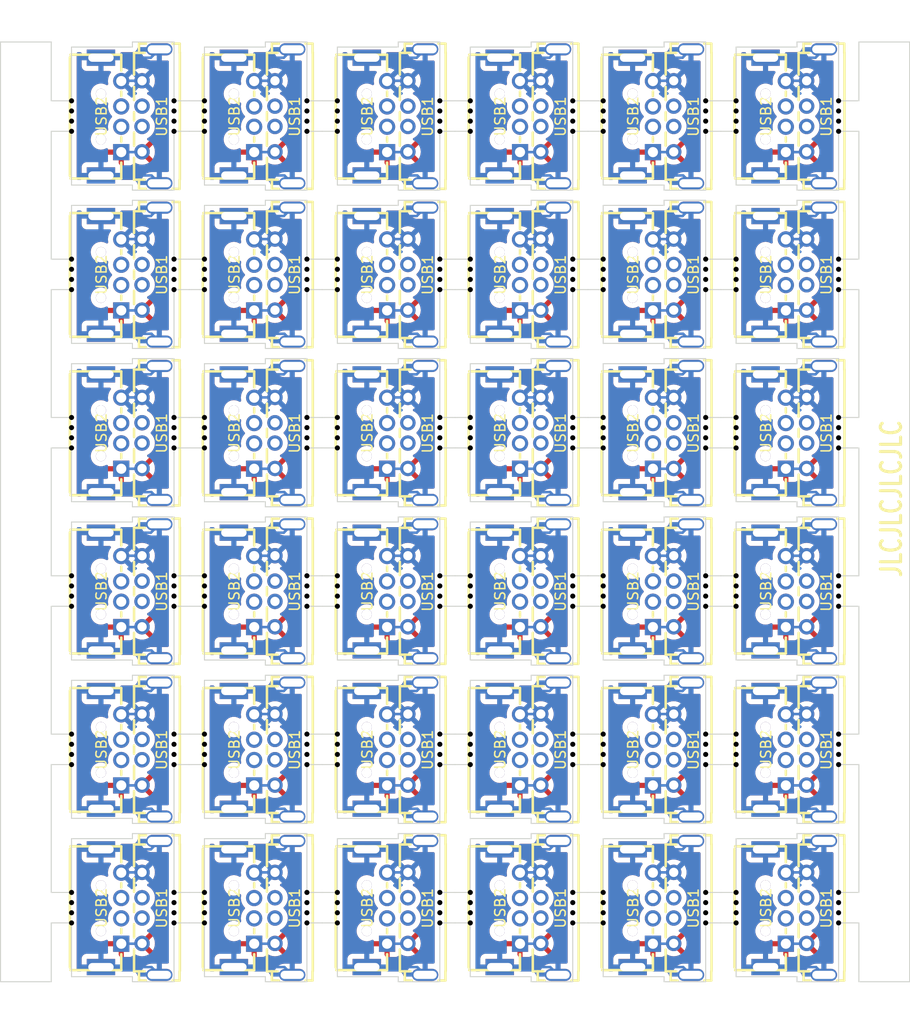
<source format=kicad_pcb>
(kicad_pcb (version 20211014) (generator pcbnew)
  (layers (0 "F.Cu" signal) (31 "B.Cu" signal) (34 "B.Paste" user) (35 "F.Paste" user) (36 "B.SilkS" user "B.Silkscreen") (37 "F.SilkS" user "F.Silkscreen") (38 "B.Mask" user) (39 "F.Mask" user) (44 "Edge.Cuts" user))
  (net 0 "")
  (net 1 "Board_0-+5V")
  (net 2 "Board_0-GND")
  (net 3 "Board_0-unconnected-(USB1-Pad2)")
  (net 4 "Board_0-unconnected-(USB1-Pad3)")
  (net 5 "Board_0-unconnected-(USB2-Pad2)")
  (net 6 "Board_0-unconnected-(USB2-Pad3)")
  (net 7 "Board_1-+5V")
  (net 8 "Board_1-GND")
  (net 9 "Board_1-unconnected-(USB1-Pad2)")
  (net 10 "Board_1-unconnected-(USB1-Pad3)")
  (net 11 "Board_1-unconnected-(USB2-Pad2)")
  (net 12 "Board_1-unconnected-(USB2-Pad3)")
  (net 13 "Board_2-+5V")
  (net 14 "Board_2-GND")
  (net 15 "Board_2-unconnected-(USB1-Pad2)")
  (net 16 "Board_2-unconnected-(USB1-Pad3)")
  (net 17 "Board_2-unconnected-(USB2-Pad2)")
  (net 18 "Board_2-unconnected-(USB2-Pad3)")
  (net 19 "Board_3-+5V")
  (net 20 "Board_3-GND")
  (net 21 "Board_3-unconnected-(USB1-Pad2)")
  (net 22 "Board_3-unconnected-(USB1-Pad3)")
  (net 23 "Board_3-unconnected-(USB2-Pad2)")
  (net 24 "Board_3-unconnected-(USB2-Pad3)")
  (net 25 "Board_4-+5V")
  (net 26 "Board_4-GND")
  (net 27 "Board_4-unconnected-(USB1-Pad2)")
  (net 28 "Board_4-unconnected-(USB1-Pad3)")
  (net 29 "Board_4-unconnected-(USB2-Pad2)")
  (net 30 "Board_4-unconnected-(USB2-Pad3)")
  (net 31 "Board_5-+5V")
  (net 32 "Board_5-GND")
  (net 33 "Board_5-unconnected-(USB1-Pad2)")
  (net 34 "Board_5-unconnected-(USB1-Pad3)")
  (net 35 "Board_5-unconnected-(USB2-Pad2)")
  (net 36 "Board_5-unconnected-(USB2-Pad3)")
  (net 37 "Board_6-+5V")
  (net 38 "Board_6-GND")
  (net 39 "Board_6-unconnected-(USB1-Pad2)")
  (net 40 "Board_6-unconnected-(USB1-Pad3)")
  (net 41 "Board_6-unconnected-(USB2-Pad2)")
  (net 42 "Board_6-unconnected-(USB2-Pad3)")
  (net 43 "Board_7-+5V")
  (net 44 "Board_7-GND")
  (net 45 "Board_7-unconnected-(USB1-Pad2)")
  (net 46 "Board_7-unconnected-(USB1-Pad3)")
  (net 47 "Board_7-unconnected-(USB2-Pad2)")
  (net 48 "Board_7-unconnected-(USB2-Pad3)")
  (net 49 "Board_8-+5V")
  (net 50 "Board_8-GND")
  (net 51 "Board_8-unconnected-(USB1-Pad2)")
  (net 52 "Board_8-unconnected-(USB1-Pad3)")
  (net 53 "Board_8-unconnected-(USB2-Pad2)")
  (net 54 "Board_8-unconnected-(USB2-Pad3)")
  (net 55 "Board_9-+5V")
  (net 56 "Board_9-GND")
  (net 57 "Board_9-unconnected-(USB1-Pad2)")
  (net 58 "Board_9-unconnected-(USB1-Pad3)")
  (net 59 "Board_9-unconnected-(USB2-Pad2)")
  (net 60 "Board_9-unconnected-(USB2-Pad3)")
  (net 61 "Board_10-+5V")
  (net 62 "Board_10-GND")
  (net 63 "Board_10-unconnected-(USB1-Pad2)")
  (net 64 "Board_10-unconnected-(USB1-Pad3)")
  (net 65 "Board_10-unconnected-(USB2-Pad2)")
  (net 66 "Board_10-unconnected-(USB2-Pad3)")
  (net 67 "Board_11-+5V")
  (net 68 "Board_11-GND")
  (net 69 "Board_11-unconnected-(USB1-Pad2)")
  (net 70 "Board_11-unconnected-(USB1-Pad3)")
  (net 71 "Board_11-unconnected-(USB2-Pad2)")
  (net 72 "Board_11-unconnected-(USB2-Pad3)")
  (net 73 "Board_12-+5V")
  (net 74 "Board_12-GND")
  (net 75 "Board_12-unconnected-(USB1-Pad2)")
  (net 76 "Board_12-unconnected-(USB1-Pad3)")
  (net 77 "Board_12-unconnected-(USB2-Pad2)")
  (net 78 "Board_12-unconnected-(USB2-Pad3)")
  (net 79 "Board_13-+5V")
  (net 80 "Board_13-GND")
  (net 81 "Board_13-unconnected-(USB1-Pad2)")
  (net 82 "Board_13-unconnected-(USB1-Pad3)")
  (net 83 "Board_13-unconnected-(USB2-Pad2)")
  (net 84 "Board_13-unconnected-(USB2-Pad3)")
  (net 85 "Board_14-+5V")
  (net 86 "Board_14-GND")
  (net 87 "Board_14-unconnected-(USB1-Pad2)")
  (net 88 "Board_14-unconnected-(USB1-Pad3)")
  (net 89 "Board_14-unconnected-(USB2-Pad2)")
  (net 90 "Board_14-unconnected-(USB2-Pad3)")
  (net 91 "Board_15-+5V")
  (net 92 "Board_15-GND")
  (net 93 "Board_15-unconnected-(USB1-Pad2)")
  (net 94 "Board_15-unconnected-(USB1-Pad3)")
  (net 95 "Board_15-unconnected-(USB2-Pad2)")
  (net 96 "Board_15-unconnected-(USB2-Pad3)")
  (net 97 "Board_16-+5V")
  (net 98 "Board_16-GND")
  (net 99 "Board_16-unconnected-(USB1-Pad2)")
  (net 100 "Board_16-unconnected-(USB1-Pad3)")
  (net 101 "Board_16-unconnected-(USB2-Pad2)")
  (net 102 "Board_16-unconnected-(USB2-Pad3)")
  (net 103 "Board_17-+5V")
  (net 104 "Board_17-GND")
  (net 105 "Board_17-unconnected-(USB1-Pad2)")
  (net 106 "Board_17-unconnected-(USB1-Pad3)")
  (net 107 "Board_17-unconnected-(USB2-Pad2)")
  (net 108 "Board_17-unconnected-(USB2-Pad3)")
  (net 109 "Board_18-+5V")
  (net 110 "Board_18-GND")
  (net 111 "Board_18-unconnected-(USB1-Pad2)")
  (net 112 "Board_18-unconnected-(USB1-Pad3)")
  (net 113 "Board_18-unconnected-(USB2-Pad2)")
  (net 114 "Board_18-unconnected-(USB2-Pad3)")
  (net 115 "Board_19-+5V")
  (net 116 "Board_19-GND")
  (net 117 "Board_19-unconnected-(USB1-Pad2)")
  (net 118 "Board_19-unconnected-(USB1-Pad3)")
  (net 119 "Board_19-unconnected-(USB2-Pad2)")
  (net 120 "Board_19-unconnected-(USB2-Pad3)")
  (net 121 "Board_20-+5V")
  (net 122 "Board_20-GND")
  (net 123 "Board_20-unconnected-(USB1-Pad2)")
  (net 124 "Board_20-unconnected-(USB1-Pad3)")
  (net 125 "Board_20-unconnected-(USB2-Pad2)")
  (net 126 "Board_20-unconnected-(USB2-Pad3)")
  (net 127 "Board_21-+5V")
  (net 128 "Board_21-GND")
  (net 129 "Board_21-unconnected-(USB1-Pad2)")
  (net 130 "Board_21-unconnected-(USB1-Pad3)")
  (net 131 "Board_21-unconnected-(USB2-Pad2)")
  (net 132 "Board_21-unconnected-(USB2-Pad3)")
  (net 133 "Board_22-+5V")
  (net 134 "Board_22-GND")
  (net 135 "Board_22-unconnected-(USB1-Pad2)")
  (net 136 "Board_22-unconnected-(USB1-Pad3)")
  (net 137 "Board_22-unconnected-(USB2-Pad2)")
  (net 138 "Board_22-unconnected-(USB2-Pad3)")
  (net 139 "Board_23-+5V")
  (net 140 "Board_23-GND")
  (net 141 "Board_23-unconnected-(USB1-Pad2)")
  (net 142 "Board_23-unconnected-(USB1-Pad3)")
  (net 143 "Board_23-unconnected-(USB2-Pad2)")
  (net 144 "Board_23-unconnected-(USB2-Pad3)")
  (net 145 "Board_24-+5V")
  (net 146 "Board_24-GND")
  (net 147 "Board_24-unconnected-(USB1-Pad2)")
  (net 148 "Board_24-unconnected-(USB1-Pad3)")
  (net 149 "Board_24-unconnected-(USB2-Pad2)")
  (net 150 "Board_24-unconnected-(USB2-Pad3)")
  (net 151 "Board_25-+5V")
  (net 152 "Board_25-GND")
  (net 153 "Board_25-unconnected-(USB1-Pad2)")
  (net 154 "Board_25-unconnected-(USB1-Pad3)")
  (net 155 "Board_25-unconnected-(USB2-Pad2)")
  (net 156 "Board_25-unconnected-(USB2-Pad3)")
  (net 157 "Board_26-+5V")
  (net 158 "Board_26-GND")
  (net 159 "Board_26-unconnected-(USB1-Pad2)")
  (net 160 "Board_26-unconnected-(USB1-Pad3)")
  (net 161 "Board_26-unconnected-(USB2-Pad2)")
  (net 162 "Board_26-unconnected-(USB2-Pad3)")
  (net 163 "Board_27-+5V")
  (net 164 "Board_27-GND")
  (net 165 "Board_27-unconnected-(USB1-Pad2)")
  (net 166 "Board_27-unconnected-(USB1-Pad3)")
  (net 167 "Board_27-unconnected-(USB2-Pad2)")
  (net 168 "Board_27-unconnected-(USB2-Pad3)")
  (net 169 "Board_28-+5V")
  (net 170 "Board_28-GND")
  (net 171 "Board_28-unconnected-(USB1-Pad2)")
  (net 172 "Board_28-unconnected-(USB1-Pad3)")
  (net 173 "Board_28-unconnected-(USB2-Pad2)")
  (net 174 "Board_28-unconnected-(USB2-Pad3)")
  (net 175 "Board_29-+5V")
  (net 176 "Board_29-GND")
  (net 177 "Board_29-unconnected-(USB1-Pad2)")
  (net 178 "Board_29-unconnected-(USB1-Pad3)")
  (net 179 "Board_29-unconnected-(USB2-Pad2)")
  (net 180 "Board_29-unconnected-(USB2-Pad3)")
  (net 181 "Board_30-+5V")
  (net 182 "Board_30-GND")
  (net 183 "Board_30-unconnected-(USB1-Pad2)")
  (net 184 "Board_30-unconnected-(USB1-Pad3)")
  (net 185 "Board_30-unconnected-(USB2-Pad2)")
  (net 186 "Board_30-unconnected-(USB2-Pad3)")
  (net 187 "Board_31-+5V")
  (net 188 "Board_31-GND")
  (net 189 "Board_31-unconnected-(USB1-Pad2)")
  (net 190 "Board_31-unconnected-(USB1-Pad3)")
  (net 191 "Board_31-unconnected-(USB2-Pad2)")
  (net 192 "Board_31-unconnected-(USB2-Pad3)")
  (net 193 "Board_32-+5V")
  (net 194 "Board_32-GND")
  (net 195 "Board_32-unconnected-(USB1-Pad2)")
  (net 196 "Board_32-unconnected-(USB1-Pad3)")
  (net 197 "Board_32-unconnected-(USB2-Pad2)")
  (net 198 "Board_32-unconnected-(USB2-Pad3)")
  (net 199 "Board_33-+5V")
  (net 200 "Board_33-GND")
  (net 201 "Board_33-unconnected-(USB1-Pad2)")
  (net 202 "Board_33-unconnected-(USB1-Pad3)")
  (net 203 "Board_33-unconnected-(USB2-Pad2)")
  (net 204 "Board_33-unconnected-(USB2-Pad3)")
  (net 205 "Board_34-+5V")
  (net 206 "Board_34-GND")
  (net 207 "Board_34-unconnected-(USB1-Pad2)")
  (net 208 "Board_34-unconnected-(USB1-Pad3)")
  (net 209 "Board_34-unconnected-(USB2-Pad2)")
  (net 210 "Board_34-unconnected-(USB2-Pad3)")
  (net 211 "Board_35-+5V")
  (net 212 "Board_35-GND")
  (net 213 "Board_35-unconnected-(USB1-Pad2)")
  (net 214 "Board_35-unconnected-(USB1-Pad3)")
  (net 215 "Board_35-unconnected-(USB2-Pad2)")
  (net 216 "Board_35-unconnected-(USB2-Pad3)")
  (footprint "lib:USB-A-TH_USB-M-40" (layer "F.Cu") (at 95.3 22.3225 90)
    (fp_text reference "USB2")
    (fp_text value "A_F90PBTWhiteplastic_C42615")
  )
  (footprint "NPTH" (layer "F.Cu") (at 48.2 22.8)
    (fp_text reference "REF**" hide)
    (fp_text value "NPTH" hide)
  )
  (footprint "lib:USB-A-TH_USB-M-40" (layer "F.Cu") (at 42.9 100.3225 90)
    (fp_text reference "USB2")
    (fp_text value "A_F90PBTWhiteplastic_C42615")
  )
  (footprint "NPTH" (layer "F.Cu") (at 45.2 53)
    (fp_text reference "REF**" hide)
    (fp_text value "NPTH" hide)
  )
  (footprint "NPTH" (layer "F.Cu") (at 58.3 20.8)
    (fp_text reference "REF**" hide)
    (fp_text value "NPTH" hide)
  )
  (footprint "NPTH" (layer "F.Cu") (at 97.6 84.2)
    (fp_text reference "REF**" hide)
    (fp_text value "NPTH" hide)
  )
  (footprint "NPTH" (layer "F.Cu") (at 74.4 20.8)
    (fp_text reference "REF**" hide)
    (fp_text value "NPTH" hide)
  )
  (footprint "NPTH" (layer "F.Cu") (at 45.2 37.4)
    (fp_text reference "REF**" hide)
    (fp_text value "NPTH" hide)
  )
  (footprint "NPTH" (layer "F.Cu") (at 84.5 68.6)
    (fp_text reference "REF**" hide)
    (fp_text value "NPTH" hide)
  )
  (footprint "NPTH" (layer "F.Cu") (at 22 22.8)
    (fp_text reference "REF**" hide)
    (fp_text value "NPTH" hide)
  )
  (footprint "NPTH" (layer "F.Cu") (at 61.3 37.4)
    (fp_text reference "REF**" hide)
    (fp_text value "NPTH" hide)
  )
  (footprint "NPTH" (layer "F.Cu") (at 35.1 70.6)
    (fp_text reference "REF**" hide)
    (fp_text value "NPTH" hide)
  )
  (footprint "NPTH" (layer "F.Cu") (at 45.2 21.8)
    (fp_text reference "REF**" hide)
    (fp_text value "NPTH" hide)
  )
  (footprint "NPTH" (layer "F.Cu") (at 45.2 68.6)
    (fp_text reference "REF**" hide)
    (fp_text value "NPTH" hide)
  )
  (footprint "lib:USB-A-TH_USB-M-40" (layer "F.Cu") (at 95.3 37.9225 90)
    (fp_text reference "USB2")
    (fp_text value "A_F90PBTWhiteplastic_C42615")
  )
  (footprint "NPTH" (layer "F.Cu") (at 87.5 21.8)
    (fp_text reference "REF**" hide)
    (fp_text value "NPTH" hide)
  )
  (footprint "NPTH" (layer "F.Cu") (at 74.4 68.6)
    (fp_text reference "REF**" hide)
    (fp_text value "NPTH" hide)
  )
  (footprint "NPTH" (layer "F.Cu") (at 87.5 54)
    (fp_text reference "REF**" hide)
    (fp_text value "NPTH" hide)
  )
  (footprint "NPTH" (layer "F.Cu") (at 22 36.4)
    (fp_text reference "REF**" hide)
    (fp_text value "NPTH" hide)
  )
  (footprint "NPTH" (layer "F.Cu") (at 84.5 20.8)
    (fp_text reference "REF**" hide)
    (fp_text value "NPTH" hide)
  )
  (footprint "NPTH" (layer "F.Cu") (at 74.4 99.8)
    (fp_text reference "REF**" hide)
    (fp_text value "NPTH" hide)
  )
  (footprint "lib:USB-A-TH_U-G-04WD-W-01" (layer "F.Cu") (at 39 22.3525 -90)
    (fp_text reference "USB1")
    (fp_text value "U-G-04DD-W-01")
  )
  (footprint "lib:USB-A-TH_USB-M-40" (layer "F.Cu") (at 82.2 84.7225 90)
    (fp_text reference "USB2")
    (fp_text value "A_F90PBTWhiteplastic_C42615")
  )
  (footprint "NPTH" (layer "F.Cu") (at 87.5 52)
    (fp_text reference "REF**" hide)
    (fp_text value "NPTH" hide)
  )
  (footprint "NPTH" (layer "F.Cu") (at 58.3 99.8)
    (fp_text reference "REF**" hide)
    (fp_text value "NPTH" hide)
  )
  (footprint "NPTH" (layer "F.Cu") (at 74.4 67.6)
    (fp_text reference "REF**" hide)
    (fp_text value "NPTH" hide)
  )
  (footprint "NPTH" (layer "F.Cu") (at 45.2 20.8)
    (fp_text reference "REF**" hide)
    (fp_text value "NPTH" hide)
  )
  (footprint "NPTH" (layer "F.Cu") (at 87.5 70.6)
    (fp_text reference "REF**" hide)
    (fp_text value "NPTH" hide)
  )
  (footprint "NPTH" (layer "F.Cu") (at 48.2 37.4)
    (fp_text reference "REF**" hide)
    (fp_text value "NPTH" hide)
  )
  (footprint "NPTH" (layer "F.Cu") (at 84.5 55)
    (fp_text reference "REF**" hide)
    (fp_text value "NPTH" hide)
  )
  (footprint "NPTH" (layer "F.Cu") (at 48.2 54)
    (fp_text reference "REF**" hide)
    (fp_text value "NPTH" hide)
  )
  (footprint "NPTH" (layer "F.Cu") (at 32.1 21.8)
    (fp_text reference "REF**" hide)
    (fp_text value "NPTH" hide)
  )
  (footprint "lib:USB-A-TH_USB-M-40" (layer "F.Cu") (at 69.1 69.1225 90)
    (fp_text reference "USB2")
    (fp_text value "A_F90PBTWhiteplastic_C42615")
  )
  (footprint "NPTH" (layer "F.Cu") (at 61.3 21.8)
    (fp_text reference "REF**" hide)
    (fp_text value "NPTH" hide)
  )
  (footprint "NPTH" (layer "F.Cu") (at 22 100.8)
    (fp_text reference "REF**" hide)
    (fp_text value "NPTH" hide)
  )
  (footprint "lib:USB-A-TH_U-G-04WD-W-01" (layer "F.Cu") (at 91.4 53.5525 -90)
    (fp_text reference "USB1")
    (fp_text value "U-G-04DD-W-01")
  )
  (footprint "NPTH" (layer "F.Cu") (at 58.3 67.6)
    (fp_text reference "REF**" hide)
    (fp_text value "NPTH" hide)
  )
  (footprint "NPTH" (layer "F.Cu") (at 58.3 84.2)
    (fp_text reference "REF**" hide)
    (fp_text value "NPTH" hide)
  )
  (footprint "NPTH" (layer "F.Cu") (at 48.2 98.8)
    (fp_text reference "REF**" hide)
    (fp_text value "NPTH" hide)
  )
  (footprint "NPTH" (layer "F.Cu") (at 22 68.6)
    (fp_text reference "REF**" hide)
    (fp_text value "NPTH" hide)
  )
  (footprint "NPTH" (layer "F.Cu") (at 45.2 39.4)
    (fp_text reference "REF**" hide)
    (fp_text value "NPTH" hide)
  )
  (footprint "lib:USB-A-TH_U-G-04WD-W-01" (layer "F.Cu") (at 25.9 84.7525 -90)
    (fp_text reference "USB1")
    (fp_text value "U-G-04DD-W-01")
  )
  (footprint "NPTH" (layer "F.Cu") (at 61.3 86.2)
    (fp_text reference "REF**" hide)
    (fp_text value "NPTH" hide)
  )
  (footprint "lib:USB-A-TH_U-G-04WD-W-01" (layer "F.Cu") (at 78.3 53.5525 -90)
    (fp_text reference "USB1")
    (fp_text value "U-G-04DD-W-01")
  )
  (footprint "NPTH" (layer "F.Cu") (at 58.3 69.6)
    (fp_text reference "REF**" hide)
    (fp_text value "NPTH" hide)
  )
  (footprint "NPTH" (layer "F.Cu") (at 84.5 69.6)
    (fp_text reference "REF**" hide)
    (fp_text value "NPTH" hide)
  )
  (footprint "NPTH" (layer "F.Cu") (at 32.1 100.8)
    (fp_text reference "REF**" hide)
    (fp_text value "NPTH" hide)
  )
  (footprint "NPTH" (layer "F.Cu") (at 74.4 84.2)
    (fp_text reference "REF**" hide)
    (fp_text value "NPTH" hide)
  )
  (footprint "NPTH" (layer "F.Cu") (at 87.5 53)
    (fp_text reference "REF**" hide)
    (fp_text value "NPTH" hide)
  )
  (footprint "NPTH" (layer "F.Cu") (at 32.1 37.4)
    (fp_text reference "REF**" hide)
    (fp_text value "NPTH" hide)
  )
  (footprint "NPTH" (layer "F.Cu") (at 84.5 52)
    (fp_text reference "REF**" hide)
    (fp_text value "NPTH" hide)
  )
  (footprint "NPTH" (layer "F.Cu") (at 74.4 54)
    (fp_text reference "REF**" hide)
    (fp_text value "NPTH" hide)
  )
  (footprint "NPTH" (layer "F.Cu") (at 71.4 85.2)
    (fp_text reference "REF**" hide)
    (fp_text value "NPTH" hide)
  )
  (footprint "NPTH" (layer "F.Cu") (at 87.5 55)
    (fp_text reference "REF**" hide)
    (fp_text value "NPTH" hide)
  )
  (footprint "NPTH" (layer "F.Cu") (at 97.6 83.2)
    (fp_text reference "REF**" hide)
    (fp_text value "NPTH" hide)
  )
  (footprint "lib:USB-A-TH_U-G-04WD-W-01" (layer "F.Cu") (at 91.4 100.3525 -90)
    (fp_text reference "USB1")
    (fp_text value "U-G-04DD-W-01")
  )
  (footprint "NPTH" (layer "F.Cu") (at 22 67.6)
    (fp_text reference "REF**" hide)
    (fp_text value "NPTH" hide)
  )
  (footprint "NPTH" (layer "F.Cu") (at 45.2 69.6)
    (fp_text reference "REF**" hide)
    (fp_text value "NPTH" hide)
  )
  (footprint "NPTH" (layer "F.Cu") (at 84.5 23.8)
    (fp_text reference "REF**" hide)
    (fp_text value "NPTH" hide)
  )
  (footprint "lib:USB-A-TH_USB-M-40" (layer "F.Cu") (at 69.1 100.3225 90)
    (fp_text reference "USB2")
    (fp_text value "A_F90PBTWhiteplastic_C42615")
  )
  (footprint "lib:USB-A-TH_U-G-04WD-W-01" (layer "F.Cu") (at 52.1 53.5525 -90)
    (fp_text reference "USB1")
    (fp_text value "U-G-04DD-W-01")
  )
  (footprint "NPTH" (layer "F.Cu") (at 22 55)
    (fp_text reference "REF**" hide)
    (fp_text value "NPTH" hide)
  )
  (footprint "NPTH" (layer "F.Cu") (at 58.3 101.8)
    (fp_text reference "REF**" hide)
    (fp_text value "NPTH" hide)
  )
  (footprint "lib:USB-A-TH_U-G-04WD-W-01" (layer "F.Cu") (at 78.3 37.9525 -90)
    (fp_text reference "USB1")
    (fp_text value "U-G-04DD-W-01")
  )
  (footprint "NPTH" (layer "F.Cu") (at 22 53)
    (fp_text reference "REF**" hide)
    (fp_text value "NPTH" hide)
  )
  (footprint "NPTH" (layer "F.Cu") (at 58.3 23.8)
    (fp_text reference "REF**" hide)
    (fp_text value "NPTH" hide)
  )
  (footprint "NPTH" (layer "F.Cu") (at 58.3 100.8)
    (fp_text reference "REF**" hide)
    (fp_text value "NPTH" hide)
  )
  (footprint "lib:USB-A-TH_USB-M-40" (layer "F.Cu") (at 82.2 53.5225 90)
    (fp_text reference "USB2")
    (fp_text value "A_F90PBTWhiteplastic_C42615")
  )
  (footprint "NPTH" (layer "F.Cu") (at 74.4 21.8)
    (fp_text reference "REF**" hide)
    (fp_text value "NPTH" hide)
  )
  (footprint "lib:USB-A-TH_USB-M-40" (layer "F.Cu") (at 82.2 22.3225 90)
    (fp_text reference "USB2")
    (fp_text value "A_F90PBTWhiteplastic_C42615")
  )
  (footprint "NPTH" (layer "F.Cu") (at 48.2 21.8)
    (fp_text reference "REF**" hide)
    (fp_text value "NPTH" hide)
  )
  (footprint "lib:USB-A-TH_U-G-04WD-W-01" (layer "F.Cu") (at 25.9 22.3525 -90)
    (fp_text reference "USB1")
    (fp_text value "U-G-04DD-W-01")
  )
  (footprint "lib:USB-A-TH_U-G-04WD-W-01" (layer "F.Cu") (at 65.2 22.3525 -90)
    (fp_text reference "USB1")
    (fp_text value "U-G-04DD-W-01")
  )
  (footprint "NPTH" (layer "F.Cu") (at 74.4 36.4)
    (fp_text reference "REF**" hide)
    (fp_text value "NPTH" hide)
  )
  (footprint "NPTH" (layer "F.Cu") (at 61.3 67.6)
    (fp_text reference "REF**" hide)
    (fp_text value "NPTH" hide)
  )
  (footprint "NPTH" (layer "F.Cu") (at 87.5 83.2)
    (fp_text reference "REF**" hide)
    (fp_text value "NPTH" hide)
  )
  (footprint "NPTH" (layer "F.Cu") (at 48.2 100.8)
    (fp_text reference "REF**" hide)
    (fp_text value "NPTH" hide)
  )
  (footprint "NPTH" (layer "F.Cu") (at 71.4 23.8)
    (fp_text reference "REF**" hide)
    (fp_text value "NPTH" hide)
  )
  (footprint "NPTH" (layer "F.Cu") (at 97.6 52)
    (fp_text reference "REF**" hide)
    (fp_text value "NPTH" hide)
  )
  (footprint "lib:USB-A-TH_USB-M-40" (layer "F.Cu") (at 69.1 22.3225 90)
    (fp_text reference "USB2")
    (fp_text value "A_F90PBTWhiteplastic_C42615")
  )
  (footprint "NPTH" (layer "F.Cu") (at 58.3 21.8)
    (fp_text reference "REF**" hide)
    (fp_text value "NPTH" hide)
  )
  (footprint "NPTH" (layer "F.Cu") (at 22 39.4)
    (fp_text reference "REF**" hide)
    (fp_text value "NPTH" hide)
  )
  (footprint "NPTH" (layer "F.Cu") (at 35.1 54)
    (fp_text reference "REF**" hide)
    (fp_text value "NPTH" hide)
  )
  (footprint "NPTH" (layer "F.Cu") (at 35.1 69.6)
    (fp_text reference "REF**" hide)
    (fp_text value "NPTH" hide)
  )
  (footprint "NPTH" (layer "F.Cu") (at 58.3 85.2)
    (fp_text reference "REF**" hide)
    (fp_text value "NPTH" hide)
  )
  (footprint "NPTH" (layer "F.Cu") (at 35.1 101.8)
    (fp_text reference "REF**" hide)
    (fp_text value "NPTH" hide)
  )
  (footprint "NPTH" (layer "F.Cu") (at 48.2 52)
    (fp_text reference "REF**" hide)
    (fp_text value "NPTH" hide)
  )
  (footprint "NPTH" (layer "F.Cu") (at 48.2 85.2)
    (fp_text reference "REF**" hide)
    (fp_text value "NPTH" hide)
  )
  (footprint "lib:USB-A-TH_U-G-04WD-W-01" (layer "F.Cu") (at 65.2 37.9525 -90)
    (fp_text reference "USB1")
    (fp_text value "U-G-04DD-W-01")
  )
  (footprint "NPTH" (layer "F.Cu") (at 74.4 100.8)
    (fp_text reference "REF**" hide)
    (fp_text value "NPTH" hide)
  )
  (footprint "NPTH" (layer "F.Cu") (at 87.5 36.4)
    (fp_text reference "REF**" hide)
    (fp_text value "NPTH" hide)
  )
  (footprint "NPTH" (layer "F.Cu") (at 71.4 21.8)
    (fp_text reference "REF**" hide)
    (fp_text value "NPTH" hide)
  )
  (footprint "NPTH" (layer "F.Cu") (at 32.1 84.2)
    (fp_text reference "REF**" hide)
    (fp_text value "NPTH" hide)
  )
  (footprint "NPTH" (layer "F.Cu") (at 48.2 101.8)
    (fp_text reference "REF**" hide)
    (fp_text value "NPTH" hide)
  )
  (footprint "lib:USB-A-TH_USB-M-40" (layer "F.Cu") (at 56 22.3225 90)
    (fp_text reference "USB2")
    (fp_text value "A_F90PBTWhiteplastic_C42615")
  )
  (footprint "NPTH" (layer "F.Cu") (at 74.4 39.4)
    (fp_text reference "REF**" hide)
    (fp_text value "NPTH" hide)
  )
  (footprint "lib:USB-A-TH_USB-M-40" (layer "F.Cu") (at 29.8 22.3225 90)
    (fp_text reference "USB2")
    (fp_text value "A_F90PBTWhiteplastic_C42615")
  )
  (footprint "lib:USB-A-TH_USB-M-40" (layer "F.Cu") (at 56 37.9225 90)
    (fp_text reference "USB2")
    (fp_text value "A_F90PBTWhiteplastic_C42615")
  )
  (footprint "NPTH" (layer "F.Cu") (at 61.3 54)
    (fp_text reference "REF**" hide)
    (fp_text value "NPTH" hide)
  )
  (footprint "NPTH" (layer "F.Cu") (at 58.3 54)
    (fp_text reference "REF**" hide)
    (fp_text value "NPTH" hide)
  )
  (footprint "NPTH" (layer "F.Cu") (at 48.2 67.6)
    (fp_text reference "REF**" hide)
    (fp_text value "NPTH" hide)
  )
  (footprint "NPTH" (layer "F.Cu") (at 32.1 38.4)
    (fp_text reference "REF**" hide)
    (fp_text value "NPTH" hide)
  )
  (footprint "NPTH" (layer "F.Cu") (at 32.1 68.6)
    (fp_text reference "REF**" hide)
    (fp_text value "NPTH" hide)
  )
  (footprint "NPTH" (layer "F.Cu") (at 74.4 83.2)
    (fp_text reference "REF**" hide)
    (fp_text value "NPTH" hide)
  )
  (footprint "NPTH" (layer "F.Cu") (at 74.4 86.2)
    (fp_text reference "REF**" hide)
    (fp_text value "NPTH" hide)
  )
  (footprint "NPTH" (layer "F.Cu") (at 32.1 55)
    (fp_text reference "REF**" hide)
    (fp_text value "NPTH" hide)
  )
  (footprint "NPTH" (layer "F.Cu") (at 45.2 55)
    (fp_text reference "REF**" hide)
    (fp_text value "NPTH" hide)
  )
  (footprint "NPTH" (layer "F.Cu") (at 74.4 85.2)
    (fp_text reference "REF**" hide)
    (fp_text value "NPTH" hide)
  )
  (footprint "NPTH" (layer "F.Cu") (at 87.5 38.4)
    (fp_text reference "REF**" hide)
    (fp_text value "NPTH" hide)
  )
  (footprint "NPTH" (layer "F.Cu") (at 74.4 38.4)
    (fp_text reference "REF**" hide)
    (fp_text value "NPTH" hide)
  )
  (footprint "NPTH" (layer "F.Cu") (at 84.5 22.8)
    (fp_text reference "REF**" hide)
    (fp_text value "NPTH" hide)
  )
  (footprint "NPTH" (layer "F.Cu") (at 45.2 52)
    (fp_text reference "REF**" hide)
    (fp_text value "NPTH" hide)
  )
  (footprint "NPTH" (layer "F.Cu") (at 22 37.4)
    (fp_text reference "REF**" hide)
    (fp_text value "NPTH" hide)
  )
  (footprint "NPTH" (layer "F.Cu") (at 45.2 54)
    (fp_text reference "REF**" hide)
    (fp_text value "NPTH" hide)
  )
  (footprint "lib:USB-A-TH_USB-M-40" (layer "F.Cu") (at 42.9 69.1225 90)
    (fp_text reference "USB2")
    (fp_text value "A_F90PBTWhiteplastic_C42615")
  )
  (footprint "NPTH" (layer "F.Cu") (at 74.4 23.8)
    (fp_text reference "REF**" hide)
    (fp_text value "NPTH" hide)
  )
  (footprint "NPTH" (layer "F.Cu") (at 71.4 86.2)
    (fp_text reference "REF**" hide)
    (fp_text value "NPTH" hide)
  )
  (footprint "NPTH" (layer "F.Cu") (at 71.4 37.4)
    (fp_text reference "REF**" hide)
    (fp_text value "NPTH" hide)
  )
  (footprint "NPTH" (layer "F.Cu") (at 35.1 83.2)
    (fp_text reference "REF**" hide)
    (fp_text value "NPTH" hide)
  )
  (footprint "NPTH" (layer "F.Cu") (at 61.3 99.8)
    (fp_text reference "REF**" hide)
    (fp_text value "NPTH" hide)
  )
  (footprint "NPTH" (layer "F.Cu") (at 35.1 100.8)
    (fp_text reference "REF**" hide)
    (fp_text value "NPTH" hide)
  )
  (footprint "NPTH" (layer "F.Cu") (at 97.6 37.4)
    (fp_text reference "REF**" hide)
    (fp_text value "NPTH" hide)
  )
  (footprint "lib:USB-A-TH_USB-M-40" (layer "F.Cu") (at 82.2 69.1225 90)
    (fp_text reference "USB2")
    (fp_text value "A_F90PBTWhiteplastic_C42615")
  )
  (footprint "lib:USB-A-TH_U-G-04WD-W-01" (layer "F.Cu") (at 91.4 22.3525 -90)
    (fp_text reference "USB1")
    (fp_text value "U-G-04DD-W-01")
  )
  (footprint "NPTH" (layer "F.Cu") (at 71.4 83.2)
    (fp_text reference "REF**" hide)
    (fp_text value "NPTH" hide)
  )
  (footprint "NPTH" (layer "F.Cu") (at 35.1 98.8)
    (fp_text reference "REF**" hide)
    (fp_text value "NPTH" hide)
  )
  (footprint "lib:USB-A-TH_U-G-04WD-W-01" (layer "F.Cu") (at 25.9 37.9525 -90)
    (fp_text reference "USB1")
    (fp_text value "U-G-04DD-W-01")
  )
  (footprint "NPTH" (layer "F.Cu") (at 22 85.2)
    (fp_text reference "REF**" hide)
    (fp_text value "NPTH" hide)
  )
  (footprint "NPTH" (layer "F.Cu") (at 35.1 67.6)
    (fp_text reference "REF**" hide)
    (fp_text value "NPTH" hide)
  )
  (footprint "NPTH" (layer "F.Cu") (at 35.1 85.2)
    (fp_text reference "REF**" hide)
    (fp_text value "NPTH" hide)
  )
  (footprint "lib:USB-A-TH_U-G-04WD-W-01" (layer "F.Cu") (at 39 53.5525 -90)
    (fp_text reference "USB1")
    (fp_text value "U-G-04DD-W-01")
  )
  (footprint "NPTH" (layer "F.Cu") (at 35.1 86.2)
    (fp_text reference "REF**" hide)
    (fp_text value "NPTH" hide)
  )
  (footprint "lib:USB-A-TH_USB-M-40" (layer "F.Cu") (at 29.8 37.9225 90)
    (fp_text reference "USB2")
    (fp_text value "A_F90PBTWhiteplastic_C42615")
  )
  (footprint "NPTH" (layer "F.Cu") (at 48.2 84.2)
    (fp_text reference "REF**" hide)
    (fp_text value "NPTH" hide)
  )
  (footprint "lib:USB-A-TH_USB-M-40" (layer "F.Cu") (at 95.3 69.1225 90)
    (fp_text reference "USB2")
    (fp_text value "A_F90PBTWhiteplastic_C42615")
  )
  (footprint "NPTH" (layer "F.Cu") (at 97.6 98.8)
    (fp_text reference "REF**" hide)
    (fp_text value "NPTH" hide)
  )
  (footprint "NPTH" (layer "F.Cu") (at 97.6 23.8)
    (fp_text reference "REF**" hide)
    (fp_text value "NPTH" hide)
  )
  (footprint "NPTH" (layer "F.Cu") (at 87.5 39.4)
    (fp_text reference "REF**" hide)
    (fp_text value "NPTH" hide)
  )
  (footprint "NPTH" (layer "F.Cu") (at 58.3 53)
    (fp_text reference "REF**" hide)
    (fp_text value "NPTH" hide)
  )
  (footprint "NPTH" (layer "F.Cu") (at 84.5 100.8)
    (fp_text reference "REF**" hide)
    (fp_text value "NPTH" hide)
  )
  (footprint "lib:USB-A-TH_U-G-04WD-W-01" (layer "F.Cu") (at 39 100.3525 -90)
    (fp_text reference "USB1")
    (fp_text value "U-G-04DD-W-01")
  )
  (footprint "NPTH" (layer "F.Cu") (at 22 84.2)
    (fp_text reference "REF**" hide)
    (fp_text value "NPTH" hide)
  )
  (footprint "NPTH" (layer "F.Cu") (at 87.5 22.8)
    (fp_text reference "REF**" hide)
    (fp_text value "NPTH" hide)
  )
  (footprint "NPTH" (layer "F.Cu") (at 61.3 39.4)
    (fp_text reference "REF**" hide)
    (fp_text value "NPTH" hide)
  )
  (footprint "NPTH" (layer "F.Cu") (at 87.5 86.2)
    (fp_text reference "REF**" hide)
    (fp_text value "NPTH" hide)
  )
  (footprint "NPTH" (layer "F.Cu") (at 35.1 84.2)
    (fp_text reference "REF**" hide)
    (fp_text value "NPTH" hide)
  )
  (footprint "NPTH" (layer "F.Cu") (at 84.5 54)
    (fp_text reference "REF**" hide)
    (fp_text value "NPTH" hide)
  )
  (footprint "lib:USB-A-TH_U-G-04WD-W-01" (layer "F.Cu") (at 65.2 53.5525 -90)
    (fp_text reference "USB1")
    (fp_text value "U-G-04DD-W-01")
  )
  (footprint "lib:USB-A-TH_USB-M-40" (layer "F.Cu") (at 42.9 84.7225 90)
    (fp_text reference "USB2")
    (fp_text value "A_F90PBTWhiteplastic_C42615")
  )
  (footprint "NPTH" (layer "F.Cu") (at 87.5 85.2)
    (fp_text reference "REF**" hide)
    (fp_text value "NPTH" hide)
  )
  (footprint "NPTH" (layer "F.Cu") (at 48.2 86.2)
    (fp_text reference "REF**" hide)
    (fp_text value "NPTH" hide)
  )
  (footprint "NPTH" (layer "F.Cu") (at 22 86.2)
    (fp_text reference "REF**" hide)
    (fp_text value "NPTH" hide)
  )
  (footprint "NPTH" (layer "F.Cu") (at 45.2 36.4)
    (fp_text reference "REF**" hide)
    (fp_text value "NPTH" hide)
  )
  (footprint "lib:USB-A-TH_U-G-04WD-W-01" (layer "F.Cu") (at 39 84.7525 -90)
    (fp_text reference "USB1")
    (fp_text value "U-G-04DD-W-01")
  )
  (footprint "lib:USB-A-TH_USB-M-40" (layer "F.Cu") (at 56 69.1225 90)
    (fp_text reference "USB2")
    (fp_text value "A_F90PBTWhiteplastic_C42615")
  )
  (footprint "NPTH" (layer "F.Cu") (at 32.1 86.2)
    (fp_text reference "REF**" hide)
    (fp_text value "NPTH" hide)
  )
  (footprint "NPTH" (layer "F.Cu") (at 48.2 55)
    (fp_text reference "REF**" hide)
    (fp_text value "NPTH" hide)
  )
  (footprint "lib:USB-A-TH_USB-M-40" (layer "F.Cu") (at 29.8 84.7225 90)
    (fp_text reference "USB2")
    (fp_text value "A_F90PBTWhiteplastic_C42615")
  )
  (footprint "NPTH" (layer "F.Cu") (at 35.1 36.4)
    (fp_text reference "REF**" hide)
    (fp_text value "NPTH" hide)
  )
  (footprint "NPTH" (layer "F.Cu") (at 87.5 84.2)
    (fp_text reference "REF**" hide)
    (fp_text value "NPTH" hide)
  )
  (footprint "NPTH" (layer "F.Cu") (at 71.4 68.6)
    (fp_text reference "REF**" hide)
    (fp_text value "NPTH" hide)
  )
  (footprint "NPTH" (layer "F.Cu") (at 74.4 101.8)
    (fp_text reference "REF**" hide)
    (fp_text value "NPTH" hide)
  )
  (footprint "NPTH" (layer "F.Cu") (at 97.6 86.2)
    (fp_text reference "REF**" hide)
    (fp_text value "NPTH" hide)
  )
  (footprint "NPTH" (layer "F.Cu") (at 48.2 83.2)
    (fp_text reference "REF**" hide)
    (fp_text value "NPTH" hide)
  )
  (footprint "NPTH" (layer "F.Cu") (at 74.4 22.8)
    (fp_text reference "REF**" hide)
    (fp_text value "NPTH" hide)
  )
  (footprint "NPTH" (layer "F.Cu") (at 58.3 55)
    (fp_text reference "REF**" hide)
    (fp_text value "NPTH" hide)
  )
  (footprint "NPTH" (layer "F.Cu") (at 84.5 36.4)
    (fp_text reference "REF**" hide)
    (fp_text value "NPTH" hide)
  )
  (footprint "NPTH" (layer "F.Cu") (at 58.3 86.2)
    (fp_text reference "REF**" hide)
    (fp_text value "NPTH" hide)
  )
  (footprint "NPTH" (layer "F.Cu") (at 22 52)
    (fp_text reference "REF**" hide)
    (fp_text value "NPTH" hide)
  )
  (footprint "NPTH" (layer "F.Cu") (at 22 23.8)
    (fp_text reference "REF**" hide)
    (fp_text value "NPTH" hide)
  )
  (footprint "NPTH" (layer "F.Cu") (at 84.5 38.4)
    (fp_text reference "REF**" hide)
    (fp_text value "NPTH" hide)
  )
  (footprint "NPTH" (layer "F.Cu") (at 35.1 21.8)
    (fp_text reference "REF**" hide)
    (fp_text value "NPTH" hide)
  )
  (footprint "NPTH" (layer "F.Cu") (at 97.6 69.6)
    (fp_text reference "REF**" hide)
    (fp_text value "NPTH" hide)
  )
  (footprint "NPTH" (layer "F.Cu") (at 48.2 70.6)
    (fp_text reference "REF**" hide)
    (fp_text value "NPTH" hide)
  )
  (footprint "NPTH" (layer "F.Cu") (at 32.1 98.8)
    (fp_text reference "REF**" hide)
    (fp_text value "NPTH" hide)
  )
  (footprint "NPTH" (layer "F.Cu") (at 71.4 36.4)
    (fp_text reference "REF**" hide)
    (fp_text value "NPTH" hide)
  )
  (footprint "lib:USB-A-TH_U-G-04WD-W-01" (layer "F.Cu") (at 39 69.1525 -90)
    (fp_text reference "USB1")
    (fp_text value "U-G-04DD-W-01")
  )
  (footprint "NPTH" (layer "F.Cu") (at 71.4 98.8)
    (fp_text reference "REF**" hide)
    (fp_text value "NPTH" hide)
  )
  (footprint "NPTH" (layer "F.Cu") (at 22 101.8)
    (fp_text reference "REF**" hide)
    (fp_text value "NPTH" hide)
  )
  (footprint "NPTH" (layer "F.Cu") (at 32.1 53)
    (fp_text reference "REF**" hide)
    (fp_text value "NPTH" hide)
  )
  (footprint "NPTH" (layer "F.Cu") (at 58.3 36.4)
    (fp_text reference "REF**" hide)
    (fp_text value "NPTH" hide)
  )
  (footprint "NPTH" (layer "F.Cu") (at 22 38.4)
    (fp_text reference "REF**" hide)
    (fp_text value "NPTH" hide)
  )
  (footprint "lib:USB-A-TH_USB-M-40" (layer "F.Cu") (at 29.8 100.3225 90)
    (fp_text reference "USB2")
    (fp_text value "A_F90PBTWhiteplastic_C42615")
  )
  (footprint "NPTH" (layer "F.Cu") (at 35.1 68.6)
    (fp_text reference "REF**" hide)
    (fp_text value "NPTH" hide)
  )
  (footprint "NPTH" (layer "F.Cu") (at 22 54)
    (fp_text reference "REF**" hide)
    (fp_text value "NPTH" hide)
  )
  (footprint "NPTH" (layer "F.Cu") (at 32.1 20.8)
    (fp_text reference "REF**" hide)
    (fp_text value "NPTH" hide)
  )
  (footprint "NPTH" (layer "F.Cu") (at 84.5 37.4)
    (fp_text reference "REF**" hide)
    (fp_text value "NPTH" hide)
  )
  (footprint "NPTH" (layer "F.Cu") (at 32.1 99.8)
    (fp_text reference "REF**" hide)
    (fp_text value "NPTH" hide)
  )
  (footprint "lib:USB-A-TH_U-G-04WD-W-01" (layer "F.Cu") (at 78.3 69.1525 -90)
    (fp_text reference "USB1")
    (fp_text value "U-G-04DD-W-01")
  )
  (footprint "NPTH" (layer "F.Cu") (at 32.1 101.8)
    (fp_text reference "REF**" hide)
    (fp_text value "NPTH" hide)
  )
  (footprint "lib:USB-A-TH_USB-M-40" (layer "F.Cu") (at 42.9 22.3225 90)
    (fp_text reference "USB2")
    (fp_text value "A_F90PBTWhiteplastic_C42615")
  )
  (footprint "NPTH" (layer "F.Cu") (at 87.5 69.6)
    (fp_text reference "REF**" hide)
    (fp_text value "NPTH" hide)
  )
  (footprint "NPTH" (layer "F.Cu") (at 58.3 52)
    (fp_text reference "REF**" hide)
    (fp_text value "NPTH" hide)
  )
  (footprint "NPTH" (layer "F.Cu") (at 74.4 98.8)
    (fp_text reference "REF**" hide)
    (fp_text value "NPTH" hide)
  )
  (footprint "NPTH" (layer "F.Cu") (at 58.3 37.4)
    (fp_text reference "REF**" hide)
    (fp_text value "NPTH" hide)
  )
  (footprint "NPTH" (layer "F.Cu") (at 84.5 21.8)
    (fp_text reference "REF**" hide)
    (fp_text value "NPTH" hide)
  )
  (footprint "NPTH" (layer "F.Cu") (at 35.1 53)
    (fp_text reference "REF**" hide)
    (fp_text value "NPTH" hide)
  )
  (footprint "NPTH" (layer "F.Cu") (at 97.6 36.4)
    (fp_text reference "REF**" hide)
    (fp_text value "NPTH" hide)
  )
  (footprint "NPTH" (layer "F.Cu") (at 61.3 101.8)
    (fp_text reference "REF**" hide)
    (fp_text value "NPTH" hide)
  )
  (footprint "NPTH" (layer "F.Cu") (at 22 70.6)
    (fp_text reference "REF**" hide)
    (fp_text value "NPTH" hide)
  )
  (footprint "NPTH" (layer "F.Cu") (at 35.1 39.4)
    (fp_text reference "REF**" hide)
    (fp_text value "NPTH" hide)
  )
  (footprint "NPTH" (layer "F.Cu") (at 71.4 101.8)
    (fp_text reference "REF**" hide)
    (fp_text value "NPTH" hide)
  )
  (footprint "lib:USB-A-TH_USB-M-40" (layer "F.Cu") (at 69.1 37.9225 90)
    (fp_text reference "USB2")
    (fp_text value "A_F90PBTWhiteplastic_C42615")
  )
  (footprint "NPTH" (layer "F.Cu") (at 45.2 67.6)
    (fp_text reference "REF**" hide)
    (fp_text value "NPTH" hide)
  )
  (footprint "lib:USB-A-TH_USB-M-40" (layer "F.Cu") (at 95.3 53.5225 90)
    (fp_text reference "USB2")
    (fp_text value "A_F90PBTWhiteplastic_C42615")
  )
  (footprint "lib:USB-A-TH_USB-M-40" (layer "F.Cu") (at 56 100.3225 90)
    (fp_text reference "USB2")
    (fp_text value "A_F90PBTWhiteplastic_C42615")
  )
  (footprint "NPTH" (layer "F.Cu") (at 45.2 86.2)
    (fp_text reference "REF**" hide)
    (fp_text value "NPTH" hide)
  )
  (footprint "NPTH" (layer "F.Cu") (at 87.5 101.8)
    (fp_text reference "REF**" hide)
    (fp_text value "NPTH" hide)
  )
  (footprint "NPTH" (layer "F.Cu") (at 61.3 85.2)
    (fp_text reference "REF**" hide)
    (fp_text value "NPTH" hide)
  )
  (footprint "lib:USB-A-TH_U-G-04WD-W-01" (layer "F.Cu") (at 25.9 69.1525 -90)
    (fp_text reference "USB1")
    (fp_text value "U-G-04DD-W-01")
  )
  (footprint "NPTH" (layer "F.Cu") (at 97.6 38.4)
    (fp_text reference "REF**" hide)
    (fp_text value "NPTH" hide)
  )
  (footprint "lib:USB-A-TH_U-G-04WD-W-01" (layer "F.Cu") (at 65.2 69.1525 -90)
    (fp_text reference "USB1")
    (fp_text value "U-G-04DD-W-01")
  )
  (footprint "NPTH" (layer "F.Cu") (at 35.1 20.8)
    (fp_text reference "REF**" hide)
    (fp_text value "NPTH" hide)
  )
  (footprint "NPTH" (layer "F.Cu") (at 97.6 68.6)
    (fp_text reference "REF**" hide)
    (fp_text value "NPTH" hide)
  )
  (footprint "NPTH" (layer "F.Cu") (at 84.5 39.4)
    (fp_text reference "REF**" hide)
    (fp_text value "NPTH" hide)
  )
  (footprint "lib:USB-A-TH_U-G-04WD-W-01" (layer "F.Cu") (at 52.1 69.1525 -90)
    (fp_text reference "USB1")
    (fp_text value "U-G-04DD-W-01")
  )
  (footprint "NPTH" (layer "F.Cu") (at 22 21.8)
    (fp_text reference "REF**" hide)
    (fp_text value "NPTH" hide)
  )
  (footprint "NPTH" (layer "F.Cu") (at 61.3 23.8)
    (fp_text reference "REF**" hide)
    (fp_text value "NPTH" hide)
  )
  (footprint "NPTH" (layer "F.Cu") (at 74.4 55)
    (fp_text reference "REF**" hide)
    (fp_text value "NPTH" hide)
  )
  (footprint "NPTH" (layer "F.Cu") (at 58.3 39.4)
    (fp_text reference "REF**" hide)
    (fp_text value "NPTH" hide)
  )
  (footprint "NPTH" (layer "F.Cu") (at 32.1 54)
    (fp_text reference "REF**" hide)
    (fp_text value "NPTH" hide)
  )
  (footprint "lib:USB-A-TH_USB-M-40" (layer "F.Cu") (at 82.2 37.9225 90)
    (fp_text reference "USB2")
    (fp_text value "A_F90PBTWhiteplastic_C42615")
  )
  (footprint "NPTH" (layer "F.Cu") (at 58.3 38.4)
    (fp_text reference "REF**" hide)
    (fp_text value "NPTH" hide)
  )
  (footprint "NPTH" (layer "F.Cu") (at 97.6 101.8)
    (fp_text reference "REF**" hide)
    (fp_text value "NPTH" hide)
  )
  (footprint "lib:USB-A-TH_U-G-04WD-W-01" (layer "F.Cu") (at 52.1 84.7525 -90)
    (fp_text reference "USB1")
    (fp_text value "U-G-04DD-W-01")
  )
  (footprint "NPTH" (layer "F.Cu") (at 71.4 38.4)
    (fp_text reference "REF**" hide)
    (fp_text value "NPTH" hide)
  )
  (footprint "NPTH" (layer "F.Cu") (at 61.3 22.8)
    (fp_text reference "REF**" hide)
    (fp_text value "NPTH" hide)
  )
  (footprint "NPTH" (layer "F.Cu") (at 74.4 53)
    (fp_text reference "REF**" hide)
    (fp_text value "NPTH" hide)
  )
  (footprint "NPTH" (layer "F.Cu") (at 58.3 83.2)
    (fp_text reference "REF**" hide)
    (fp_text value "NPTH" hide)
  )
  (footprint "NPTH" (layer "F.Cu") (at 71.4 84.2)
    (fp_text reference "REF**" hide)
    (fp_text value "NPTH" hide)
  )
  (footprint "NPTH" (layer "F.Cu") (at 22 99.8)
    (fp_text reference "REF**" hide)
    (fp_text value "NPTH" hide)
  )
  (footprint "NPTH" (layer "F.Cu") (at 61.3 68.6)
    (fp_text reference "REF**" hide)
    (fp_text value "NPTH" hide)
  )
  (footprint "NPTH" (layer "F.Cu") (at 61.3 98.8)
    (fp_text reference "REF**" hide)
    (fp_text value "NPTH" hide)
  )
  (footprint "lib:USB-A-TH_U-G-04WD-W-01" (layer "F.Cu") (at 78.3 84.7525 -90)
    (fp_text reference "USB1")
    (fp_text value "U-G-04DD-W-01")
  )
  (footprint "NPTH" (layer "F.Cu") (at 35.1 99.8)
    (fp_text reference "REF**" hide)
    (fp_text value "NPTH" hide)
  )
  (footprint "NPTH" (layer "F.Cu") (at 45.2 83.2)
    (fp_text reference "REF**" hide)
    (fp_text value "NPTH" hide)
  )
  (footprint "NPTH" (layer "F.Cu") (at 84.5 99.8)
    (fp_text reference "REF**" hide)
    (fp_text value "NPTH" hide)
  )
  (footprint "NPTH" (layer "F.Cu") (at 58.3 70.6)
    (fp_text reference "REF**" hide)
    (fp_text value "NPTH" hide)
  )
  (footprint "NPTH" (layer "F.Cu") (at 61.3 36.4)
    (fp_text reference "REF**" hide)
    (fp_text value "NPTH" hide)
  )
  (footprint "NPTH" (layer "F.Cu") (at 61.3 20.8)
    (fp_text reference "REF**" hide)
    (fp_text value "NPTH" hide)
  )
  (footprint "NPTH" (layer "F.Cu") (at 74.4 69.6)
    (fp_text reference "REF**" hide)
    (fp_text value "NPTH" hide)
  )
  (footprint "lib:USB-A-TH_USB-M-40" (layer "F.Cu") (at 56 84.7225 90)
    (fp_text reference "USB2")
    (fp_text value "A_F90PBTWhiteplastic_C42615")
  )
  (footprint "NPTH" (layer "F.Cu") (at 61.3 83.2)
    (fp_text reference "REF**" hide)
    (fp_text value "NPTH" hide)
  )
  (footprint "NPTH" (layer "F.Cu") (at 84.5 83.2)
    (fp_text reference "REF**" hide)
    (fp_text value "NPTH" hide)
  )
  (footprint "NPTH" (layer "F.Cu") (at 87.5 98.8)
    (fp_text reference "REF**" hide)
    (fp_text value "NPTH" hide)
  )
  (footprint "NPTH" (layer "F.Cu") (at 45.2 22.8)
    (fp_text reference "REF**" hide)
    (fp_text value "NPTH" hide)
  )
  (footprint "lib:USB-A-TH_USB-M-40" (layer "F.Cu") (at 56 53.5225 90)
    (fp_text reference "USB2")
    (fp_text value "A_F90PBTWhiteplastic_C42615")
  )
  (footprint "lib:USB-A-TH_U-G-04WD-W-01" (layer "F.Cu") (at 65.2 100.3525 -90)
    (fp_text reference "USB1")
    (fp_text value "U-G-04DD-W-01")
  )
  (footprint "NPTH" (layer "F.Cu") (at 71.4 70.6)
    (fp_text reference "REF**" hide)
    (fp_text value "NPTH" hide)
  )
  (footprint "lib:USB-A-TH_U-G-04WD-W-01" (layer "F.Cu") (at 78.3 22.3525 -90)
    (fp_text reference "USB1")
    (fp_text value "U-G-04DD-W-01")
  )
  (footprint "NPTH" (layer "F.Cu") (at 45.2 101.8)
    (fp_text reference "REF**" hide)
    (fp_text value "NPTH" hide)
  )
  (footprint "NPTH" (layer "F.Cu") (at 32.1 36.4)
    (fp_text reference "REF**" hide)
    (fp_text value "NPTH" hide)
  )
  (footprint "lib:USB-A-TH_U-G-04WD-W-01" (layer "F.Cu") (at 52.1 100.3525 -90)
    (fp_text reference "USB1")
    (fp_text value "U-G-04DD-W-01")
  )
  (footprint "NPTH" (layer "F.Cu") (at 61.3 52)
    (fp_text reference "REF**" hide)
    (fp_text value "NPTH" hide)
  )
  (footprint "NPTH" (layer "F.Cu") (at 71.4 52)
    (fp_text reference "REF**" hide)
    (fp_text value "NPTH" hide)
  )
  (footprint "NPTH" (layer "F.Cu") (at 35.1 38.4)
    (fp_text reference "REF**" hide)
    (fp_text value "NPTH" hide)
  )
  (footprint "NPTH" (layer "F.Cu") (at 84.5 53)
    (fp_text reference "REF**" hide)
    (fp_text value "NPTH" hide)
  )
  (footprint "NPTH" (layer "F.Cu") (at 61.3 100.8)
    (fp_text reference "REF**" hide)
    (fp_text value "NPTH" hide)
  )
  (footprint "NPTH" (layer "F.Cu") (at 84.5 84.2)
    (fp_text reference "REF**" hide)
    (fp_text value "NPTH" hide)
  )
  (footprint "NPTH" (layer "F.Cu") (at 48.2 36.4)
    (fp_text reference "REF**" hide)
    (fp_text value "NPTH" hide)
  )
  (footprint "NPTH" (layer "F.Cu") (at 84.5 67.6)
    (fp_text reference "REF**" hide)
    (fp_text value "NPTH" hide)
  )
  (footprint "NPTH" (layer "F.Cu") (at 71.4 55)
    (fp_text reference "REF**" hide)
    (fp_text value "NPTH" hide)
  )
  (footprint "lib:USB-A-TH_U-G-04WD-W-01" (layer "F.Cu") (at 78.3 100.3525 -90)
    (fp_text reference "USB1")
    (fp_text value "U-G-04DD-W-01")
  )
  (footprint "NPTH" (layer "F.Cu") (at 58.3 22.8)
    (fp_text reference "REF**" hide)
    (fp_text value "NPTH" hide)
  )
  (footprint "NPTH" (layer "F.Cu") (at 74.4 52)
    (fp_text reference "REF**" hide)
    (fp_text value "NPTH" hide)
  )
  (footprint "NPTH" (layer "F.Cu") (at 71.4 53)
    (fp_text reference "REF**" hide)
    (fp_text value "NPTH" hide)
  )
  (footprint "NPTH" (layer "F.Cu") (at 97.6 20.8)
    (fp_text reference "REF**" hide)
    (fp_text value "NPTH" hide)
  )
  (footprint "lib:USB-A-TH_USB-M-40" (layer "F.Cu") (at 95.3 84.7225 90)
    (fp_text reference "USB2")
    (fp_text value "A_F90PBTWhiteplastic_C42615")
  )
  (footprint "NPTH" (layer "F.Cu") (at 22 83.2)
    (fp_text reference "REF**" hide)
    (fp_text value "NPTH" hide)
  )
  (footprint "NPTH" (layer "F.Cu") (at 97.6 21.8)
    (fp_text reference "REF**" hide)
    (fp_text value "NPTH" hide)
  )
  (footprint "NPTH" (layer "F.Cu") (at 32.1 22.8)
    (fp_text reference "REF**" hide)
    (fp_text value "NPTH" hide)
  )
  (footprint "NPTH" (layer "F.Cu") (at 35.1 23.8)
    (fp_text reference "REF**" hide)
    (fp_text value "NPTH" hide)
  )
  (footprint "NPTH" (layer "F.Cu") (at 48.2 39.4)
    (fp_text reference "REF**" hide)
    (fp_text value "NPTH" hide)
  )
  (footprint "NPTH" (layer "F.Cu") (at 45.2 85.2)
    (fp_text reference "REF**" hide)
    (fp_text value "NPTH" hide)
  )
  (footprint "NPTH" (layer "F.Cu") (at 45.2 84.2)
    (fp_text reference "REF**" hide)
    (fp_text value "NPTH" hide)
  )
  (footprint "NPTH" (layer "F.Cu") (at 71.4 99.8)
    (fp_text reference "REF**" hide)
    (fp_text value "NPTH" hide)
  )
  (footprint "NPTH" (layer "F.Cu") (at 97.6 100.8)
    (fp_text reference "REF**" hide)
    (fp_text value "NPTH" hide)
  )
  (footprint "NPTH" (layer "F.Cu") (at 32.1 85.2)
    (fp_text reference "REF**" hide)
    (fp_text value "NPTH" hide)
  )
  (footprint "lib:USB-A-TH_USB-M-40" (layer "F.Cu") (at 69.1 84.7225 90)
    (fp_text reference "USB2")
    (fp_text value "A_F90PBTWhiteplastic_C42615")
  )
  (footprint "NPTH" (layer "F.Cu") (at 32.1 70.6)
    (fp_text reference "REF**" hide)
    (fp_text value "NPTH" hide)
  )
  (footprint "NPTH" (layer "F.Cu") (at 87.5 20.8)
    (fp_text reference "REF**" hide)
    (fp_text value "NPTH" hide)
  )
  (footprint "NPTH" (layer "F.Cu") (at 71.4 100.8)
    (fp_text reference "REF**" hide)
    (fp_text value "NPTH" hide)
  )
  (footprint "NPTH" (layer "F.Cu") (at 61.3 53)
    (fp_text reference "REF**" hide)
    (fp_text value "NPTH" hide)
  )
  (footprint "NPTH" (layer "F.Cu") (at 32.1 83.2)
    (fp_text reference "REF**" hide)
    (fp_text value "NPTH" hide)
  )
  (footprint "NPTH" (layer "F.Cu") (at 45.2 100.8)
    (fp_text reference "REF**" hide)
    (fp_text value "NPTH" hide)
  )
  (footprint "NPTH" (layer "F.Cu") (at 84.5 86.2)
    (fp_text reference "REF**" hide)
    (fp_text value "NPTH" hide)
  )
  (footprint "NPTH" (layer "F.Cu") (at 22 98.8)
    (fp_text reference "REF**" hide)
    (fp_text value "NPTH" hide)
  )
  (footprint "NPTH" (layer "F.Cu") (at 84.5 101.8)
    (fp_text reference "REF**" hide)
    (fp_text value "NPTH" hide)
  )
  (footprint "NPTH" (layer "F.Cu") (at 97.6 55)
    (fp_text reference "REF**" hide)
    (fp_text value "NPTH" hide)
  )
  (footprint "NPTH" (layer "F.Cu") (at 45.2 98.8)
    (fp_text reference "REF**" hide)
    (fp_text value "NPTH" hide)
  )
  (footprint "lib:USB-A-TH_U-G-04WD-W-01" (layer "F.Cu") (at 91.4 37.9525 -90)
    (fp_text reference "USB1")
    (fp_text value "U-G-04DD-W-01")
  )
  (footprint "NPTH" (layer "F.Cu") (at 71.4 67.6)
    (fp_text reference "REF**" hide)
    (fp_text value "NPTH" hide)
  )
  (footprint "NPTH" (layer "F.Cu") (at 71.4 20.8)
    (fp_text reference "REF**" hide)
    (fp_text value "NPTH" hide)
  )
  (footprint "NPTH" (layer "F.Cu") (at 71.4 22.8)
    (fp_text reference "REF**" hide)
    (fp_text value "NPTH" hide)
  )
  (footprint "NPTH" (layer "F.Cu") (at 48.2 20.8)
    (fp_text reference "REF**" hide)
    (fp_text value "NPTH" hide)
  )
  (footprint "NPTH" (layer "F.Cu") (at 45.2 70.6)
    (fp_text reference "REF**" hide)
    (fp_text value "NPTH" hide)
  )
  (footprint "lib:USB-A-TH_USB-M-40" (layer "F.Cu") (at 29.8 69.1225 90)
    (fp_text reference "USB2")
    (fp_text value "A_F90PBTWhiteplastic_C42615")
  )
  (footprint "NPTH" (layer "F.Cu") (at 35.1 52)
    (fp_text reference "REF**" hide)
    (fp_text value "NPTH" hide)
  )
  (footprint "NPTH" (layer "F.Cu") (at 97.6 85.2)
    (fp_text reference "REF**" hide)
    (fp_text value "NPTH" hide)
  )
  (footprint "NPTH" (layer "F.Cu") (at 45.2 99.8)
    (fp_text reference "REF**" hide)
    (fp_text value "NPTH" hide)
  )
  (footprint "lib:USB-A-TH_U-G-04WD-W-01" (layer "F.Cu") (at 39 37.9525 -90)
    (fp_text reference "USB1")
    (fp_text value "U-G-04DD-W-01")
  )
  (footprint "NPTH" (layer "F.Cu") (at 48.2 23.8)
    (fp_text reference "REF**" hide)
    (fp_text value "NPTH" hide)
  )
  (footprint "NPTH" (layer "F.Cu") (at 84.5 85.2)
    (fp_text reference "REF**" hide)
    (fp_text value "NPTH" hide)
  )
  (footprint "NPTH" (layer "F.Cu") (at 48.2 68.6)
    (fp_text reference "REF**" hide)
    (fp_text value "NPTH" hide)
  )
  (footprint "lib:USB-A-TH_USB-M-40" (layer "F.Cu") (at 29.8 53.5225 90)
    (fp_text reference "USB2")
    (fp_text value "A_F90PBTWhiteplastic_C42615")
  )
  (footprint "NPTH" (layer "F.Cu") (at 87.5 99.8)
    (fp_text reference "REF**" hide)
    (fp_text value "NPTH" hide)
  )
  (footprint "NPTH" (layer "F.Cu") (at 32.1 67.6)
    (fp_text reference "REF**" hide)
    (fp_text value "NPTH" hide)
  )
  (footprint "NPTH" (layer "F.Cu") (at 32.1 69.6)
    (fp_text reference "REF**" hide)
    (fp_text value "NPTH" hide)
  )
  (footprint "NPTH" (layer "F.Cu") (at 71.4 39.4)
    (fp_text reference "REF**" hide)
    (fp_text value "NPTH" hide)
  )
  (footprint "NPTH" (layer "F.Cu") (at 45.2 23.8)
    (fp_text reference "REF**" hide)
    (fp_text value "NPTH" hide)
  )
  (footprint "lib:USB-A-TH_U-G-04WD-W-01" (layer "F.Cu") (at 91.4 84.7525 -90)
    (fp_text reference "USB1")
    (fp_text value "U-G-04DD-W-01")
  )
  (footprint "NPTH" (layer "F.Cu") (at 61.3 84.2)
    (fp_text reference "REF**" hide)
    (fp_text value "NPTH" hide)
  )
  (footprint "NPTH" (layer "F.Cu") (at 87.5 37.4)
    (fp_text reference "REF**" hide)
    (fp_text value "NPTH" hide)
  )
  (footprint "NPTH" (layer "F.Cu") (at 32.1 23.8)
    (fp_text reference "REF**" hide)
    (fp_text value "NPTH" hide)
  )
  (footprint "NPTH" (layer "F.Cu") (at 97.6 39.4)
    (fp_text reference "REF**" hide)
    (fp_text value "NPTH" hide)
  )
  (footprint "NPTH" (layer "F.Cu") (at 61.3 69.6)
    (fp_text reference "REF**" hide)
    (fp_text value "NPTH" hide)
  )
  (footprint "NPTH" (layer "F.Cu") (at 45.2 38.4)
    (fp_text reference "REF**" hide)
    (fp_text value "NPTH" hide)
  )
  (footprint "NPTH" (layer "F.Cu") (at 97.6 22.8)
    (fp_text reference "REF**" hide)
    (fp_text value "NPTH" hide)
  )
  (footprint "NPTH" (layer "F.Cu") (at 61.3 55)
    (fp_text reference "REF**" hide)
    (fp_text value "NPTH" hide)
  )
  (footprint "NPTH" (layer "F.Cu") (at 97.6 99.8)
    (fp_text reference "REF**" hide)
    (fp_text value "NPTH" hide)
  )
  (footprint "NPTH" (layer "F.Cu") (at 22 69.6)
    (fp_text reference "REF**" hide)
    (fp_text value "NPTH" hide)
  )
  (footprint "NPTH" (layer "F.Cu") (at 97.6 67.6)
    (fp_text reference "REF**" hide)
    (fp_text value "NPTH" hide)
  )
  (footprint "lib:USB-A-TH_U-G-04WD-W-01" (layer "F.Cu") (at 65.2 84.7525 -90)
    (fp_text reference "USB1")
    (fp_text value "U-G-04DD-W-01")
  )
  (footprint "lib:USB-A-TH_USB-M-40" (layer "F.Cu") (at 69.1 53.5225 90)
    (fp_text reference "USB2")
    (fp_text value "A_F90PBTWhiteplastic_C42615")
  )
  (footprint "NPTH" (layer "F.Cu") (at 35.1 22.8)
    (fp_text reference "REF**" hide)
    (fp_text value "NPTH" hide)
  )
  (footprint "NPTH" (layer "F.Cu") (at 97.6 54)
    (fp_text reference "REF**" hide)
    (fp_text value "NPTH" hide)
  )
  (footprint "NPTH" (layer "F.Cu") (at 87.5 100.8)
    (fp_text reference "REF**" hide)
    (fp_text value "NPTH" hide)
  )
  (footprint "NPTH" (layer "F.Cu") (at 32.1 52)
    (fp_text reference "REF**" hide)
    (fp_text value "NPTH" hide)
  )
  (footprint "NPTH" (layer "F.Cu") (at 97.6 70.6)
    (fp_text reference "REF**" hide)
    (fp_text value "NPTH" hide)
  )
  (footprint "NPTH" (layer "F.Cu") (at 74.4 37.4)
    (fp_text reference "REF**" hide)
    (fp_text value "NPTH" hide)
  )
  (footprint "NPTH" (layer "F.Cu") (at 87.5 68.6)
    (fp_text reference "REF**" hide)
    (fp_text value "NPTH" hide)
  )
  (footprint "lib:USB-A-TH_USB-M-40" (layer "F.Cu") (at 82.2 100.3225 90)
    (fp_text reference "USB2")
    (fp_text value "A_F90PBTWhiteplastic_C42615")
  )
  (footprint "NPTH" (layer "F.Cu") (at 32.1 39.4)
    (fp_text reference "REF**" hide)
    (fp_text value "NPTH" hide)
  )
  (footprint "NPTH" (layer "F.Cu") (at 61.3 70.6)
    (fp_text reference "REF**" hide)
    (fp_text value "NPTH" hide)
  )
  (footprint "NPTH" (layer "F.Cu") (at 48.2 53)
    (fp_text reference "REF**" hide)
    (fp_text value "NPTH" hide)
  )
  (footprint "NPTH" (layer "F.Cu") (at 22 20.8)
    (fp_text reference "REF**" hide)
    (fp_text value "NPTH" hide)
  )
  (footprint "lib:USB-A-TH_U-G-04WD-W-01" (layer "F.Cu") (at 52.1 22.3525 -90)
    (fp_text reference "USB1")
    (fp_text value "U-G-04DD-W-01")
  )
  (footprint "NPTH" (layer "F.Cu") (at 48.2 38.4)
    (fp_text reference "REF**" hide)
    (fp_text value "NPTH" hide)
  )
  (footprint "lib:USB-A-TH_USB-M-40" (layer "F.Cu") (at 95.3 100.3225 90)
    (fp_text reference "USB2")
    (fp_text value "A_F90PBTWhiteplastic_C42615")
  )
  (footprint "NPTH" (layer "F.Cu") (at 58.3 68.6)
    (fp_text reference "REF**" hide)
    (fp_text value "NPTH" hide)
  )
  (footprint "NPTH" (layer "F.Cu") (at 48.2 69.6)
    (fp_text reference "REF**" hide)
    (fp_text value "NPTH" hide)
  )
  (footprint "NPTH" (layer "F.Cu") (at 74.4 70.6)
    (fp_text reference "REF**" hide)
    (fp_text value "NPTH" hide)
  )
  (footprint "NPTH" (layer "F.Cu") (at 87.5 67.6)
    (fp_text reference "REF**" hide)
    (fp_text value "NPTH" hide)
  )
  (footprint "lib:USB-A-TH_U-G-04WD-W-01" (layer "F.Cu") (at 25.9 100.3525 -90)
    (fp_text reference "USB1")
    (fp_text value "U-G-04DD-W-01")
  )
  (footprint "NPTH" (layer "F.Cu") (at 84.5 70.6)
    (fp_text reference "REF**" hide)
    (fp_text value "NPTH" hide)
  )
  (footprint "lib:USB-A-TH_U-G-04WD-W-01" (layer "F.Cu") (at 52.1 37.9525 -90)
    (fp_text reference "USB1")
    (fp_text value "U-G-04DD-W-01")
  )
  (footprint "lib:USB-A-TH_U-G-04WD-W-01" (layer "F.Cu") (at 91.4 69.1525 -90)
    (fp_text reference "USB1")
    (fp_text value "U-G-04DD-W-01")
  )
  (footprint "NPTH" (layer "F.Cu") (at 71.4 69.6)
    (fp_text reference "REF**" hide)
    (fp_text value "NPTH" hide)
  )
  (footprint "NPTH" (layer "F.Cu") (at 87.5 23.8)
    (fp_text reference "REF**" hide)
    (fp_text value "NPTH" hide)
  )
  (footprint "NPTH" (layer "F.Cu") (at 84.5 98.8)
    (fp_text reference "REF**" hide)
    (fp_text value "NPTH" hide)
  )
  (footprint "NPTH" (layer "F.Cu") (at 35.1 55)
    (fp_text reference "REF**" hide)
    (fp_text value "NPTH" hide)
  )
  (footprint "NPTH" (layer "F.Cu") (at 48.2 99.8)
    (fp_text reference "REF**" hide)
    (fp_text value "NPTH" hide)
  )
  (footprint "lib:USB-A-TH_USB-M-40" (layer "F.Cu") (at 42.9 37.9225 90)
    (fp_text reference "USB2")
    (fp_text value "A_F90PBTWhiteplastic_C42615")
  )
  (footprint "lib:USB-A-TH_USB-M-40" (layer "F.Cu") (at 42.9 53.5225 90)
    (fp_text reference "USB2")
    (fp_text value "A_F90PBTWhiteplastic_C42615")
  )
  (footprint "NPTH" (layer "F.Cu") (at 71.4 54)
    (fp_text reference "REF**" hide)
    (fp_text value "NPTH" hide)
  )
  (footprint "NPTH" (layer "F.Cu") (at 58.3 98.8)
    (fp_text reference "REF**" hide)
    (fp_text value "NPTH" hide)
  )
  (footprint "NPTH" (layer "F.Cu") (at 97.6 53)
    (fp_text reference "REF**" hide)
    (fp_text value "NPTH" hide)
  )
  (footprint "NPTH" (layer "F.Cu") (at 61.3 38.4)
    (fp_text reference "REF**" hide)
    (fp_text value "NPTH" hide)
  )
  (footprint "lib:USB-A-TH_U-G-04WD-W-01" (layer "F.Cu") (at 25.9 53.5525 -90)
    (fp_text reference "USB1")
    (fp_text value "U-G-04DD-W-01")
  )
  (footprint "NPTH" (layer "F.Cu") (at 35.1 37.4)
    (fp_text reference "REF**" hide)
    (fp_text value "NPTH" hide)
  )
  (gr_line (start 80.4 44.7) (end 80.4 45.2) (layer "Edge.Cuts") (width 0.1))
  (gr_line (start 22 86.2) (end 22 91.5) (layer "Edge.Cuts") (width 0.1))
  (gr_line (start 54.2 60.3) (end 54.2 60.8) (layer "Edge.Cuts") (width 0.1))
  (gr_line (start 71.4 77.4) (end 67.3 77.4) (layer "Edge.Cuts") (width 0.1))
  (gr_line (start 54.2 46.7) (end 48.2 46.7) (layer "Edge.Cuts") (width 0.1))
  (gr_line (start 58.3 20.8) (end 58.3 15) (layer "Edge.Cuts") (width 0.1))
  (gr_line (start 87.5 93.5) (end 87.5 98.8) (layer "Edge.Cuts") (width 0.1))
  (gr_line (start 97.6 86.2) (end 99.6 86.2) (layer "Edge.Cuts") (width 0.1))
  (gr_line (start 71.4 46.2) (end 67.3 46.2) (layer "Edge.Cuts") (width 0.1))
  (gr_line (start 97.6 92) (end 97.6 86.2) (layer "Edge.Cuts") (width 0.1))
  (gr_line (start 72.9 55) (end 74.4 55) (layer "Edge.Cuts") (width 0.1))
  (gr_line (start 71.4 23.8) (end 72.9 23.8) (layer "Edge.Cuts") (width 0.1))
  (gr_line (start 61.3 86.2) (end 61.3 91.5) (layer "Edge.Cuts") (width 0.1))
  (gr_line (start 80.4 46.2) (end 80.4 46.7) (layer "Edge.Cuts") (width 0.1))
  (gr_line (start 80.4 91.5) (end 80.4 92) (layer "Edge.Cuts") (width 0.1))
  (gr_line (start 86 55) (end 87.5 55) (layer "Edge.Cuts") (width 0.1))
  (gr_line (start 86 52) (end 84.5 52) (layer "Edge.Cuts") (width 0.1))
  (gr_line (start 61.3 67.6) (end 59.8 67.6) (layer "Edge.Cuts") (width 0.1))
  (gr_line (start 41.1 75.9) (end 41.1 76.4) (layer "Edge.Cuts") (width 0.1))
  (gr_line (start 28 46.2) (end 28 46.7) (layer "Edge.Cuts") (width 0.1))
  (gr_line (start 33.6 101.8) (end 35.1 101.8) (layer "Edge.Cuts") (width 0.1))
  (gr_line (start 20 67.6) (end 20 55) (layer "Edge.Cuts") (width 0.1))
  (gr_line (start 87.5 60.3) (end 93.5 60.3) (layer "Edge.Cuts") (width 0.1))
  (gr_line (start 20 20.8) (end 20 15) (layer "Edge.Cuts") (width 0.1))
  (gr_line (start 72.9 70.6) (end 74.4 70.6) (layer "Edge.Cuts") (width 0.1))
  (gr_line (start 48.2 91.5) (end 54.2 91.5) (layer "Edge.Cuts") (width 0.1))
  (gr_line (start 87.5 101.8) (end 87.5 107.1) (layer "Edge.Cuts") (width 0.1))
  (gr_line (start 20 107.6) (end 20 101.8) (layer "Edge.Cuts") (width 0.1))
  (gr_line (start 93.5 29.6) (end 97.6 29.6) (layer "Edge.Cuts") (width 0.1))
  (gr_line (start 87.5 91.5) (end 93.5 91.5) (layer "Edge.Cuts") (width 0.1))
  (gr_line (start 99.6 39.4) (end 99.6 52) (layer "Edge.Cuts") (width 0.1))
  (gr_line (start 28 60.8) (end 32.1 60.8) (layer "Edge.Cuts") (width 0.1))
  (gr_line (start 59.8 52) (end 58.3 52) (layer "Edge.Cuts") (width 0.1))
  (gr_line (start 35.1 23.8) (end 35.1 29.1) (layer "Edge.Cuts") (width 0.1))
  (gr_line (start 54.2 76.4) (end 58.3 76.4) (layer "Edge.Cuts") (width 0.1))
  (gr_line (start 84.5 70.6) (end 86 70.6) (layer "Edge.Cuts") (width 0.1))
  (gr_line (start 80.4 93) (end 80.4 93.5) (layer "Edge.Cuts") (width 0.1))
  (gr_line (start 48.2 46.7) (end 48.2 52) (layer "Edge.Cuts") (width 0.1))
  (gr_line (start 35.1 36.4) (end 33.6 36.4) (layer "Edge.Cuts") (width 0.1))
  (gr_line (start 41.1 60.8) (end 45.2 60.8) (layer "Edge.Cuts") (width 0.1))
  (gr_line (start 58.3 61.8) (end 54.2 61.8) (layer "Edge.Cuts") (width 0.1))
  (gr_line (start 32.1 20.8) (end 32.1 15) (layer "Edge.Cuts") (width 0.1))
  (gr_line (start 58.3 36.4) (end 58.3 30.6) (layer "Edge.Cuts") (width 0.1))
  (gr_line (start 58.3 92) (end 58.3 86.2) (layer "Edge.Cuts") (width 0.1))
  (gr_line (start 41.1 45.2) (end 45.2 45.2) (layer "Edge.Cuts") (width 0.1))
  (gr_line (start 93.5 77.9) (end 87.5 77.9) (layer "Edge.Cuts") (width 0.1))
  (gr_line (start 54.2 15) (end 54.2 15.5) (layer "Edge.Cuts") (width 0.1))
  (gr_line (start 74.4 107.1) (end 80.4 107.1) (layer "Edge.Cuts") (width 0.1))
  (gr_line (start 71.4 29.6) (end 71.4 23.8) (layer "Edge.Cuts") (width 0.1))
  (gr_line (start 61.3 46.7) (end 61.3 52) (layer "Edge.Cuts") (width 0.1))
  (gr_line (start 84.5 92) (end 84.5 86.2) (layer "Edge.Cuts") (width 0.1))
  (gr_line (start 93.5 31.1) (end 87.5 31.1) (layer "Edge.Cuts") (width 0.1))
  (gr_line (start 87.5 86.2) (end 87.5 91.5) (layer "Edge.Cuts") (width 0.1))
  (gr_line (start 84.5 101.8) (end 86 101.8) (layer "Edge.Cuts") (width 0.1))
  (gr_line (start 45.2 83.2) (end 45.2 77.4) (layer "Edge.Cuts") (width 0.1))
  (gr_line (start 87.5 36.4) (end 86 36.4) (layer "Edge.Cuts") (width 0.1))
  (gr_line (start 67.3 107.6) (end 71.4 107.6) (layer "Edge.Cuts") (width 0.1))
  (gr_line (start 28 107.1) (end 28 107.6) (layer "Edge.Cuts") (width 0.1))
  (gr_line (start 48.2 67.6) (end 46.7 67.6) (layer "Edge.Cuts") (width 0.1))
  (gr_line (start 84.5 23.8) (end 86 23.8) (layer "Edge.Cuts") (width 0.1))
  (gr_line (start 71.4 45.2) (end 71.4 39.4) (layer "Edge.Cuts") (width 0.1))
  (gr_line (start 74.4 20.8) (end 72.9 20.8) (layer "Edge.Cuts") (width 0.1))
  (gr_line (start 80.4 46.7) (end 74.4 46.7) (layer "Edge.Cuts") (width 0.1))
  (gr_line (start 71.4 107.6) (end 71.4 101.8) (layer "Edge.Cuts") (width 0.1))
  (gr_line (start 80.4 29.1) (end 80.4 29.6) (layer "Edge.Cuts") (width 0.1))
  (gr_line (start 48.2 36.4) (end 46.7 36.4) (layer "Edge.Cuts") (width 0.1))
  (gr_line (start 35.1 52) (end 33.6 52) (layer "Edge.Cuts") (width 0.1))
  (gr_line (start 61.3 91.5) (end 67.3 91.5) (layer "Edge.Cuts") (width 0.1))
  (gr_line (start 58.3 93) (end 54.2 93) (layer "Edge.Cuts") (width 0.1))
  (gr_line (start 22 31.1) (end 22 36.4) (layer "Edge.Cuts") (width 0.1))
  (gr_line (start 54.2 45.2) (end 58.3 45.2) (layer "Edge.Cuts") (width 0.1))
  (gr_line (start 87.5 29.1) (end 93.5 29.1) (layer "Edge.Cuts") (width 0.1))
  (gr_line (start 61.3 70.6) (end 61.3 75.9) (layer "Edge.Cuts") (width 0.1))
  (gr_line (start 67.3 45.2) (end 71.4 45.2) (layer "Edge.Cuts") (width 0.1))
  (gr_line (start 45.2 46.2) (end 41.1 46.2) (layer "Edge.Cuts") (width 0.1))
  (gr_line (start 45.2 61.8) (end 41.1 61.8) (layer "Edge.Cuts") (width 0.1))
  (gr_line (start 72.9 52) (end 71.4 52) (layer "Edge.Cuts") (width 0.1))
  (gr_line (start 20 52) (end 20 39.4) (layer "Edge.Cuts") (width 0.1))
  (gr_line (start 84.5 77.4) (end 80.4 77.4) (layer "Edge.Cuts") (width 0.1))
  (gr_line (start 86 39.4) (end 87.5 39.4) (layer "Edge.Cuts") (width 0.1))
  (gr_line (start 97.6 67.6) (end 97.6 61.8) (layer "Edge.Cuts") (width 0.1))
  (gr_line (start 33.6 36.4) (end 32.1 36.4) (layer "Edge.Cuts") (width 0.1))
  (gr_line (start 54.2 92) (end 58.3 92) (layer "Edge.Cuts") (width 0.1))
  (gr_line (start 104.6 107.6) (end 104.6 15) (layer "Edge.Cuts") (width 0.1))
  (gr_line (start 41.1 93.5) (end 35.1 93.5) (layer "Edge.Cuts") (width 0.1))
  (gr_line (start 22 15.5) (end 22 20.8) (layer "Edge.Cuts") (width 0.1))
  (gr_line (start 67.3 77.9) (end 61.3 77.9) (layer "Edge.Cuts") (width 0.1))
  (gr_line (start 32.1 15) (end 28 15) (layer "Edge.Cuts") (width 0.1))
  (gr_line (start 46.7 39.4) (end 48.2 39.4) (layer "Edge.Cuts") (width 0.1))
  (gr_line (start 48.2 29.1) (end 54.2 29.1) (layer "Edge.Cuts") (width 0.1))
  (gr_line (start 74.4 93.5) (end 74.4 98.8) (layer "Edge.Cuts") (width 0.1))
  (gr_line (start 35.1 46.7) (end 35.1 52) (layer "Edge.Cuts") (width 0.1))
  (gr_line (start 20 70.6) (end 22 70.6) (layer "Edge.Cuts") (width 0.1))
  (gr_line (start 41.1 93) (end 41.1 93.5) (layer "Edge.Cuts") (width 0.1))
  (gr_line (start 35.1 20.8) (end 33.6 20.8) (layer "Edge.Cuts") (width 0.1))
  (gr_line (start 41.1 91.5) (end 41.1 92) (layer "Edge.Cuts") (width 0.1))
  (gr_line (start 87.5 55) (end 87.5 60.3) (layer "Edge.Cuts") (width 0.1))
  (gr_line (start 45.2 30.6) (end 41.1 30.6) (layer "Edge.Cuts") (width 0.1))
  (gr_line (start 71.4 60.8) (end 71.4 55) (layer "Edge.Cuts") (width 0.1))
  (gr_line (start 67.3 60.8) (end 71.4 60.8) (layer "Edge.Cuts") (width 0.1))
  (gr_line (start 71.4 61.8) (end 67.3 61.8) (layer "Edge.Cuts") (width 0.1))
  (gr_line (start 28 29.1) (end 28 29.6) (layer "Edge.Cuts") (width 0.1))
  (gr_line (start 61.3 15.5) (end 61.3 20.8) (layer "Edge.Cuts") (width 0.1))
  (gr_line (start 33.6 67.6) (end 32.1 67.6) (layer "Edge.Cuts") (width 0.1))
  (gr_line (start 54.2 15.5) (end 48.2 15.5) (layer "Edge.Cuts") (width 0.1))
  (gr_line (start 28 76.4) (end 32.1 76.4) (layer "Edge.Cuts") (width 0.1))
  (gr_line (start 59.8 39.4) (end 61.3 39.4) (layer "Edge.Cuts") (width 0.1))
  (gr_line (start 67.3 46.7) (end 61.3 46.7) (layer "Edge.Cuts") (width 0.1))
  (gr_line (start 20 101.8) (end 22 101.8) (layer "Edge.Cuts") (width 0.1))
  (gr_line (start 87.5 67.6) (end 86 67.6) (layer "Edge.Cuts") (width 0.1))
  (gr_line (start 84.5 67.6) (end 84.5 61.8) (layer "Edge.Cuts") (width 0.1))
  (gr_line (start 72.9 86.2) (end 74.4 86.2) (layer "Edge.Cuts") (width 0.1))
  (gr_line (start 61.3 60.3) (end 67.3 60.3) (layer "Edge.Cuts") (width 0.1))
  (gr_line (start 80.4 60.8) (end 84.5 60.8) (layer "Edge.Cuts") (width 0.1))
  (gr_line (start 48.2 23.8) (end 48.2 29.1) (layer "Edge.Cuts") (width 0.1))
  (gr_line (start 84.5 39.4) (end 86 39.4) (layer "Edge.Cuts") (width 0.1))
  (gr_line (start 35.1 44.7) (end 41.1 44.7) (layer "Edge.Cuts") (width 0.1))
  (gr_line (start 86 20.8) (end 84.5 20.8) (layer "Edge.Cuts") (width 0.1))
  (gr_line (start 104.6 15) (end 99.6 15) (layer "Edge.Cuts") (width 0.1))
  (gr_line (start 35.1 67.6) (end 33.6 67.6) (layer "Edge.Cuts") (width 0.1))
  (gr_line (start 35.1 86.2) (end 35.1 91.5) (layer "Edge.Cuts") (width 0.1))
  (gr_line (start 74.4 15.5) (end 74.4 20.8) (layer "Edge.Cuts") (width 0.1))
  (gr_line (start 28 15.5) (end 22 15.5) (layer "Edge.Cuts") (width 0.1))
  (gr_line (start 84.5 29.6) (end 84.5 23.8) (layer "Edge.Cuts") (width 0.1))
  (gr_line (start 32.1 101.8) (end 33.6 101.8) (layer "Edge.Cuts") (width 0.1))
  (gr_line (start 71.4 52) (end 71.4 46.2) (layer "Edge.Cuts") (width 0.1))
  (gr_line (start 46.7 52) (end 45.2 52) (layer "Edge.Cuts") (width 0.1))
  (gr_line (start 32.1 107.6) (end 32.1 101.8) (layer "Edge.Cuts") (width 0.1))
  (gr_line (start 48.2 31.1) (end 48.2 36.4) (layer "Edge.Cuts") (width 0.1))
  (gr_line (start 59.8 86.2) (end 61.3 86.2) (layer "Edge.Cuts") (width 0.1))
  (gr_line (start 48.2 75.9) (end 54.2 75.9) (layer "Edge.Cuts") (width 0.1))
  (gr_line (start 80.4 77.4) (end 80.4 77.9) (layer "Edge.Cuts") (width 0.1))
  (gr_line (start 61.3 20.8) (end 59.8 20.8) (layer "Edge.Cuts") (width 0.1))
  (gr_line (start 22 29.1) (end 28 29.1) (layer "Edge.Cuts") (width 0.1))
  (gr_line (start 80.4 62.3) (end 74.4 62.3) (layer "Edge.Cuts") (width 0.1))
  (gr_line (start 58.3 86.2) (end 59.8 86.2) (layer "Edge.Cuts") (width 0.1))
  (gr_line (start 58.3 60.8) (end 58.3 55) (layer "Edge.Cuts") (width 0.1))
  (gr_line (start 32.1 76.4) (end 32.1 70.6) (layer "Edge.Cuts") (width 0.1))
  (gr_line (start 35.1 101.8) (end 35.1 107.1) (layer "Edge.Cuts") (width 0.1))
  (gr_line (start 87.5 98.8) (end 86 98.8) (layer "Edge.Cuts") (width 0.1))
  (gr_line (start 41.1 31.1) (end 35.1 31.1) (layer "Edge.Cuts") (width 0.1))
  (gr_line (start 67.3 15) (end 67.3 15.5) (layer "Edge.Cuts") (width 0.1))
  (gr_line (start 58.3 46.2) (end 54.2 46.2) (layer "Edge.Cuts") (width 0.1))
  (gr_line (start 71.4 36.4) (end 71.4 30.6) (layer "Edge.Cuts") (width 0.1))
  (gr_line (start 35.1 107.1) (end 41.1 107.1) (layer "Edge.Cuts") (width 0.1))
  (gr_line (start 54.2 93.5) (end 48.2 93.5) (layer "Edge.Cuts") (width 0.1))
  (gr_line (start 84.5 30.6) (end 80.4 30.6) (layer "Edge.Cuts") (width 0.1))
  (gr_line (start 61.3 93.5) (end 61.3 98.8) (layer "Edge.Cuts") (width 0.1))
  (gr_line (start 67.3 29.6) (end 71.4 29.6) (layer "Edge.Cuts") (width 0.1))
  (gr_line (start 80.4 93.5) (end 74.4 93.5) (layer "Edge.Cuts") (width 0.1))
  (gr_line (start 22 36.4) (end 20 36.4) (layer "Edge.Cuts") (width 0.1))
  (gr_line (start 54.2 62.3) (end 48.2 62.3) (layer "Edge.Cuts") (width 0.1))
  (gr_line (start 45.2 23.8) (end 46.7 23.8) (layer "Edge.Cuts") (width 0.1))
  (gr_line (start 99.6 101.8) (end 99.6 107.6) (layer "Edge.Cuts") (width 0.1))
  (gr_line (start 97.6 55) (end 99.6 55) (layer "Edge.Cuts") (width 0.1))
  (gr_line (start 45.2 39.4) (end 46.7 39.4) (layer "Edge.Cuts") (width 0.1))
  (gr_line (start 41.1 29.1) (end 41.1 29.6) (layer "Edge.Cuts") (width 0.1))
  (gr_line (start 41.1 44.7) (end 41.1 45.2) (layer "Edge.Cuts") (width 0.1))
  (gr_line (start 41.1 107.1) (end 41.1 107.6) (layer "Edge.Cuts") (width 0.1))
  (gr_line (start 41.1 77.9) (end 35.1 77.9) (layer "Edge.Cuts") (width 0.1))
  (gr_line (start 74.4 98.8) (end 72.9 98.8) (layer "Edge.Cuts") (width 0.1))
  (gr_line (start 28 92) (end 32.1 92) (layer "Edge.Cuts") (width 0.1))
  (gr_line (start 35.1 62.3) (end 35.1 67.6) (layer "Edge.Cuts") (width 0.1))
  (gr_line (start 28 62.3) (end 22 62.3) (layer "Edge.Cuts") (width 0.1))
  (gr_line (start 74.4 60.3) (end 80.4 60.3) (layer "Edge.Cuts") (width 0.1))
  (gr_line (start 33.6 23.8) (end 35.1 23.8) (layer "Edge.Cuts") (width 0.1))
  (gr_line (start 20 23.8) (end 22 23.8) (layer "Edge.Cuts") (width 0.1))
  (gr_line (start 71.4 83.2) (end 71.4 77.4) (layer "Edge.Cuts") (width 0.1))
  (gr_line (start 99.6 67.6) (end 97.6 67.6) (layer "Edge.Cuts") (width 0.1))
  (gr_line (start 54.2 61.8) (end 54.2 62.3) (layer "Edge.Cuts") (width 0.1))
  (gr_line (start 67.3 60.3) (end 67.3 60.8) (layer "Edge.Cuts") (width 0.1))
  (gr_line (start 67.3 62.3) (end 61.3 62.3) (layer "Edge.Cuts") (width 0.1))
  (gr_line (start 28 15) (end 28 15.5) (layer "Edge.Cuts") (width 0.1))
  (gr_line (start 99.6 36.4) (end 97.6 36.4) (layer "Edge.Cuts") (width 0.1))
  (gr_line (start 97.6 15) (end 93.5 15) (layer "Edge.Cuts") (width 0.1))
  (gr_line (start 74.4 83.2) (end 72.9 83.2) (layer "Edge.Cuts") (width 0.1))
  (gr_line (start 41.1 76.4) (end 45.2 76.4) (layer "Edge.Cuts") (width 0.1))
  (gr_line (start 45.2 20.8) (end 45.2 15) (layer "Edge.Cuts") (width 0.1))
  (gr_line (start 93.5 30.6) (end 93.5 31.1) (layer "Edge.Cuts") (width 0.1))
  (gr_line (start 32.1 36.4) (end 32.1 30.6) (layer "Edge.Cuts") (width 0.1))
  (gr_line (start 84.5 107.6) (end 84.5 101.8) (layer "Edge.Cuts") (width 0.1))
  (gr_line (start 74.4 46.7) (end 74.4 52) (layer "Edge.Cuts") (width 0.1))
  (gr_line (start 93.5 93) (end 93.5 93.5) (layer "Edge.Cuts") (width 0.1))
  (gr_line (start 87.5 44.7) (end 93.5 44.7) (layer "Edge.Cuts") (width 0.1))
  (gr_line (start 22 55) (end 22 60.3) (layer "Edge.Cuts") (width 0.1))
  (gr_line (start 71.4 30.6) (end 67.3 30.6) (layer "Edge.Cuts") (width 0.1))
  (gr_line (start 58.3 98.8) (end 58.3 93) (layer "Edge.Cuts") (width 0.1))
  (gr_line (start 97.6 45.2) (end 97.6 39.4) (layer "Edge.Cuts") (width 0.1))
  (gr_line (start 54.2 44.7) (end 54.2 45.2) (layer "Edge.Cuts") (width 0.1))
  (gr_line (start 48.2 83.2) (end 46.7 83.2) (layer "Edge.Cuts") (width 0.1))
  (gr_line (start 97.6 83.2) (end 97.6 77.4) (layer "Edge.Cuts") (width 0.1))
  (gr_line (start 22 60.3) (end 28 60.3) (layer "Edge.Cuts") (width 0.1))
  (gr_line (start 72.9 39.4) (end 74.4 39.4) (layer "Edge.Cuts") (width 0.1))
  (gr_line (start 71.4 20.8) (end 71.4 15) (layer "Edge.Cuts") (width 0.1))
  (gr_line (start 67.3 91.5) (end 67.3 92) (layer "Edge.Cuts") (width 0.1))
  (gr_line (start 48.2 101.8) (end 48.2 107.1) (layer "Edge.Cuts") (width 0.1))
  (gr_line (start 35.1 83.2) (end 33.6 83.2) (layer "Edge.Cuts") (width 0.1))
  (gr_line (start 84.5 86.2) (end 86 86.2) (layer "Edge.Cuts") (width 0.1))
  (gr_line (start 97.6 46.2) (end 93.5 46.2) (layer "Edge.Cuts") (width 0.1))
  (gr_line (start 84.5 83.2) (end 84.5 77.4) (layer "Edge.Cuts") (width 0.1))
  (gr_line (start 54.2 29.6) (end 58.3 29.6) (layer "Edge.Cuts") (width 0.1))
  (gr_line (start 22 39.4) (end 22 44.7) (layer "Edge.Cuts") (width 0.1))
  (gr_line (start 71.4 86.2) (end 72.9 86.2) (layer "Edge.Cuts") (width 0.1))
  (gr_line (start 61.3 23.8) (end 61.3 29.1) (layer "Edge.Cuts") (width 0.1))
  (gr_line (start 93.5 61.8) (end 93.5 62.3) (layer "Edge.Cuts") (width 0.1))
  (gr_line (start 22 44.7) (end 28 44.7) (layer "Edge.Cuts") (width 0.1))
  (gr_line (start 87.5 70.6) (end 87.5 75.9) (layer "Edge.Cuts") (width 0.1))
  (gr_line (start 71.4 98.8) (end 71.4 93) (layer "Edge.Cuts") (width 0.1))
  (gr_line (start 35.1 91.5) (end 41.1 91.5) (layer "Edge.Cuts") (width 0.1))
  (gr_line (start 58.3 23.8) (end 59.8 23.8) (layer "Edge.Cuts") (width 0.1))
  (gr_line (start 58.3 39.4) (end 59.8 39.4) (layer "Edge.Cuts") (width 0.1))
  (gr_line (start 54.2 75.9) (end 54.2 76.4) (layer "Edge.Cuts") (width 0.1))
  (gr_line (start 22 107.1) (end 28 107.1) (layer "Edge.Cuts") (width 0.1))
  (gr_line (start 32.1 92) (end 32.1 86.2) (layer "Edge.Cuts") (width 0.1))
  (gr_line (start 74.4 77.9) (end 74.4 83.2) (layer "Edge.Cuts") (width 0.1))
  (gr_line (start 28 44.7) (end 28 45.2) (layer "Edge.Cuts") (width 0.1))
  (gr_line (start 80.4 15.5) (end 74.4 15.5) (layer "Edge.Cuts") (width 0.1))
  (gr_line (start 84.5 60.8) (end 84.5 55) (layer "Edge.Cuts") (width 0.1))
  (gr_line (start 32.1 60.8) (end 32.1 55) (layer "Edge.Cuts") (width 0.1))
  (gr_line (start 41.1 29.6) (end 45.2 29.6) (layer "Edge.Cuts") (width 0.1))
  (gr_line (start 93.5 60.8) (end 97.6 60.8) (layer "Edge.Cuts") (width 0.1))
  (gr_line (start 61.3 52) (end 59.8 52) (layer "Edge.Cuts") (width 0.1))
  (gr_line (start 74.4 23.8) (end 74.4 29.1) (layer "Edge.Cuts") (width 0.1))
  (gr_line (start 35.1 77.9) (end 35.1 83.2) (layer "Edge.Cuts") (width 0.1))
  (gr_line (start 58.3 15) (end 54.2 15) (layer "Edge.Cuts") (width 0.1))
  (gr_line (start 58.3 52) (end 58.3 46.2) (layer "Edge.Cuts") (width 0.1))
  (gr_line (start 32.1 61.8) (end 28 61.8) (layer "Edge.Cuts") (width 0.1))
  (gr_line (start 67.3 77.4) (end 67.3 77.9) (layer "Edge.Cuts") (width 0.1))
  (gr_line (start 45.2 52) (end 45.2 46.2) (layer "Edge.Cuts") (width 0.1))
  (gr_line (start 84.5 36.4) (end 84.5 30.6) (layer "Edge.Cuts") (width 0.1))
  (gr_line (start 22 101.8) (end 22 107.1) (layer "Edge.Cuts") (width 0.1))
  (gr_line (start 67.3 44.7) (end 67.3 45.2) (layer "Edge.Cuts") (width 0.1))
  (gr_line (start 20 15) (end 15 15) (layer "Edge.Cuts") (width 0.1))
  (gr_line (start 35.1 93.5) (end 35.1 98.8) (layer "Edge.Cuts") (width 0.1))
  (gr_line (start 35.1 29.1) (end 41.1 29.1) (layer "Edge.Cuts") (width 0.1))
  (gr_line (start 46.7 20.8) (end 45.2 20.8) (layer "Edge.Cuts") (width 0.1))
  (gr_line (start 61.3 101.8) (end 61.3 107.1) (layer "Edge.Cuts") (width 0.1))
  (gr_line (start 97.6 36.4) (end 97.6 30.6) (layer "Edge.Cuts") (width 0.1))
  (gr_line (start 33.6 86.2) (end 35.1 86.2) (layer "Edge.Cuts") (width 0.1))
  (gr_line (start 84.5 46.2) (end 80.4 46.2) (layer "Edge.Cuts") (width 0.1))
  (gr_line (start 48.2 93.5) (end 48.2 98.8) (layer "Edge.Cuts") (width 0.1))
  (gr_line (start 28 93.5) (end 22 93.5) (layer "Edge.Cuts") (width 0.1))
  (gr_line (start 87.5 15.5) (end 87.5 20.8) (layer "Edge.Cuts") (width 0.1))
  (gr_line (start 59.8 83.2) (end 58.3 83.2) (layer "Edge.Cuts") (width 0.1))
  (gr_line (start 35.1 15.5) (end 35.1 20.8) (layer "Edge.Cuts") (width 0.1))
  (gr_line (start 54.2 107.6) (end 58.3 107.6) (layer "Edge.Cuts") (width 0.1))
  (gr_line (start 32.1 23.8) (end 33.6 23.8) (layer "Edge.Cuts") (width 0.1))
  (gr_line (start 74.4 55) (end 74.4 60.3) (layer "Edge.Cuts") (width 0.1))
  (gr_line (start 80.4 29.6) (end 84.5 29.6) (layer "Edge.Cuts") (width 0.1))
  (gr_line (start 20 98.8) (end 20 86.2) (layer "Edge.Cuts") (width 0.1))
  (gr_line (start 99.6 83.2) (end 97.6 83.2) (layer "Edge.Cuts") (width 0.1))
  (gr_line (start 22 23.8) (end 22 29.1) (layer "Edge.Cuts") (width 0.1))
  (gr_line (start 74.4 70.6) (end 74.4 75.9) (layer "Edge.Cuts") (width 0.1))
  (gr_line (start 80.4 107.6) (end 84.5 107.6) (layer "Edge.Cuts") (width 0.1))
  (gr_line (start 22 75.9) (end 28 75.9) (layer "Edge.Cuts") (width 0.1))
  (gr_line (start 99.6 98.8) (end 97.6 98.8) (layer "Edge.Cuts") (width 0.1))
  (gr_line (start 32.1 93) (end 28 93) (layer "Edge.Cuts") (width 0.1))
  (gr_line (start 54.2 30.6) (end 54.2 31.1) (layer "Edge.Cuts") (width 0.1))
  (gr_line (start 93.5 15) (end 93.5 15.5) (layer "Edge.Cuts") (width 0.1))
  (gr_line (start 80.4 75.9) (end 80.4 76.4) (layer "Edge.Cuts") (width 0.1))
  (gr_line (start 97.6 98.8) (end 97.6 93) (layer "Edge.Cuts") (width 0.1))
  (gr_line (start 97.6 52) (end 97.6 52) (layer "Edge.Cuts") (width 0.1))
  (gr_line (start 35.1 98.8) (end 33.6 98.8) (layer "Edge.Cuts") (width 0.1))
  (gr_line (start 93.5 92) (end 97.6 92) (layer "Edge.Cuts") (width 0.1))
  (gr_line (start 61.3 75.9) (end 67.3 75.9) (layer "Edge.Cuts") (width 0.1))
  (gr_line (start 45.2 60.8) (end 45.2 55) (layer "Edge.Cuts") (width 0.1))
  (gr_line (start 54.2 60.8) (end 58.3 60.8) (layer "Edge.Cuts") (width 0.1))
  (gr_line (start 74.4 62.3) (end 74.4 67.6) (layer "Edge.Cuts") (width 0.1))
  (gr_line (start 84.5 61.8) (end 80.4 61.8) (layer "Edge.Cuts") (width 0.1))
  (gr_line (start 93.5 75.9) (end 93.5 76.4) (layer "Edge.Cuts") (width 0.1))
  (gr_line (start 28 29.6) (end 32.1 29.6) (layer "Edge.Cuts") (width 0.1))
  (gr_line (start 22 98.8) (end 20 98.8) (layer "Edge.Cuts") (width 0.1))
  (gr_line (start 28 77.9) (end 22 77.9) (layer "Edge.Cuts") (width 0.1))
  (gr_line (start 58.3 101.8) (end 59.8 101.8) (layer "Edge.Cuts") (width 0.1))
  (gr_line (start 20 39.4) (end 22 39.4) (layer "Edge.Cuts") (width 0.1))
  (gr_line (start 80.4 77.9) (end 74.4 77.9) (layer "Edge.Cuts") (width 0.1))
  (gr_line (start 48.2 70.6) (end 48.2 75.9) (layer "Edge.Cuts") (width 0.1))
  (gr_line (start 54.2 46.2) (end 54.2 46.7) (layer "Edge.Cuts") (width 0.1))
  (gr_line (start 22 77.9) (end 22 83.2) (layer "Edge.Cuts") (width 0.1))
  (gr_line (start 84.5 55) (end 86 55) (layer "Edge.Cuts") (width 0.1))
  (gr_line (start 97.6 61.8) (end 93.5 61.8) (layer "Edge.Cuts") (width 0.1))
  (gr_line (start 86 98.8) (end 84.5 98.8) (layer "Edge.Cuts") (width 0.1))
  (gr_line (start 48.2 62.3) (end 48.2 67.6) (layer "Edge.Cuts") (width 0.1))
  (gr_line (start 71.4 67.6) (end 71.4 61.8) (layer "Edge.Cuts") (width 0.1))
  (gr_line (start 59.8 55) (end 61.3 55) (layer "Edge.Cuts") (width 0.1))
  (gr_line (start 45.2 15) (end 41.1 15) (layer "Edge.Cuts") (width 0.1))
  (gr_line (start 71.4 93) (end 67.3 93) (layer "Edge.Cuts") (width 0.1))
  (gr_line (start 33.6 70.6) (end 35.1 70.6) (layer "Edge.Cuts") (width 0.1))
  (gr_line (start 67.3 29.1) (end 67.3 29.6) (layer "Edge.Cuts") (width 0.1))
  (gr_line (start 41.1 15) (end 41.1 15.5) (layer "Edge.Cuts") (width 0.1))
  (gr_line (start 71.4 15) (end 67.3 15) (layer "Edge.Cuts") (width 0.1))
  (gr_line (start 84.5 15) (end 80.4 15) (layer "Edge.Cuts") (width 0.1))
  (gr_line (start 28 91.5) (end 28 92) (layer "Edge.Cuts") (width 0.1))
  (gr_line (start 46.7 86.2) (end 48.2 86.2) (layer "Edge.Cuts") (width 0.1))
  (gr_line (start 99.6 20.8) (end 97.6 20.8) (layer "Edge.Cuts") (width 0.1))
  (gr_line (start 20 55) (end 22 55) (layer "Edge.Cuts") (width 0.1))
  (gr_line (start 35.1 39.4) (end 35.1 44.7) (layer "Edge.Cuts") (width 0.1))
  (gr_line (start 28 46.7) (end 22 46.7) (layer "Edge.Cuts") (width 0.1))
  (gr_line (start 48.2 52) (end 46.7 52) (layer "Edge.Cuts") (width 0.1))
  (gr_line (start 86 36.4) (end 84.5 36.4) (layer "Edge.Cuts") (width 0.1))
  (gr_line (start 74.4 31.1) (end 74.4 36.4) (layer "Edge.Cuts") (width 0.1))
  (gr_line (start 46.7 55) (end 48.2 55) (layer "Edge.Cuts") (width 0.1))
  (gr_line (start 22 20.8) (end 20 20.8) (layer "Edge.Cuts") (width 0.1))
  (gr_line (start 97.6 70.6) (end 99.6 70.6) (layer "Edge.Cuts") (width 0.1))
  (gr_line (start 48.2 98.8) (end 46.7 98.8) (layer "Edge.Cuts") (width 0.1))
  (gr_line (start 33.6 52) (end 32.1 52) (layer "Edge.Cuts") (width 0.1))
  (gr_line (start 97.6 20.8) (end 97.6 15) (layer "Edge.Cuts") (width 0.1))
  (gr_line (start 97.6 93) (end 93.5 93) (layer "Edge.Cuts") (width 0.1))
  (gr_line (start 87.5 20.8) (end 86 20.8) (layer "Edge.Cuts") (width 0.1))
  (gr_line (start 80.4 30.6) (end 80.4 31.1) (layer "Edge.Cuts") (width 0.1))
  (gr_line (start 80.4 76.4) (end 84.5 76.4) (layer "Edge.Cuts") (width 0.1))
  (gr_line (start 35.1 55) (end 35.1 60.3) (layer "Edge.Cuts") (width 0.1))
  (gr_line (start 93.5 15.5) (end 87.5 15.5) (layer "Edge.Cuts") (width 0.1))
  (gr_line (start 58.3 29.6) (end 58.3 23.8) (layer "Edge.Cuts") (width 0.1))
  (gr_line (start 97.6 23.8) (end 99.6 23.8) (layer "Edge.Cuts") (width 0.1))
  (gr_line (start 86 70.6) (end 87.5 70.6) (layer "Edge.Cuts") (width 0.1))
  (gr_line (start 74.4 91.5) (end 80.4 91.5) (layer "Edge.Cuts") (width 0.1))
  (gr_line (start 74.4 52) (end 72.9 52) (layer "Edge.Cuts") (width 0.1))
  (gr_line (start 99.6 15) (end 99.6 20.8) (layer "Edge.Cuts") (width 0.1))
  (gr_line (start 58.3 30.6) (end 54.2 30.6) (layer "Edge.Cuts") (width 0.1))
  (gr_line (start 99.6 52) (end 97.6 52) (layer "Edge.Cuts") (width 0.1))
  (gr_line (start 58.3 70.6) (end 59.8 70.6) (layer "Edge.Cuts") (width 0.1))
  (gr_line (start 59.8 23.8) (end 61.3 23.8) (layer "Edge.Cuts") (width 0.1))
  (gr_line (start 20 83.2) (end 20 70.6) (layer "Edge.Cuts") (width 0.1))
  (gr_line (start 48.2 55) (end 48.2 60.3) (layer "Edge.Cuts") (width 0.1))
  (gr_line (start 41.1 15.5) (end 35.1 15.5) (layer "Edge.Cuts") (width 0.1))
  (gr_line (start 59.8 98.8) (end 58.3 98.8) (layer "Edge.Cuts") (width 0.1))
  (gr_line (start 22 83.2) (end 20 83.2) (layer "Edge.Cuts") (width 0.1))
  (gr_line (start 54.2 31.1) (end 48.2 31.1) (layer "Edge.Cuts") (width 0.1))
  (gr_line (start 93.5 107.1) (end 93.5 107.6) (layer "Edge.Cuts") (width 0.1))
  (gr_line (start 97.6 83.2) (end 97.6 83.2) (layer "Edge.Cuts") (width 0.1))
  (gr_line (start 32.1 67.6) (end 32.1 61.8) (layer "Edge.Cuts") (width 0.1))
  (gr_line (start 46.7 23.8) (end 48.2 23.8) (layer "Edge.Cuts") (width 0.1))
  (gr_line (start 72.9 101.8) (end 74.4 101.8) (layer "Edge.Cuts") (width 0.1))
  (gr_line (start 93.5 46.7) (end 87.5 46.7) (layer "Edge.Cuts") (width 0.1))
  (gr_line (start 58.3 83.2) (end 58.3 77.4) (layer "Edge.Cuts") (width 0.1))
  (gr_line (start 74.4 101.8) (end 74.4 107.1) (layer "Edge.Cuts") (width 0.1))
  (gr_line (start 87.5 31.1) (end 87.5 36.4) (layer "Edge.Cuts") (width 0.1))
  (gr_line (start 87.5 107.1) (end 93.5 107.1) (layer "Edge.Cuts") (width 0.1))
  (gr_line (start 54.2 77.9) (end 48.2 77.9) (layer "Edge.Cuts") (width 0.1))
  (gr_line (start 67.3 61.8) (end 67.3 62.3) (layer "Edge.Cuts") (width 0.1))
  (gr_line (start 33.6 20.8) (end 32.1 20.8) (layer "Edge.Cuts") (width 0.1))
  (gr_line (start 61.3 62.3) (end 61.3 67.6) (layer "Edge.Cuts") (width 0.1))
  (gr_line (start 54.2 93) (end 54.2 93.5) (layer "Edge.Cuts") (width 0.1))
  (gr_line (start 46.7 36.4) (end 45.2 36.4) (layer "Edge.Cuts") (width 0.1))
  (gr_line (start 61.3 36.4) (end 59.8 36.4) (layer "Edge.Cuts") (width 0.1))
  (gr_line (start 74.4 67.6) (end 72.9 67.6) (layer "Edge.Cuts") (width 0.1))
  (gr_line (start 22 93.5) (end 22 98.8) (layer "Edge.Cuts") (width 0.1))
  (gr_line (start 97.6 20.8) (end 97.6 20.8) (layer "Edge.Cuts") (width 0.1))
  (gr_line (start 87.5 77.9) (end 87.5 83.2) (layer "Edge.Cuts") (width 0.1))
  (gr_line (start 87.5 62.3) (end 87.5 67.6) (layer "Edge.Cuts") (width 0.1))
  (gr_line (start 46.7 98.8) (end 45.2 98.8) (layer "Edge.Cuts") (width 0.1))
  (gr_line (start 71.4 101.8) (end 72.9 101.8) (layer "Edge.Cuts") (width 0.1))
  (gr_line (start 45.2 86.2) (end 46.7 86.2) (layer "Edge.Cuts") (width 0.1))
  (gr_line (start 46.7 83.2) (end 45.2 83.2) (layer "Edge.Cuts") (width 0.1))
  (gr_line (start 45.2 98.8) (end 45.2 93) (layer "Edge.Cuts") (width 0.1))
  (gr_line (start 33.6 55) (end 35.1 55) (layer "Edge.Cuts") (width 0.1))
  (gr_line (start 45.2 55) (end 46.7 55) (layer "Edge.Cuts") (width 0.1))
  (gr_line (start 93.5 77.4) (end 93.5 77.9) (layer "Edge.Cuts") (width 0.1))
  (gr_line (start 22 91.5) (end 28 91.5) (layer "Edge.Cuts") (width 0.1))
  (gr_line (start 32.1 46.2) (end 28 46.2) (layer "Edge.Cuts") (width 0.1))
  (gr_line (start 93.5 60.3) (end 93.5 60.8) (layer "Edge.Cuts") (width 0.1))
  (gr_line (start 28 60.3) (end 28 60.8) (layer "Edge.Cuts") (width 0.1))
  (gr_line (start 46.7 101.8) (end 48.2 101.8) (layer "Edge.Cuts") (width 0.1))
  (gr_line (start 61.3 44.7) (end 67.3 44.7) (layer "Edge.Cuts") (width 0.1))
  (gr_line (start 86 83.2) (end 84.5 83.2) (layer "Edge.Cuts") (width 0.1))
  (gr_line (start 74.4 29.1) (end 80.4 29.1) (layer "Edge.Cuts") (width 0.1))
  (gr_line (start 80.4 15) (end 80.4 15.5) (layer "Edge.Cuts") (width 0.1))
  (gr_line (start 45.2 101.8) (end 46.7 101.8) (layer "Edge.Cuts") (width 0.1))
  (gr_line (start 80.4 92) (end 84.5 92) (layer "Edge.Cuts") (width 0.1))
  (gr_line (start 32.1 30.6) (end 28 30.6) (layer "Edge.Cuts") (width 0.1))
  (gr_line (start 45.2 29.6) (end 45.2 23.8) (layer "Edge.Cuts") (width 0.1))
  (gr_line (start 46.7 70.6) (end 48.2 70.6) (layer "Edge.Cuts") (width 0.1))
  (gr_line (start 72.9 23.8) (end 74.4 23.8) (layer "Edge.Cuts") (width 0.1))
  (gr_line (start 99.6 86.2) (end 99.6 98.8) (layer "Edge.Cuts") (width 0.1))
  (gr_line (start 93.5 45.2) (end 97.6 45.2) (layer "Edge.Cuts") (width 0.1))
  (gr_line (start 28 29.6) (end 28 29.6) (layer "Edge.Cuts") (width 0.1))
  (gr_line (start 32.1 86.2) (end 33.6 86.2) (layer "Edge.Cuts") (width 0.1))
  (gr_line (start 86 23.8) (end 87.5 23.8) (layer "Edge.Cuts") (width 0.1))
  (gr_line (start 54.2 107.1) (end 54.2 107.6) (layer "Edge.Cuts") (width 0.1))
  (gr_line (start 99.6 107.6) (end 104.6 107.6) (layer "Edge.Cuts") (width 0.1))
  (gr_line (start 48.2 107.1) (end 54.2 107.1) (layer "Edge.Cuts") (width 0.1))
  (gr_line (start 99.6 55) (end 99.6 67.6) (layer "Edge.Cuts") (width 0.1))
  (gr_line (start 59.8 70.6) (end 61.3 70.6) (layer "Edge.Cuts") (width 0.1))
  (gr_line (start 84.5 98.8) (end 84.5 93) (layer "Edge.Cuts") (width 0.1))
  (gr_line (start 32.1 45.2) (end 32.1 39.4) (layer "Edge.Cuts") (width 0.1))
  (gr_line (start 87.5 39.4) (end 87.5 44.7) (layer "Edge.Cuts") (width 0.1))
  (gr_line (start 67.3 31.1) (end 61.3 31.1) (layer "Edge.Cuts") (width 0.1))
  (gr_line (start 33.6 83.2) (end 32.1 83.2) (layer "Edge.Cuts") (width 0.1))
  (gr_line (start 97.6 30.6) (end 93.5 30.6) (layer "Edge.Cuts") (width 0.1))
  (gr_line (start 32.1 77.4) (end 28 77.4) (layer "Edge.Cuts") (width 0.1))
  (gr_line (start 59.8 101.8) (end 61.3 101.8) (layer "Edge.Cuts") (width 0.1))
  (gr_line (start 99.6 23.8) (end 99.6 36.4) (layer "Edge.Cuts") (width 0.1))
  (gr_line (start 97.6 60.8) (end 97.6 55) (layer "Edge.Cuts") (width 0.1))
  (gr_line (start 97.6 67.6) (end 97.6 67.6) (layer "Edge.Cuts") (width 0.1))
  (gr_line (start 15 15) (end 15 107.6) (layer "Edge.Cuts") (width 0.1))
  (gr_line (start 33.6 98.8) (end 32.1 98.8) (layer "Edge.Cuts") (width 0.1))
  (gr_line (start 41.1 62.3) (end 35.1 62.3) (layer "Edge.Cuts") (width 0.1))
  (gr_line (start 48.2 20.8) (end 46.7 20.8) (layer "Edge.Cuts") (width 0.1))
  (gr_line (start 84.5 76.4) (end 84.5 70.6) (layer "Edge.Cuts") (width 0.1))
  (gr_line (start 93.5 62.3) (end 87.5 62.3) (layer "Edge.Cuts") (width 0.1))
  (gr_line (start 15 107.6) (end 20 107.6) (layer "Edge.Cuts") (width 0.1))
  (gr_line (start 80.4 61.8) (end 80.4 62.3) (layer "Edge.Cuts") (width 0.1))
  (gr_line (start 84.5 52) (end 84.5 46.2) (layer "Edge.Cuts") (width 0.1))
  (gr_line (start 71.4 55) (end 72.9 55) (layer "Edge.Cuts") (width 0.1))
  (gr_line (start 41.1 30.6) (end 41.1 31.1) (layer "Edge.Cuts") (width 0.1))
  (gr_line (start 58.3 107.6) (end 58.3 101.8) (layer "Edge.Cuts") (width 0.1))
  (gr_line (start 74.4 75.9) (end 80.4 75.9) (layer "Edge.Cuts") (width 0.1))
  (gr_line (start 74.4 44.7) (end 80.4 44.7) (layer "Edge.Cuts") (width 0.1))
  (gr_line (start 72.9 83.2) (end 71.4 83.2) (layer "Edge.Cuts") (width 0.1))
  (gr_line (start 32.1 98.8) (end 32.1 93) (layer "Edge.Cuts") (width 0.1))
  (gr_line (start 20 86.2) (end 22 86.2) (layer "Edge.Cuts") (width 0.1))
  (gr_line (start 67.3 76.4) (end 71.4 76.4) (layer "Edge.Cuts") (width 0.1))
  (gr_line (start 59.8 36.4) (end 58.3 36.4) (layer "Edge.Cuts") (width 0.1))
  (gr_line (start 93.5 44.7) (end 93.5 45.2) (layer "Edge.Cuts") (width 0.1))
  (gr_line (start 97.6 107.6) (end 97.6 101.8) (layer "Edge.Cuts") (width 0.1))
  (gr_line (start 28 107.6) (end 32.1 107.6) (layer "Edge.Cuts") (width 0.1))
  (gr_line (start 97.6 77.4) (end 93.5 77.4) (layer "Edge.Cuts") (width 0.1))
  (gr_line (start 80.4 60.3) (end 80.4 60.8) (layer "Edge.Cuts") (width 0.1))
  (gr_line (start 80.4 107.1) (end 80.4 107.6) (layer "Edge.Cuts") (width 0.1))
  (gr_line (start 58.3 77.4) (end 54.2 77.4) (layer "Edge.Cuts") (width 0.1))
  (gr_line (start 32.1 52) (end 32.1 46.2) (layer "Edge.Cuts") (width 0.1))
  (gr_line (start 72.9 36.4) (end 71.4 36.4) (layer "Edge.Cuts") (width 0.1))
  (gr_line (start 41.1 46.2) (end 41.1 46.7) (layer "Edge.Cuts") (width 0.1))
  (gr_line (start 35.1 31.1) (end 35.1 36.4) (layer "Edge.Cuts") (width 0.1))
  (gr_line (start 93.5 29.1) (end 93.5 29.6) (layer "Edge.Cuts") (width 0.1))
  (gr_line (start 58.3 45.2) (end 58.3 39.4) (layer "Edge.Cuts") (width 0.1))
  (gr_line (start 41.1 46.7) (end 35.1 46.7) (layer "Edge.Cuts") (width 0.1))
  (gr_line (start 45.2 93) (end 41.1 93) (layer "Edge.Cuts") (width 0.1))
  (gr_line (start 45.2 77.4) (end 41.1 77.4) (layer "Edge.Cuts") (width 0.1))
  (gr_line (start 45.2 70.6) (end 46.7 70.6) (layer "Edge.Cuts") (width 0.1))
  (gr_line (start 48.2 39.4) (end 48.2 44.7) (layer "Edge.Cuts") (width 0.1))
  (gr_line (start 99.6 70.6) (end 99.6 83.2) (layer "Edge.Cuts") (width 0.1))
  (gr_line (start 20 36.4) (end 20 23.8) (layer "Edge.Cuts") (width 0.1))
  (gr_line (start 67.3 75.9) (end 67.3 76.4) (layer "Edge.Cuts") (width 0.1))
  (gr_line (start 67.3 15.5) (end 61.3 15.5) (layer "Edge.Cuts") (width 0.1))
  (gr_line (start 67.3 46.2) (end 67.3 46.7) (layer "Edge.Cuts") (width 0.1))
  (gr_line (start 48.2 44.7) (end 54.2 44.7) (layer "Edge.Cuts") (width 0.1))
  (gr_line (start 32.1 29.6) (end 32.1 23.8) (layer "Edge.Cuts") (width 0.1))
  (gr_line (start 67.3 92) (end 71.4 92) (layer "Edge.Cuts") (width 0.1))
  (gr_line (start 71.4 70.6) (end 72.9 70.6) (layer "Edge.Cuts") (width 0.1))
  (gr_line (start 41.1 92) (end 45.2 92) (layer "Edge.Cuts") (width 0.1))
  (gr_line (start 48.2 77.9) (end 48.2 83.2) (layer "Edge.Cuts") (width 0.1))
  (gr_line (start 97.6 29.6) (end 97.6 23.8) (layer "Edge.Cuts") (width 0.1))
  (gr_line (start 28 77.4) (end 28 77.9) (layer "Edge.Cuts") (width 0.1))
  (gr_line (start 58.3 67.6) (end 58.3 61.8) (layer "Edge.Cuts") (width 0.1))
  (gr_line (start 71.4 92) (end 71.4 86.2) (layer "Edge.Cuts") (width 0.1))
  (gr_line (start 41.1 107.6) (end 45.2 107.6) (layer "Edge.Cuts") (width 0.1))
  (gr_line (start 61.3 39.4) (end 61.3 44.7) (layer "Edge.Cuts") (width 0.1))
  (gr_line (start 97.6 76.4) (end 97.6 70.6) (layer "Edge.Cuts") (width 0.1))
  (gr_line (start 22 67.6) (end 20 67.6) (layer "Edge.Cuts") (width 0.1))
  (gr_line (start 28 75.9) (end 28 76.4) (layer "Edge.Cuts") (width 0.1))
  (gr_line (start 32.1 39.4) (end 33.6 39.4) (layer "Edge.Cuts") (width 0.1))
  (gr_line (start 48.2 86.2) (end 48.2 91.5) (layer "Edge.Cuts") (width 0.1))
  (gr_line (start 48.2 60.3) (end 54.2 60.3) (layer "Edge.Cuts") (width 0.1))
  (gr_line (start 74.4 36.4) (end 72.9 36.4) (layer "Edge.Cuts") (width 0.1))
  (gr_line (start 22 62.3) (end 22 67.6) (layer "Edge.Cuts") (width 0.1))
  (gr_line (start 67.3 107.1) (end 67.3 107.6) (layer "Edge.Cuts") (width 0.1))
  (gr_line (start 72.9 67.6) (end 71.4 67.6) (layer "Edge.Cuts") (width 0.1))
  (gr_line (start 28 30.6) (end 28 31.1) (layer "Edge.Cuts") (width 0.1))
  (gr_line (start 61.3 31.1) (end 61.3 36.4) (layer "Edge.Cuts") (width 0.1))
  (gr_line (start 72.9 20.8) (end 71.4 20.8) (layer "Edge.Cuts") (width 0.1))
  (gr_line (start 61.3 107.1) (end 67.3 107.1) (layer "Edge.Cuts") (width 0.1))
  (gr_line (start 86 101.8) (end 87.5 101.8) (layer "Edge.Cuts") (width 0.1))
  (gr_line (start 41.1 60.3) (end 41.1 60.8) (layer "Edge.Cuts") (width 0.1))
  (gr_line (start 45.2 36.4) (end 45.2 30.6) (layer "Edge.Cuts") (width 0.1))
  (gr_line (start 67.3 93) (end 67.3 93.5) (layer "Edge.Cuts") (width 0.1))
  (gr_line (start 45.2 107.6) (end 45.2 101.8) (layer "Edge.Cuts") (width 0.1))
  (gr_line (start 48.2 15.5) (end 48.2 20.8) (layer "Edge.Cuts") (width 0.1))
  (gr_line (start 93.5 76.4) (end 97.6 76.4) (layer "Edge.Cuts") (width 0.1))
  (gr_line (start 22 70.6) (end 22 75.9) (layer "Edge.Cuts") (width 0.1))
  (gr_line (start 84.5 20.8) (end 84.5 15) (layer "Edge.Cuts") (width 0.1))
  (gr_line (start 54.2 91.5) (end 54.2 92) (layer "Edge.Cuts") (width 0.1))
  (gr_line (start 45.2 67.6) (end 45.2 61.8) (layer "Edge.Cuts") (width 0.1))
  (gr_line (start 87.5 83.2) (end 86 83.2) (layer "Edge.Cuts") (width 0.1))
  (gr_line (start 97.6 98.8) (end 97.6 98.8) (layer "Edge.Cuts") (width 0.1))
  (gr_line (start 61.3 83.2) (end 59.8 83.2) (layer "Edge.Cuts") (width 0.1))
  (gr_line (start 87.5 23.8) (end 87.5 29.1) (layer "Edge.Cuts") (width 0.1))
  (gr_line (start 33.6 39.4) (end 35.1 39.4) (layer "Edge.Cuts") (width 0.1))
  (gr_line (start 32.1 70.6) (end 33.6 70.6) (layer "Edge.Cuts") (width 0.1))
  (gr_line (start 61.3 55) (end 61.3 60.3) (layer "Edge.Cuts") (width 0.1))
  (gr_line (start 28 93) (end 28 93.5) (layer "Edge.Cuts") (width 0.1))
  (gr_line (start 84.5 93) (end 80.4 93) (layer "Edge.Cuts") (width 0.1))
  (gr_line (start 22 46.7) (end 22 52) (layer "Edge.Cuts") (width 0.1))
  (gr_line (start 45.2 92) (end 45.2 86.2) (layer "Edge.Cuts") (width 0.1))
  (gr_line (start 61.3 77.9) (end 61.3 83.2) (layer "Edge.Cuts") (width 0.1))
  (gr_line (start 93.5 107.6) (end 97.6 107.6) (layer "Edge.Cuts") (width 0.1))
  (gr_line (start 86 67.6) (end 84.5 67.6) (layer "Edge.Cuts") (width 0.1))
  (gr_line (start 45.2 76.4) (end 45.2 70.6) (layer "Edge.Cuts") (width 0.1))
  (gr_line (start 97.6 101.8) (end 99.6 101.8) (layer "Edge.Cuts") (width 0.1))
  (gr_line (start 72.9 98.8) (end 71.4 98.8) (layer "Edge.Cuts") (width 0.1))
  (gr_line (start 61.3 98.8) (end 59.8 98.8) (layer "Edge.Cuts") (width 0.1))
  (gr_line (start 71.4 76.4) (end 71.4 70.6) (layer "Edge.Cuts") (width 0.1))
  (gr_line (start 87.5 52) (end 86 52) (layer "Edge.Cuts") (width 0.1))
  (gr_line (start 84.5 45.2) (end 84.5 39.4) (layer "Edge.Cuts") (width 0.1))
  (gr_line (start 41.1 61.8) (end 41.1 62.3) (layer "Edge.Cuts") (width 0.1))
  (gr_line (start 22 52) (end 20 52) (layer "Edge.Cuts") (width 0.1))
  (gr_line (start 28 61.8) (end 28 62.3) (layer "Edge.Cuts") (width 0.1))
  (gr_line (start 86 86.2) (end 87.5 86.2) (layer "Edge.Cuts") (width 0.1))
  (gr_line (start 32.1 83.2) (end 32.1 77.4) (layer "Edge.Cuts") (width 0.1))
  (gr_line (start 74.4 86.2) (end 74.4 91.5) (layer "Edge.Cuts") (width 0.1))
  (gr_line (start 93.5 46.2) (end 93.5 46.7) (layer "Edge.Cuts") (width 0.1))
  (gr_line (start 58.3 76.4) (end 58.3 70.6) (layer "Edge.Cuts") (width 0.1))
  (gr_line (start 59.8 20.8) (end 58.3 20.8) (layer "Edge.Cuts") (width 0.1))
  (gr_line (start 35.1 60.3) (end 41.1 60.3) (layer "Edge.Cuts") (width 0.1))
  (gr_line (start 28 45.2) (end 32.1 45.2) (layer "Edge.Cuts") (width 0.1))
  (gr_line (start 97.6 39.4) (end 99.6 39.4) (layer "Edge.Cuts") (width 0.1))
  (gr_line (start 97.6 52) (end 97.6 46.2) (layer "Edge.Cuts") (width 0.1))
  (gr_line (start 32.1 55) (end 33.6 55) (layer "Edge.Cuts") (width 0.1))
  (gr_line (start 80.4 31.1) (end 74.4 31.1) (layer "Edge.Cuts") (width 0.1))
  (gr_line (start 93.5 93.5) (end 87.5 93.5) (layer "Edge.Cuts") (width 0.1))
  (gr_line (start 41.1 77.4) (end 41.1 77.9) (layer "Edge.Cuts") (width 0.1))
  (gr_line (start 67.3 30.6) (end 67.3 31.1) (layer "Edge.Cuts") (width 0.1))
  (gr_line (start 71.4 39.4) (end 72.9 39.4) (layer "Edge.Cuts") (width 0.1))
  (gr_line (start 93.5 91.5) (end 93.5 92) (layer "Edge.Cuts") (width 0.1))
  (gr_line (start 58.3 55) (end 59.8 55) (layer "Edge.Cuts") (width 0.1))
  (gr_line (start 54.2 29.1) (end 54.2 29.6) (layer "Edge.Cuts") (width 0.1))
  (gr_line (start 87.5 75.9) (end 93.5 75.9) (layer "Edge.Cuts") (width 0.1))
  (gr_line (start 35.1 70.6) (end 35.1 75.9) (layer "Edge.Cuts") (width 0.1))
  (gr_line (start 67.3 93.5) (end 61.3 93.5) (layer "Edge.Cuts") (width 0.1))
  (gr_line (start 46.7 67.6) (end 45.2 67.6) (layer "Edge.Cuts") (width 0.1))
  (gr_line (start 87.5 46.7) (end 87.5 52) (layer "Edge.Cuts") (width 0.1))
  (gr_line (start 61.3 29.1) (end 67.3 29.1) (layer "Edge.Cuts") (width 0.1))
  (gr_line (start 35.1 75.9) (end 41.1 75.9) (layer "Edge.Cuts") (width 0.1))
  (gr_line (start 80.4 45.2) (end 84.5 45.2) (layer "Edge.Cuts") (width 0.1))
  (gr_line (start 45.2 45.2) (end 45.2 39.4) (layer "Edge.Cuts") (width 0.1))
  (gr_line (start 54.2 77.4) (end 54.2 77.9) (layer "Edge.Cuts") (width 0.1))
  (gr_line (start 74.4 39.4) (end 74.4 44.7) (layer "Edge.Cuts") (width 0.1))
  (gr_line (start 59.8 67.6) (end 58.3 67.6) (layer "Edge.Cuts") (width 0.1))
  (gr_line (start 28 31.1) (end 22 31.1) (layer "Edge.Cuts") (width 0.1))
  (gr_text "JLCJLCJLCJLC" (at 102.8 60 90) (layer "F.SilkS") (effects (font (size 2 1.5) (thickness 0.3))))
  (segment (start 26.9 25.8525) (end 28.92 25.8525) (width 0.25) (layer "B.Cu") (net 1))
  (segment (start 28.92 25.8525) (end 28.95 25.8225) (width 0.25) (layer "B.Cu") (net 1))
  (segment (start 30.65 28.9225) (end 30.65 20.5225) (width 0.25) (layer "B.Cu") (net 2))
  (segment (start 24.9 28.1525) (end 29.88 28.1525) (width 0.25) (layer "B.Cu") (net 2))
  (segment (start 30.65 20.5225) (end 28.95 18.8225) (width 0.25) (layer "B.Cu") (net 2))
  (segment (start 26.93 18.8225) (end 26.9 18.8525) (width 0.25) (layer "B.Cu") (net 2))
  (segment (start 28.95 18.8225) (end 30.65 17.1225) (width 0.25) (layer "B.Cu") (net 2))
  (segment (start 28.95 18.8225) (end 26.93 18.8225) (width 0.25) (layer "B.Cu") (net 2))
  (segment (start 29.82 16.5525) (end 30.65 15.7225) (width 0.25) (layer "B.Cu") (net 2))
  (segment (start 29.88 28.1525) (end 30.65 28.9225) (width 0.25) (layer "B.Cu") (net 2))
  (segment (start 30.65 17.1225) (end 30.65 15.7225) (width 0.25) (layer "B.Cu") (net 2))
  (segment (start 24.9 16.5525) (end 29.82 16.5525) (width 0.25) (layer "B.Cu") (net 2))
  (segment (start 40 25.8525) (end 42.02 25.8525) (width 0.25) (layer "B.Cu") (net 7))
  (segment (start 42.02 25.8525) (end 42.05 25.8225) (width 0.25) (layer "B.Cu") (net 7))
  (segment (start 43.75 28.9225) (end 43.75 20.5225) (width 0.25) (layer "B.Cu") (net 8))
  (segment (start 38 28.1525) (end 42.98 28.1525) (width 0.25) (layer "B.Cu") (net 8))
  (segment (start 43.75 20.5225) (end 42.05 18.8225) (width 0.25) (layer "B.Cu") (net 8))
  (segment (start 40.03 18.8225) (end 40 18.8525) (width 0.25) (layer "B.Cu") (net 8))
  (segment (start 42.05 18.8225) (end 43.75 17.1225) (width 0.25) (layer "B.Cu") (net 8))
  (segment (start 42.05 18.8225) (end 40.03 18.8225) (width 0.25) (layer "B.Cu") (net 8))
  (segment (start 42.92 16.5525) (end 43.75 15.7225) (width 0.25) (layer "B.Cu") (net 8))
  (segment (start 42.98 28.1525) (end 43.75 28.9225) (width 0.25) (layer "B.Cu") (net 8))
  (segment (start 43.75 17.1225) (end 43.75 15.7225) (width 0.25) (layer "B.Cu") (net 8))
  (segment (start 38 16.5525) (end 42.92 16.5525) (width 0.25) (layer "B.Cu") (net 8))
  (segment (start 53.1 25.8525) (end 55.12 25.8525) (width 0.25) (layer "B.Cu") (net 13))
  (segment (start 55.12 25.8525) (end 55.15 25.8225) (width 0.25) (layer "B.Cu") (net 13))
  (segment (start 56.85 28.9225) (end 56.85 20.5225) (width 0.25) (layer "B.Cu") (net 14))
  (segment (start 51.1 28.1525) (end 56.08 28.1525) (width 0.25) (layer "B.Cu") (net 14))
  (segment (start 56.85 20.5225) (end 55.15 18.8225) (width 0.25) (layer "B.Cu") (net 14))
  (segment (start 53.13 18.8225) (end 53.1 18.8525) (width 0.25) (layer "B.Cu") (net 14))
  (segment (start 55.15 18.8225) (end 56.85 17.1225) (width 0.25) (layer "B.Cu") (net 14))
  (segment (start 55.15 18.8225) (end 53.13 18.8225) (width 0.25) (layer "B.Cu") (net 14))
  (segment (start 56.02 16.5525) (end 56.85 15.7225) (width 0.25) (layer "B.Cu") (net 14))
  (segment (start 56.08 28.1525) (end 56.85 28.9225) (width 0.25) (layer "B.Cu") (net 14))
  (segment (start 56.85 17.1225) (end 56.85 15.7225) (width 0.25) (layer "B.Cu") (net 14))
  (segment (start 51.1 16.5525) (end 56.02 16.5525) (width 0.25) (layer "B.Cu") (net 14))
  (segment (start 66.2 25.8525) (end 68.22 25.8525) (width 0.25) (layer "B.Cu") (net 19))
  (segment (start 68.22 25.8525) (end 68.25 25.8225) (width 0.25) (layer "B.Cu") (net 19))
  (segment (start 69.95 28.9225) (end 69.95 20.5225) (width 0.25) (layer "B.Cu") (net 20))
  (segment (start 64.2 28.1525) (end 69.18 28.1525) (width 0.25) (layer "B.Cu") (net 20))
  (segment (start 69.95 20.5225) (end 68.25 18.8225) (width 0.25) (layer "B.Cu") (net 20))
  (segment (start 66.23 18.8225) (end 66.2 18.8525) (width 0.25) (layer "B.Cu") (net 20))
  (segment (start 68.25 18.8225) (end 69.95 17.1225) (width 0.25) (layer "B.Cu") (net 20))
  (segment (start 68.25 18.8225) (end 66.23 18.8225) (width 0.25) (layer "B.Cu") (net 20))
  (segment (start 69.12 16.5525) (end 69.95 15.7225) (width 0.25) (layer "B.Cu") (net 20))
  (segment (start 69.18 28.1525) (end 69.95 28.9225) (width 0.25) (layer "B.Cu") (net 20))
  (segment (start 69.95 17.1225) (end 69.95 15.7225) (width 0.25) (layer "B.Cu") (net 20))
  (segment (start 64.2 16.5525) (end 69.12 16.5525) (width 0.25) (layer "B.Cu") (net 20))
  (segment (start 79.3 25.8525) (end 81.32 25.8525) (width 0.25) (layer "B.Cu") (net 25))
  (segment (start 81.32 25.8525) (end 81.35 25.8225) (width 0.25) (layer "B.Cu") (net 25))
  (segment (start 83.05 28.9225) (end 83.05 20.5225) (width 0.25) (layer "B.Cu") (net 26))
  (segment (start 77.3 28.1525) (end 82.28 28.1525) (width 0.25) (layer "B.Cu") (net 26))
  (segment (start 83.05 20.5225) (end 81.35 18.8225) (width 0.25) (layer "B.Cu") (net 26))
  (segment (start 79.33 18.8225) (end 79.3 18.8525) (width 0.25) (layer "B.Cu") (net 26))
  (segment (start 81.35 18.8225) (end 83.05 17.1225) (width 0.25) (layer "B.Cu") (net 26))
  (segment (start 81.35 18.8225) (end 79.33 18.8225) (width 0.25) (layer "B.Cu") (net 26))
  (segment (start 82.22 16.5525) (end 83.05 15.7225) (width 0.25) (layer "B.Cu") (net 26))
  (segment (start 82.28 28.1525) (end 83.05 28.9225) (width 0.25) (layer "B.Cu") (net 26))
  (segment (start 83.05 17.1225) (end 83.05 15.7225) (width 0.25) (layer "B.Cu") (net 26))
  (segment (start 77.3 16.5525) (end 82.22 16.5525) (width 0.25) (layer "B.Cu") (net 26))
  (segment (start 92.4 25.8525) (end 94.42 25.8525) (width 0.25) (layer "B.Cu") (net 31))
  (segment (start 94.42 25.8525) (end 94.45 25.8225) (width 0.25) (layer "B.Cu") (net 31))
  (segment (start 96.15 28.9225) (end 96.15 20.5225) (width 0.25) (layer "B.Cu") (net 32))
  (segment (start 90.4 28.1525) (end 95.38 28.1525) (width 0.25) (layer "B.Cu") (net 32))
  (segment (start 96.15 20.5225) (end 94.45 18.8225) (width 0.25) (layer "B.Cu") (net 32))
  (segment (start 92.43 18.8225) (end 92.4 18.8525) (width 0.25) (layer "B.Cu") (net 32))
  (segment (start 94.45 18.8225) (end 96.15 17.1225) (width 0.25) (layer "B.Cu") (net 32))
  (segment (start 94.45 18.8225) (end 92.43 18.8225) (width 0.25) (layer "B.Cu") (net 32))
  (segment (start 95.32 16.5525) (end 96.15 15.7225) (width 0.25) (layer "B.Cu") (net 32))
  (segment (start 95.38 28.1525) (end 96.15 28.9225) (width 0.25) (layer "B.Cu") (net 32))
  (segment (start 96.15 17.1225) (end 96.15 15.7225) (width 0.25) (layer "B.Cu") (net 32))
  (segment (start 90.4 16.5525) (end 95.32 16.5525) (width 0.25) (layer "B.Cu") (net 32))
  (segment (start 26.9 41.4525) (end 28.92 41.4525) (width 0.25) (layer "B.Cu") (net 37))
  (segment (start 28.92 41.4525) (end 28.95 41.4225) (width 0.25) (layer "B.Cu") (net 37))
  (segment (start 30.65 44.5225) (end 30.65 36.1225) (width 0.25) (layer "B.Cu") (net 38))
  (segment (start 24.9 43.7525) (end 29.88 43.7525) (width 0.25) (layer "B.Cu") (net 38))
  (segment (start 30.65 36.1225) (end 28.95 34.4225) (width 0.25) (layer "B.Cu") (net 38))
  (segment (start 26.93 34.4225) (end 26.9 34.4525) (width 0.25) (layer "B.Cu") (net 38))
  (segment (start 28.95 34.4225) (end 30.65 32.7225) (width 0.25) (layer "B.Cu") (net 38))
  (segment (start 28.95 34.4225) (end 26.93 34.4225) (width 0.25) (layer "B.Cu") (net 38))
  (segment (start 29.82 32.1525) (end 30.65 31.3225) (width 0.25) (layer "B.Cu") (net 38))
  (segment (start 29.88 43.7525) (end 30.65 44.5225) (width 0.25) (layer "B.Cu") (net 38))
  (segment (start 30.65 32.7225) (end 30.65 31.3225) (width 0.25) (layer "B.Cu") (net 38))
  (segment (start 24.9 32.1525) (end 29.82 32.1525) (width 0.25) (layer "B.Cu") (net 38))
  (segment (start 40 41.4525) (end 42.02 41.4525) (width 0.25) (layer "B.Cu") (net 43))
  (segment (start 42.02 41.4525) (end 42.05 41.4225) (width 0.25) (layer "B.Cu") (net 43))
  (segment (start 43.75 44.5225) (end 43.75 36.1225) (width 0.25) (layer "B.Cu") (net 44))
  (segment (start 38 43.7525) (end 42.98 43.7525) (width 0.25) (layer "B.Cu") (net 44))
  (segment (start 43.75 36.1225) (end 42.05 34.4225) (width 0.25) (layer "B.Cu") (net 44))
  (segment (start 40.03 34.4225) (end 40 34.4525) (width 0.25) (layer "B.Cu") (net 44))
  (segment (start 42.05 34.4225) (end 43.75 32.7225) (width 0.25) (layer "B.Cu") (net 44))
  (segment (start 42.05 34.4225) (end 40.03 34.4225) (width 0.25) (layer "B.Cu") (net 44))
  (segment (start 42.92 32.1525) (end 43.75 31.3225) (width 0.25) (layer "B.Cu") (net 44))
  (segment (start 42.98 43.7525) (end 43.75 44.5225) (width 0.25) (layer "B.Cu") (net 44))
  (segment (start 43.75 32.7225) (end 43.75 31.3225) (width 0.25) (layer "B.Cu") (net 44))
  (segment (start 38 32.1525) (end 42.92 32.1525) (width 0.25) (layer "B.Cu") (net 44))
  (segment (start 53.1 41.4525) (end 55.12 41.4525) (width 0.25) (layer "B.Cu") (net 49))
  (segment (start 55.12 41.4525) (end 55.15 41.4225) (width 0.25) (layer "B.Cu") (net 49))
  (segment (start 56.85 44.5225) (end 56.85 36.1225) (width 0.25) (layer "B.Cu") (net 50))
  (segment (start 51.1 43.7525) (end 56.08 43.7525) (width 0.25) (layer "B.Cu") (net 50))
  (segment (start 56.85 36.1225) (end 55.15 34.4225) (width 0.25) (layer "B.Cu") (net 50))
  (segment (start 53.13 34.4225) (end 53.1 34.4525) (width 0.25) (layer "B.Cu") (net 50))
  (segment (start 55.15 34.4225) (end 56.85 32.7225) (width 0.25) (layer "B.Cu") (net 50))
  (segment (start 55.15 34.4225) (end 53.13 34.4225) (width 0.25) (layer "B.Cu") (net 50))
  (segment (start 56.02 32.1525) (end 56.85 31.3225) (width 0.25) (layer "B.Cu") (net 50))
  (segment (start 56.08 43.7525) (end 56.85 44.5225) (width 0.25) (layer "B.Cu") (net 50))
  (segment (start 56.85 32.7225) (end 56.85 31.3225) (width 0.25) (layer "B.Cu") (net 50))
  (segment (start 51.1 32.1525) (end 56.02 32.1525) (width 0.25) (layer "B.Cu") (net 50))
  (segment (start 66.2 41.4525) (end 68.22 41.4525) (width 0.25) (layer "B.Cu") (net 55))
  (segment (start 68.22 41.4525) (end 68.25 41.4225) (width 0.25) (layer "B.Cu") (net 55))
  (segment (start 69.95 44.5225) (end 69.95 36.1225) (width 0.25) (layer "B.Cu") (net 56))
  (segment (start 64.2 43.7525) (end 69.18 43.7525) (width 0.25) (layer "B.Cu") (net 56))
  (segment (start 69.95 36.1225) (end 68.25 34.4225) (width 0.25) (layer "B.Cu") (net 56))
  (segment (start 66.23 34.4225) (end 66.2 34.4525) (width 0.25) (layer "B.Cu") (net 56))
  (segment (start 68.25 34.4225) (end 69.95 32.7225) (width 0.25) (layer "B.Cu") (net 56))
  (segment (start 68.25 34.4225) (end 66.23 34.4225) (width 0.25) (layer "B.Cu") (net 56))
  (segment (start 69.12 32.1525) (end 69.95 31.3225) (width 0.25) (layer "B.Cu") (net 56))
  (segment (start 69.18 43.7525) (end 69.95 44.5225) (width 0.25) (layer "B.Cu") (net 56))
  (segment (start 69.95 32.7225) (end 69.95 31.3225) (width 0.25) (layer "B.Cu") (net 56))
  (segment (start 64.2 32.1525) (end 69.12 32.1525) (width 0.25) (layer "B.Cu") (net 56))
  (segment (start 79.3 41.4525) (end 81.32 41.4525) (width 0.25) (layer "B.Cu") (net 61))
  (segment (start 81.32 41.4525) (end 81.35 41.4225) (width 0.25) (layer "B.Cu") (net 61))
  (segment (start 83.05 44.5225) (end 83.05 36.1225) (width 0.25) (layer "B.Cu") (net 62))
  (segment (start 77.3 43.7525) (end 82.28 43.7525) (width 0.25) (layer "B.Cu") (net 62))
  (segment (start 83.05 36.1225) (end 81.35 34.4225) (width 0.25) (layer "B.Cu") (net 62))
  (segment (start 79.33 34.4225) (end 79.3 34.4525) (width 0.25) (layer "B.Cu") (net 62))
  (segment (start 81.35 34.4225) (end 83.05 32.7225) (width 0.25) (layer "B.Cu") (net 62))
  (segment (start 81.35 34.4225) (end 79.33 34.4225) (width 0.25) (layer "B.Cu") (net 62))
  (segment (start 82.22 32.1525) (end 83.05 31.3225) (width 0.25) (layer "B.Cu") (net 62))
  (segment (start 82.28 43.7525) (end 83.05 44.5225) (width 0.25) (layer "B.Cu") (net 62))
  (segment (start 83.05 32.7225) (end 83.05 31.3225) (width 0.25) (layer "B.Cu") (net 62))
  (segment (start 77.3 32.1525) (end 82.22 32.1525) (width 0.25) (layer "B.Cu") (net 62))
  (segment (start 92.4 41.4525) (end 94.42 41.4525) (width 0.25) (layer "B.Cu") (net 67))
  (segment (start 94.42 41.4525) (end 94.45 41.4225) (width 0.25) (layer "B.Cu") (net 67))
  (segment (start 96.15 44.5225) (end 96.15 36.1225) (width 0.25) (layer "B.Cu") (net 68))
  (segment (start 90.4 43.7525) (end 95.38 43.7525) (width 0.25) (layer "B.Cu") (net 68))
  (segment (start 96.15 36.1225) (end 94.45 34.4225) (width 0.25) (layer "B.Cu") (net 68))
  (segment (start 92.43 34.4225) (end 92.4 34.4525) (width 0.25) (layer "B.Cu") (net 68))
  (segment (start 94.45 34.4225) (end 96.15 32.7225) (width 0.25) (layer "B.Cu") (net 68))
  (segment (start 94.45 34.4225) (end 92.43 34.4225) (width 0.25) (layer "B.Cu") (net 68))
  (segment (start 95.32 32.1525) (end 96.15 31.3225) (width 0.25) (layer "B.Cu") (net 68))
  (segment (start 95.38 43.7525) (end 96.15 44.5225) (width 0.25) (layer "B.Cu") (net 68))
  (segment (start 96.15 32.7225) (end 96.15 31.3225) (width 0.25) (layer "B.Cu") (net 68))
  (segment (start 90.4 32.1525) (end 95.32 32.1525) (width 0.25) (layer "B.Cu") (net 68))
  (segment (start 26.9 57.0525) (end 28.92 57.0525) (width 0.25) (layer "B.Cu") (net 73))
  (segment (start 28.92 57.0525) (end 28.95 57.0225) (width 0.25) (layer "B.Cu") (net 73))
  (segment (start 30.65 60.1225) (end 30.65 51.7225) (width 0.25) (layer "B.Cu") (net 74))
  (segment (start 24.9 59.3525) (end 29.88 59.3525) (width 0.25) (layer "B.Cu") (net 74))
  (segment (start 30.65 51.7225) (end 28.95 50.0225) (width 0.25) (layer "B.Cu") (net 74))
  (segment (start 26.93 50.0225) (end 26.9 50.0525) (width 0.25) (layer "B.Cu") (net 74))
  (segment (start 28.95 50.0225) (end 30.65 48.3225) (width 0.25) (layer "B.Cu") (net 74))
  (segment (start 28.95 50.0225) (end 26.93 50.0225) (width 0.25) (layer "B.Cu") (net 74))
  (segment (start 29.82 47.7525) (end 30.65 46.9225) (width 0.25) (layer "B.Cu") (net 74))
  (segment (start 29.88 59.3525) (end 30.65 60.1225) (width 0.25) (layer "B.Cu") (net 74))
  (segment (start 30.65 48.3225) (end 30.65 46.9225) (width 0.25) (layer "B.Cu") (net 74))
  (segment (start 24.9 47.7525) (end 29.82 47.7525) (width 0.25) (layer "B.Cu") (net 74))
  (segment (start 40 57.0525) (end 42.02 57.0525) (width 0.25) (layer "B.Cu") (net 79))
  (segment (start 42.02 57.0525) (end 42.05 57.0225) (width 0.25) (layer "B.Cu") (net 79))
  (segment (start 43.75 60.1225) (end 43.75 51.7225) (width 0.25) (layer "B.Cu") (net 80))
  (segment (start 38 59.3525) (end 42.98 59.3525) (width 0.25) (layer "B.Cu") (net 80))
  (segment (start 43.75 51.7225) (end 42.05 50.0225) (width 0.25) (layer "B.Cu") (net 80))
  (segment (start 40.03 50.0225) (end 40 50.0525) (width 0.25) (layer "B.Cu") (net 80))
  (segment (start 42.05 50.0225) (end 43.75 48.3225) (width 0.25) (layer "B.Cu") (net 80))
  (segment (start 42.05 50.0225) (end 40.03 50.0225) (width 0.25) (layer "B.Cu") (net 80))
  (segment (start 42.92 47.7525) (end 43.75 46.9225) (width 0.25) (layer "B.Cu") (net 80))
  (segment (start 42.98 59.3525) (end 43.75 60.1225) (width 0.25) (layer "B.Cu") (net 80))
  (segment (start 43.75 48.3225) (end 43.75 46.9225) (width 0.25) (layer "B.Cu") (net 80))
  (segment (start 38 47.7525) (end 42.92 47.7525) (width 0.25) (layer "B.Cu") (net 80))
  (segment (start 53.1 57.0525) (end 55.12 57.0525) (width 0.25) (layer "B.Cu") (net 85))
  (segment (start 55.12 57.0525) (end 55.15 57.0225) (width 0.25) (layer "B.Cu") (net 85))
  (segment (start 56.85 60.1225) (end 56.85 51.7225) (width 0.25) (layer "B.Cu") (net 86))
  (segment (start 51.1 59.3525) (end 56.08 59.3525) (width 0.25) (layer "B.Cu") (net 86))
  (segment (start 56.85 51.7225) (end 55.15 50.0225) (width 0.25) (layer "B.Cu") (net 86))
  (segment (start 53.13 50.0225) (end 53.1 50.0525) (width 0.25) (layer "B.Cu") (net 86))
  (segment (start 55.15 50.0225) (end 56.85 48.3225) (width 0.25) (layer "B.Cu") (net 86))
  (segment (start 55.15 50.0225) (end 53.13 50.0225) (width 0.25) (layer "B.Cu") (net 86))
  (segment (start 56.02 47.7525) (end 56.85 46.9225) (width 0.25) (layer "B.Cu") (net 86))
  (segment (start 56.08 59.3525) (end 56.85 60.1225) (width 0.25) (layer "B.Cu") (net 86))
  (segment (start 56.85 48.3225) (end 56.85 46.9225) (width 0.25) (layer "B.Cu") (net 86))
  (segment (start 51.1 47.7525) (end 56.02 47.7525) (width 0.25) (layer "B.Cu") (net 86))
  (segment (start 66.2 57.0525) (end 68.22 57.0525) (width 0.25) (layer "B.Cu") (net 91))
  (segment (start 68.22 57.0525) (end 68.25 57.0225) (width 0.25) (layer "B.Cu") (net 91))
  (segment (start 69.95 60.1225) (end 69.95 51.7225) (width 0.25) (layer "B.Cu") (net 92))
  (segment (start 64.2 59.3525) (end 69.18 59.3525) (width 0.25) (layer "B.Cu") (net 92))
  (segment (start 69.95 51.7225) (end 68.25 50.0225) (width 0.25) (layer "B.Cu") (net 92))
  (segment (start 66.23 50.0225) (end 66.2 50.0525) (width 0.25) (layer "B.Cu") (net 92))
  (segment (start 68.25 50.0225) (end 69.95 48.3225) (width 0.25) (layer "B.Cu") (net 92))
  (segment (start 68.25 50.0225) (end 66.23 50.0225) (width 0.25) (layer "B.Cu") (net 92))
  (segment (start 69.12 47.7525) (end 69.95 46.9225) (width 0.25) (layer "B.Cu") (net 92))
  (segment (start 69.18 59.3525) (end 69.95 60.1225) (width 0.25) (layer "B.Cu") (net 92))
  (segment (start 69.95 48.3225) (end 69.95 46.9225) (width 0.25) (layer "B.Cu") (net 92))
  (segment (start 64.2 47.7525) (end 69.12 47.7525) (width 0.25) (layer "B.Cu") (net 92))
  (segment (start 79.3 57.0525) (end 81.32 57.0525) (width 0.25) (layer "B.Cu") (net 97))
  (segment (start 81.32 57.0525) (end 81.35 57.0225) (width 0.25) (layer "B.Cu") (net 97))
  (segment (start 83.05 60.1225) (end 83.05 51.7225) (width 0.25) (layer "B.Cu") (net 98))
  (segment (start 77.3 59.3525) (end 82.28 59.3525) (width 0.25) (layer "B.Cu") (net 98))
  (segment (start 83.05 51.7225) (end 81.35 50.0225) (width 0.25) (layer "B.Cu") (net 98))
  (segment (start 79.33 50.0225) (end 79.3 50.0525) (width 0.25) (layer "B.Cu") (net 98))
  (segment (start 81.35 50.0225) (end 83.05 48.3225) (width 0.25) (layer "B.Cu") (net 98))
  (segment (start 81.35 50.0225) (end 79.33 50.0225) (width 0.25) (layer "B.Cu") (net 98))
  (segment (start 82.22 47.7525) (end 83.05 46.9225) (width 0.25) (layer "B.Cu") (net 98))
  (segment (start 82.28 59.3525) (end 83.05 60.1225) (width 0.25) (layer "B.Cu") (net 98))
  (segment (start 83.05 48.3225) (end 83.05 46.9225) (width 0.25) (layer "B.Cu") (net 98))
  (segment (start 77.3 47.7525) (end 82.22 47.7525) (width 0.25) (layer "B.Cu") (net 98))
  (segment (start 92.4 57.0525) (end 94.42 57.0525) (width 0.25) (layer "B.Cu") (net 103))
  (segment (start 94.42 57.0525) (end 94.45 57.0225) (width 0.25) (layer "B.Cu") (net 103))
  (segment (start 96.15 60.1225) (end 96.15 51.7225) (width 0.25) (layer "B.Cu") (net 104))
  (segment (start 90.4 59.3525) (end 95.38 59.3525) (width 0.25) (layer "B.Cu") (net 104))
  (segment (start 96.15 51.7225) (end 94.45 50.0225) (width 0.25) (layer "B.Cu") (net 104))
  (segment (start 92.43 50.0225) (end 92.4 50.0525) (width 0.25) (layer "B.Cu") (net 104))
  (segment (start 94.45 50.0225) (end 96.15 48.3225) (width 0.25) (layer "B.Cu") (net 104))
  (segment (start 94.45 50.0225) (end 92.43 50.0225) (width 0.25) (layer "B.Cu") (net 104))
  (segment (start 95.32 47.7525) (end 96.15 46.9225) (width 0.25) (layer "B.Cu") (net 104))
  (segment (start 95.38 59.3525) (end 96.15 60.1225) (width 0.25) (layer "B.Cu") (net 104))
  (segment (start 96.15 48.3225) (end 96.15 46.9225) (width 0.25) (layer "B.Cu") (net 104))
  (segment (start 90.4 47.7525) (end 95.32 47.7525) (width 0.25) (layer "B.Cu") (net 104))
  (segment (start 26.9 72.6525) (end 28.92 72.6525) (width 0.25) (layer "B.Cu") (net 109))
  (segment (start 28.92 72.6525) (end 28.95 72.6225) (width 0.25) (layer "B.Cu") (net 109))
  (segment (start 30.65 75.7225) (end 30.65 67.3225) (width 0.25) (layer "B.Cu") (net 110))
  (segment (start 24.9 74.9525) (end 29.88 74.9525) (width 0.25) (layer "B.Cu") (net 110))
  (segment (start 30.65 67.3225) (end 28.95 65.6225) (width 0.25) (layer "B.Cu") (net 110))
  (segment (start 26.93 65.6225) (end 26.9 65.6525) (width 0.25) (layer "B.Cu") (net 110))
  (segment (start 28.95 65.6225) (end 30.65 63.9225) (width 0.25) (layer "B.Cu") (net 110))
  (segment (start 28.95 65.6225) (end 26.93 65.6225) (width 0.25) (layer "B.Cu") (net 110))
  (segment (start 29.82 63.3525) (end 30.65 62.5225) (width 0.25) (layer "B.Cu") (net 110))
  (segment (start 29.88 74.9525) (end 30.65 75.7225) (width 0.25) (layer "B.Cu") (net 110))
  (segment (start 30.65 63.9225) (end 30.65 62.5225) (width 0.25) (layer "B.Cu") (net 110))
  (segment (start 24.9 63.3525) (end 29.82 63.3525) (width 0.25) (layer "B.Cu") (net 110))
  (segment (start 40 72.6525) (end 42.02 72.6525) (width 0.25) (layer "B.Cu") (net 115))
  (segment (start 42.02 72.6525) (end 42.05 72.6225) (width 0.25) (layer "B.Cu") (net 115))
  (segment (start 43.75 75.7225) (end 43.75 67.3225) (width 0.25) (layer "B.Cu") (net 116))
  (segment (start 38 74.9525) (end 42.98 74.9525) (width 0.25) (layer "B.Cu") (net 116))
  (segment (start 43.75 67.3225) (end 42.05 65.6225) (width 0.25) (layer "B.Cu") (net 116))
  (segment (start 40.03 65.6225) (end 40 65.6525) (width 0.25) (layer "B.Cu") (net 116))
  (segment (start 42.05 65.6225) (end 43.75 63.9225) (width 0.25) (layer "B.Cu") (net 116))
  (segment (start 42.05 65.6225) (end 40.03 65.6225) (width 0.25) (layer "B.Cu") (net 116))
  (segment (start 42.92 63.3525) (end 43.75 62.5225) (width 0.25) (layer "B.Cu") (net 116))
  (segment (start 42.98 74.9525) (end 43.75 75.7225) (width 0.25) (layer "B.Cu") (net 116))
  (segment (start 43.75 63.9225) (end 43.75 62.5225) (width 0.25) (layer "B.Cu") (net 116))
  (segment (start 38 63.3525) (end 42.92 63.3525) (width 0.25) (layer "B.Cu") (net 116))
  (segment (start 53.1 72.6525) (end 55.12 72.6525) (width 0.25) (layer "B.Cu") (net 121))
  (segment (start 55.12 72.6525) (end 55.15 72.6225) (width 0.25) (layer "B.Cu") (net 121))
  (segment (start 56.85 75.7225) (end 56.85 67.3225) (width 0.25) (layer "B.Cu") (net 122))
  (segment (start 51.1 74.9525) (end 56.08 74.9525) (width 0.25) (layer "B.Cu") (net 122))
  (segment (start 56.85 67.3225) (end 55.15 65.6225) (width 0.25) (layer "B.Cu") (net 122))
  (segment (start 53.13 65.6225) (end 53.1 65.6525) (width 0.25) (layer "B.Cu") (net 122))
  (segment (start 55.15 65.6225) (end 56.85 63.9225) (width 0.25) (layer "B.Cu") (net 122))
  (segment (start 55.15 65.6225) (end 53.13 65.6225) (width 0.25) (layer "B.Cu") (net 122))
  (segment (start 56.02 63.3525) (end 56.85 62.5225) (width 0.25) (layer "B.Cu") (net 122))
  (segment (start 56.08 74.9525) (end 56.85 75.7225) (width 0.25) (layer "B.Cu") (net 122))
  (segment (start 56.85 63.9225) (end 56.85 62.5225) (width 0.25) (layer "B.Cu") (net 122))
  (segment (start 51.1 63.3525) (end 56.02 63.3525) (width 0.25) (layer "B.Cu") (net 122))
  (segment (start 66.2 72.6525) (end 68.22 72.6525) (width 0.25) (layer "B.Cu") (net 127))
  (segment (start 68.22 72.6525) (end 68.25 72.6225) (width 0.25) (layer "B.Cu") (net 127))
  (segment (start 69.95 75.7225) (end 69.95 67.3225) (width 0.25) (layer "B.Cu") (net 128))
  (segment (start 64.2 74.9525) (end 69.18 74.9525) (width 0.25) (layer "B.Cu") (net 128))
  (segment (start 69.95 67.3225) (end 68.25 65.6225) (width 0.25) (layer "B.Cu") (net 128))
  (segment (start 66.23 65.6225) (end 66.2 65.6525) (width 0.25) (layer "B.Cu") (net 128))
  (segment (start 68.25 65.6225) (end 69.95 63.9225) (width 0.25) (layer "B.Cu") (net 128))
  (segment (start 68.25 65.6225) (end 66.23 65.6225) (width 0.25) (layer "B.Cu") (net 128))
  (segment (start 69.12 63.3525) (end 69.95 62.5225) (width 0.25) (layer "B.Cu") (net 128))
  (segment (start 69.18 74.9525) (end 69.95 75.7225) (width 0.25) (layer "B.Cu") (net 128))
  (segment (start 69.95 63.9225) (end 69.95 62.5225) (width 0.25) (layer "B.Cu") (net 128))
  (segment (start 64.2 63.3525) (end 69.12 63.3525) (width 0.25) (layer "B.Cu") (net 128))
  (segment (start 79.3 72.6525) (end 81.32 72.6525) (width 0.25) (layer "B.Cu") (net 133))
  (segment (start 81.32 72.6525) (end 81.35 72.6225) (width 0.25) (layer "B.Cu") (net 133))
  (segment (start 83.05 75.7225) (end 83.05 67.3225) (width 0.25) (layer "B.Cu") (net 134))
  (segment (start 77.3 74.9525) (end 82.28 74.9525) (width 0.25) (layer "B.Cu") (net 134))
  (segment (start 83.05 67.3225) (end 81.35 65.6225) (width 0.25) (layer "B.Cu") (net 134))
  (segment (start 79.33 65.6225) (end 79.3 65.6525) (width 0.25) (layer "B.Cu") (net 134))
  (segment (start 81.35 65.6225) (end 83.05 63.9225) (width 0.25) (layer "B.Cu") (net 134))
  (segment (start 81.35 65.6225) (end 79.33 65.6225) (width 0.25) (layer "B.Cu") (net 134))
  (segment (start 82.22 63.3525) (end 83.05 62.5225) (width 0.25) (layer "B.Cu") (net 134))
  (segment (start 82.28 74.9525) (end 83.05 75.7225) (width 0.25) (layer "B.Cu") (net 134))
  (segment (start 83.05 63.9225) (end 83.05 62.5225) (width 0.25) (layer "B.Cu") (net 134))
  (segment (start 77.3 63.3525) (end 82.22 63.3525) (width 0.25) (layer "B.Cu") (net 134))
  (segment (start 92.4 72.6525) (end 94.42 72.6525) (width 0.25) (layer "B.Cu") (net 139))
  (segment (start 94.42 72.6525) (end 94.45 72.6225) (width 0.25) (layer "B.Cu") (net 139))
  (segment (start 96.15 75.7225) (end 96.15 67.3225) (width 0.25) (layer "B.Cu") (net 140))
  (segment (start 90.4 74.9525) (end 95.38 74.9525) (width 0.25) (layer "B.Cu") (net 140))
  (segment (start 96.15 67.3225) (end 94.45 65.6225) (width 0.25) (layer "B.Cu") (net 140))
  (segment (start 92.43 65.6225) (end 92.4 65.6525) (width 0.25) (layer "B.Cu") (net 140))
  (segment (start 94.45 65.6225) (end 96.15 63.9225) (width 0.25) (layer "B.Cu") (net 140))
  (segment (start 94.45 65.6225) (end 92.43 65.6225) (width 0.25) (layer "B.Cu") (net 140))
  (segment (start 95.32 63.3525) (end 96.15 62.5225) (width 0.25) (layer "B.Cu") (net 140))
  (segment (start 95.38 74.9525) (end 96.15 75.7225) (width 0.25) (layer "B.Cu") (net 140))
  (segment (start 96.15 63.9225) (end 96.15 62.5225) (width 0.25) (layer "B.Cu") (net 140))
  (segment (start 90.4 63.3525) (end 95.32 63.3525) (width 0.25) (layer "B.Cu") (net 140))
  (segment (start 26.9 88.2525) (end 28.92 88.2525) (width 0.25) (layer "B.Cu") (net 145))
  (segment (start 28.92 88.2525) (end 28.95 88.2225) (width 0.25) (layer "B.Cu") (net 145))
  (segment (start 30.65 91.3225) (end 30.65 82.9225) (width 0.25) (layer "B.Cu") (net 146))
  (segment (start 24.9 90.5525) (end 29.88 90.5525) (width 0.25) (layer "B.Cu") (net 146))
  (segment (start 30.65 82.9225) (end 28.95 81.2225) (width 0.25) (layer "B.Cu") (net 146))
  (segment (start 26.93 81.2225) (end 26.9 81.2525) (width 0.25) (layer "B.Cu") (net 146))
  (segment (start 28.95 81.2225) (end 30.65 79.5225) (width 0.25) (layer "B.Cu") (net 146))
  (segment (start 28.95 81.2225) (end 26.93 81.2225) (width 0.25) (layer "B.Cu") (net 146))
  (segment (start 29.82 78.9525) (end 30.65 78.1225) (width 0.25) (layer "B.Cu") (net 146))
  (segment (start 29.88 90.5525) (end 30.65 91.3225) (width 0.25) (layer "B.Cu") (net 146))
  (segment (start 30.65 79.5225) (end 30.65 78.1225) (width 0.25) (layer "B.Cu") (net 146))
  (segment (start 24.9 78.9525) (end 29.82 78.9525) (width 0.25) (layer "B.Cu") (net 146))
  (segment (start 40 88.2525) (end 42.02 88.2525) (width 0.25) (layer "B.Cu") (net 151))
  (segment (start 42.02 88.2525) (end 42.05 88.2225) (width 0.25) (layer "B.Cu") (net 151))
  (segment (start 43.75 91.3225) (end 43.75 82.9225) (width 0.25) (layer "B.Cu") (net 152))
  (segment (start 38 90.5525) (end 42.98 90.5525) (width 0.25) (layer "B.Cu") (net 152))
  (segment (start 43.75 82.9225) (end 42.05 81.2225) (width 0.25) (layer "B.Cu") (net 152))
  (segment (start 40.03 81.2225) (end 40 81.2525) (width 0.25) (layer "B.Cu") (net 152))
  (segment (start 42.05 81.2225) (end 43.75 79.5225) (width 0.25) (layer "B.Cu") (net 152))
  (segment (start 42.05 81.2225) (end 40.03 81.2225) (width 0.25) (layer "B.Cu") (net 152))
  (segment (start 42.92 78.9525) (end 43.75 78.1225) (width 0.25) (layer "B.Cu") (net 152))
  (segment (start 42.98 90.5525) (end 43.75 91.3225) (width 0.25) (layer "B.Cu") (net 152))
  (segment (start 43.75 79.5225) (end 43.75 78.1225) (width 0.25) (layer "B.Cu") (net 152))
  (segment (start 38 78.9525) (end 42.92 78.9525) (width 0.25) (layer "B.Cu") (net 152))
  (segment (start 53.1 88.2525) (end 55.12 88.2525) (width 0.25) (layer "B.Cu") (net 157))
  (segment (start 55.12 88.2525) (end 55.15 88.2225) (width 0.25) (layer "B.Cu") (net 157))
  (segment (start 56.85 91.3225) (end 56.85 82.9225) (width 0.25) (layer "B.Cu") (net 158))
  (segment (start 51.1 90.5525) (end 56.08 90.5525) (width 0.25) (layer "B.Cu") (net 158))
  (segment (start 56.85 82.9225) (end 55.15 81.2225) (width 0.25) (layer "B.Cu") (net 158))
  (segment (start 53.13 81.2225) (end 53.1 81.2525) (width 0.25) (layer "B.Cu") (net 158))
  (segment (start 55.15 81.2225) (end 56.85 79.5225) (width 0.25) (layer "B.Cu") (net 158))
  (segment (start 55.15 81.2225) (end 53.13 81.2225) (width 0.25) (layer "B.Cu") (net 158))
  (segment (start 56.02 78.9525) (end 56.85 78.1225) (width 0.25) (layer "B.Cu") (net 158))
  (segment (start 56.08 90.5525) (end 56.85 91.3225) (width 0.25) (layer "B.Cu") (net 158))
  (segment (start 56.85 79.5225) (end 56.85 78.1225) (width 0.25) (layer "B.Cu") (net 158))
  (segment (start 51.1 78.9525) (end 56.02 78.9525) (width 0.25) (layer "B.Cu") (net 158))
  (segment (start 66.2 88.2525) (end 68.22 88.2525) (width 0.25) (layer "B.Cu") (net 163))
  (segment (start 68.22 88.2525) (end 68.25 88.2225) (width 0.25) (layer "B.Cu") (net 163))
  (segment (start 69.95 91.3225) (end 69.95 82.9225) (width 0.25) (layer "B.Cu") (net 164))
  (segment (start 64.2 90.5525) (end 69.18 90.5525) (width 0.25) (layer "B.Cu") (net 164))
  (segment (start 69.95 82.9225) (end 68.25 81.2225) (width 0.25) (layer "B.Cu") (net 164))
  (segment (start 66.23 81.2225) (end 66.2 81.2525) (width 0.25) (layer "B.Cu") (net 164))
  (segment (start 68.25 81.2225) (end 69.95 79.5225) (width 0.25) (layer "B.Cu") (net 164))
  (segment (start 68.25 81.2225) (end 66.23 81.2225) (width 0.25) (layer "B.Cu") (net 164))
  (segment (start 69.12 78.9525) (end 69.95 78.1225) (width 0.25) (layer "B.Cu") (net 164))
  (segment (start 69.18 90.5525) (end 69.95 91.3225) (width 0.25) (layer "B.Cu") (net 164))
  (segment (start 69.95 79.5225) (end 69.95 78.1225) (width 0.25) (layer "B.Cu") (net 164))
  (segment (start 64.2 78.9525) (end 69.12 78.9525) (width 0.25) (layer "B.Cu") (net 164))
  (segment (start 79.3 88.2525) (end 81.32 88.2525) (width 0.25) (layer "B.Cu") (net 169))
  (segment (start 81.32 88.2525) (end 81.35 88.2225) (width 0.25) (layer "B.Cu") (net 169))
  (segment (start 83.05 91.3225) (end 83.05 82.9225) (width 0.25) (layer "B.Cu") (net 170))
  (segment (start 77.3 90.5525) (end 82.28 90.5525) (width 0.25) (layer "B.Cu") (net 170))
  (segment (start 83.05 82.9225) (end 81.35 81.2225) (width 0.25) (layer "B.Cu") (net 170))
  (segment (start 79.33 81.2225) (end 79.3 81.2525) (width 0.25) (layer "B.Cu") (net 170))
  (segment (start 81.35 81.2225) (end 83.05 79.5225) (width 0.25) (layer "B.Cu") (net 170))
  (segment (start 81.35 81.2225) (end 79.33 81.2225) (width 0.25) (layer "B.Cu") (net 170))
  (segment (start 82.22 78.9525) (end 83.05 78.1225) (width 0.25) (layer "B.Cu") (net 170))
  (segment (start 82.28 90.5525) (end 83.05 91.3225) (width 0.25) (layer "B.Cu") (net 170))
  (segment (start 83.05 79.5225) (end 83.05 78.1225) (width 0.25) (layer "B.Cu") (net 170))
  (segment (start 77.3 78.9525) (end 82.22 78.9525) (width 0.25) (layer "B.Cu") (net 170))
  (segment (start 92.4 88.2525) (end 94.42 88.2525) (width 0.25) (layer "B.Cu") (net 175))
  (segment (start 94.42 88.2525) (end 94.45 88.2225) (width 0.25) (layer "B.Cu") (net 175))
  (segment (start 96.15 91.3225) (end 96.15 82.9225) (width 0.25) (layer "B.Cu") (net 176))
  (segment (start 90.4 90.5525) (end 95.38 90.5525) (width 0.25) (layer "B.Cu") (net 176))
  (segment (start 96.15 82.9225) (end 94.45 81.2225) (width 0.25) (layer "B.Cu") (net 176))
  (segment (start 92.43 81.2225) (end 92.4 81.2525) (width 0.25) (layer "B.Cu") (net 176))
  (segment (start 94.45 81.2225) (end 96.15 79.5225) (width 0.25) (layer "B.Cu") (net 176))
  (segment (start 94.45 81.2225) (end 92.43 81.2225) (width 0.25) (layer "B.Cu") (net 176))
  (segment (start 95.32 78.9525) (end 96.15 78.1225) (width 0.25) (layer "B.Cu") (net 176))
  (segment (start 95.38 90.5525) (end 96.15 91.3225) (width 0.25) (layer "B.Cu") (net 176))
  (segment (start 96.15 79.5225) (end 96.15 78.1225) (width 0.25) (layer "B.Cu") (net 176))
  (segment (start 90.4 78.9525) (end 95.32 78.9525) (width 0.25) (layer "B.Cu") (net 176))
  (segment (start 26.9 103.8525) (end 28.92 103.8525) (width 0.25) (layer "B.Cu") (net 181))
  (segment (start 28.92 103.8525) (end 28.95 103.8225) (width 0.25) (layer "B.Cu") (net 181))
  (segment (start 30.65 106.9225) (end 30.65 98.5225) (width 0.25) (layer "B.Cu") (net 182))
  (segment (start 24.9 106.1525) (end 29.88 106.1525) (width 0.25) (layer "B.Cu") (net 182))
  (segment (start 30.65 98.5225) (end 28.95 96.8225) (width 0.25) (layer "B.Cu") (net 182))
  (segment (start 26.93 96.8225) (end 26.9 96.8525) (width 0.25) (layer "B.Cu") (net 182))
  (segment (start 28.95 96.8225) (end 30.65 95.1225) (width 0.25) (layer "B.Cu") (net 182))
  (segment (start 28.95 96.8225) (end 26.93 96.8225) (width 0.25) (layer "B.Cu") (net 182))
  (segment (start 29.82 94.5525) (end 30.65 93.7225) (width 0.25) (layer "B.Cu") (net 182))
  (segment (start 29.88 106.1525) (end 30.65 106.9225) (width 0.25) (layer "B.Cu") (net 182))
  (segment (start 30.65 95.1225) (end 30.65 93.7225) (width 0.25) (layer "B.Cu") (net 182))
  (segment (start 24.9 94.5525) (end 29.82 94.5525) (width 0.25) (layer "B.Cu") (net 182))
  (segment (start 40 103.8525) (end 42.02 103.8525) (width 0.25) (layer "B.Cu") (net 187))
  (segment (start 42.02 103.8525) (end 42.05 103.8225) (width 0.25) (layer "B.Cu") (net 187))
  (segment (start 43.75 106.9225) (end 43.75 98.5225) (width 0.25) (layer "B.Cu") (net 188))
  (segment (start 38 106.1525) (end 42.98 106.1525) (width 0.25) (layer "B.Cu") (net 188))
  (segment (start 43.75 98.5225) (end 42.05 96.8225) (width 0.25) (layer "B.Cu") (net 188))
  (segment (start 40.03 96.8225) (end 40 96.8525) (width 0.25) (layer "B.Cu") (net 188))
  (segment (start 42.05 96.8225) (end 43.75 95.1225) (width 0.25) (layer "B.Cu") (net 188))
  (segment (start 42.05 96.8225) (end 40.03 96.8225) (width 0.25) (layer "B.Cu") (net 188))
  (segment (start 42.92 94.5525) (end 43.75 93.7225) (width 0.25) (layer "B.Cu") (net 188))
  (segment (start 42.98 106.1525) (end 43.75 106.9225) (width 0.25) (layer "B.Cu") (net 188))
  (segment (start 43.75 95.1225) (end 43.75 93.7225) (width 0.25) (layer "B.Cu") (net 188))
  (segment (start 38 94.5525) (end 42.92 94.5525) (width 0.25) (layer "B.Cu") (net 188))
  (segment (start 53.1 103.8525) (end 55.12 103.8525) (width 0.25) (layer "B.Cu") (net 193))
  (segment (start 55.12 103.8525) (end 55.15 103.8225) (width 0.25) (layer "B.Cu") (net 193))
  (segment (start 56.85 106.9225) (end 56.85 98.5225) (width 0.25) (layer "B.Cu") (net 194))
  (segment (start 51.1 106.1525) (end 56.08 106.1525) (width 0.25) (layer "B.Cu") (net 194))
  (segment (start 56.85 98.5225) (end 55.15 96.8225) (width 0.25) (layer "B.Cu") (net 194))
  (segment (start 53.13 96.8225) (end 53.1 96.8525) (width 0.25) (layer "B.Cu") (net 194))
  (segment (start 55.15 96.8225) (end 56.85 95.1225) (width 0.25) (layer "B.Cu") (net 194))
  (segment (start 55.15 96.8225) (end 53.13 96.8225) (width 0.25) (layer "B.Cu") (net 194))
  (segment (start 56.02 94.5525) (end 56.85 93.7225) (width 0.25) (layer "B.Cu") (net 194))
  (segment (start 56.08 106.1525) (end 56.85 106.9225) (width 0.25) (layer "B.Cu") (net 194))
  (segment (start 56.85 95.1225) (end 56.85 93.7225) (width 0.25) (layer "B.Cu") (net 194))
  (segment (start 51.1 94.5525) (end 56.02 94.5525) (width 0.25) (layer "B.Cu") (net 194))
  (segment (start 66.2 103.8525) (end 68.22 103.8525) (width 0.25) (layer "B.Cu") (net 199))
  (segment (start 68.22 103.8525) (end 68.25 103.8225) (width 0.25) (layer "B.Cu") (net 199))
  (segment (start 69.95 106.9225) (end 69.95 98.5225) (width 0.25) (layer "B.Cu") (net 200))
  (segment (start 64.2 106.1525) (end 69.18 106.1525) (width 0.25) (layer "B.Cu") (net 200))
  (segment (start 69.95 98.5225) (end 68.25 96.8225) (width 0.25) (layer "B.Cu") (net 200))
  (segment (start 66.23 96.8225) (end 66.2 96.8525) (width 0.25) (layer "B.Cu") (net 200))
  (segment (start 68.25 96.8225) (end 69.95 95.1225) (width 0.25) (layer "B.Cu") (net 200))
  (segment (start 68.25 96.8225) (end 66.23 96.8225) (width 0.25) (layer "B.Cu") (net 200))
  (segment (start 69.12 94.5525) (end 69.95 93.7225) (width 0.25) (layer "B.Cu") (net 200))
  (segment (start 69.18 106.1525) (end 69.95 106.9225) (width 0.25) (layer "B.Cu") (net 200))
  (segment (start 69.95 95.1225) (end 69.95 93.7225) (width 0.25) (layer "B.Cu") (net 200))
  (segment (start 64.2 94.5525) (end 69.12 94.5525) (width 0.25) (layer "B.Cu") (net 200))
  (segment (start 79.3 103.8525) (end 81.32 103.8525) (width 0.25) (layer "B.Cu") (net 205))
  (segment (start 81.32 103.8525) (end 81.35 103.8225) (width 0.25) (layer "B.Cu") (net 205))
  (segment (start 83.05 106.9225) (end 83.05 98.5225) (width 0.25) (layer "B.Cu") (net 206))
  (segment (start 77.3 106.1525) (end 82.28 106.1525) (width 0.25) (layer "B.Cu") (net 206))
  (segment (start 83.05 98.5225) (end 81.35 96.8225) (width 0.25) (layer "B.Cu") (net 206))
  (segment (start 79.33 96.8225) (end 79.3 96.8525) (width 0.25) (layer "B.Cu") (net 206))
  (segment (start 81.35 96.8225) (end 83.05 95.1225) (width 0.25) (layer "B.Cu") (net 206))
  (segment (start 81.35 96.8225) (end 79.33 96.8225) (width 0.25) (layer "B.Cu") (net 206))
  (segment (start 82.22 94.5525) (end 83.05 93.7225) (width 0.25) (layer "B.Cu") (net 206))
  (segment (start 82.28 106.1525) (end 83.05 106.9225) (width 0.25) (layer "B.Cu") (net 206))
  (segment (start 83.05 95.1225) (end 83.05 93.7225) (width 0.25) (layer "B.Cu") (net 206))
  (segment (start 77.3 94.5525) (end 82.22 94.5525) (width 0.25) (layer "B.Cu") (net 206))
  (segment (start 92.4 103.8525) (end 94.42 103.8525) (width 0.25) (layer "B.Cu") (net 211))
  (segment (start 94.42 103.8525) (end 94.45 103.8225) (width 0.25) (layer "B.Cu") (net 211))
  (segment (start 96.15 106.9225) (end 96.15 98.5225) (width 0.25) (layer "B.Cu") (net 212))
  (segment (start 90.4 106.1525) (end 95.38 106.1525) (width 0.25) (layer "B.Cu") (net 212))
  (segment (start 96.15 98.5225) (end 94.45 96.8225) (width 0.25) (layer "B.Cu") (net 212))
  (segment (start 92.43 96.8225) (end 92.4 96.8525) (width 0.25) (layer "B.Cu") (net 212))
  (segment (start 94.45 96.8225) (end 96.15 95.1225) (width 0.25) (layer "B.Cu") (net 212))
  (segment (start 94.45 96.8225) (end 92.43 96.8225) (width 0.25) (layer "B.Cu") (net 212))
  (segment (start 95.32 94.5525) (end 96.15 93.7225) (width 0.25) (layer "B.Cu") (net 212))
  (segment (start 95.38 106.1525) (end 96.15 106.9225) (width 0.25) (layer "B.Cu") (net 212))
  (segment (start 96.15 95.1225) (end 96.15 93.7225) (width 0.25) (layer "B.Cu") (net 212))
  (segment (start 90.4 94.5525) (end 95.32 94.5525) (width 0.25) (layer "B.Cu") (net 212))
  (zone (net 1) (net_name "Board_0-+5V") (layer "F.Cu") (connect_pads (clearance 0.508)) (min_thickness 0.254) (fill yes (thermal_gap 0.508) (thermal_bridge_width 0.508))
    (polygon (pts (xy 32.8 29.8) (xy 21.1 29.7) (xy 21.3 14.2) (xy 32.7 14.2)))
  )
  (zone (net 7) (net_name "Board_1-+5V") (layer "F.Cu") (connect_pads (clearance 0.508)) (min_thickness 0.254) (fill yes (thermal_gap 0.508) (thermal_bridge_width 0.508))
    (polygon (pts (xy 45.9 29.8) (xy 34.2 29.7) (xy 34.4 14.2) (xy 45.8 14.2)))
  )
  (zone (net 43) (net_name "Board_7-+5V") (layer "F.Cu") (connect_pads (clearance 0.508)) (min_thickness 0.254) (fill yes (thermal_gap 0.508) (thermal_bridge_width 0.508))
    (polygon (pts (xy 45.9 45.4) (xy 34.2 45.3) (xy 34.4 29.8) (xy 45.8 29.8)))
  )
  (zone (net 67) (net_name "Board_11-+5V") (layer "F.Cu") (connect_pads (clearance 0.508)) (min_thickness 0.254) (fill yes (thermal_gap 0.508) (thermal_bridge_width 0.508))
    (polygon (pts (xy 98.3 45.4) (xy 86.6 45.3) (xy 86.8 29.8) (xy 98.2 29.8)))
  )
  (zone (net 31) (net_name "Board_5-+5V") (layer "F.Cu") (connect_pads (clearance 0.508)) (min_thickness 0.254) (fill yes (thermal_gap 0.508) (thermal_bridge_width 0.508))
    (polygon (pts (xy 98.3 29.8) (xy 86.6 29.7) (xy 86.8 14.2) (xy 98.2 14.2)))
  )
  (zone (net 49) (net_name "Board_8-+5V") (layer "F.Cu") (connect_pads (clearance 0.508)) (min_thickness 0.254) (fill yes (thermal_gap 0.508) (thermal_bridge_width 0.508))
    (polygon (pts (xy 59 45.4) (xy 47.3 45.3) (xy 47.5 29.8) (xy 58.9 29.8)))
  )
  (zone (net 79) (net_name "Board_13-+5V") (layer "F.Cu") (connect_pads (clearance 0.508)) (min_thickness 0.254) (fill yes (thermal_gap 0.508) (thermal_bridge_width 0.508))
    (polygon (pts (xy 45.9 61) (xy 34.2 60.9) (xy 34.4 45.4) (xy 45.8 45.4)))
  )
  (zone (net 55) (net_name "Board_9-+5V") (layer "F.Cu") (connect_pads (clearance 0.508)) (min_thickness 0.254) (fill yes (thermal_gap 0.508) (thermal_bridge_width 0.508))
    (polygon (pts (xy 72.1 45.4) (xy 60.4 45.3) (xy 60.6 29.8) (xy 72 29.8)))
  )
  (zone (net 151) (net_name "Board_25-+5V") (layer "F.Cu") (connect_pads (clearance 0.508)) (min_thickness 0.254) (fill yes (thermal_gap 0.508) (thermal_bridge_width 0.508))
    (polygon (pts (xy 45.9 92.2) (xy 34.2 92.1) (xy 34.4 76.6) (xy 45.8 76.6)))
  )
  (zone (net 145) (net_name "Board_24-+5V") (layer "F.Cu") (connect_pads (clearance 0.508)) (min_thickness 0.254) (fill yes (thermal_gap 0.508) (thermal_bridge_width 0.508))
    (polygon (pts (xy 32.8 92.2) (xy 21.1 92.1) (xy 21.3 76.6) (xy 32.7 76.6)))
  )
  (zone (net 13) (net_name "Board_2-+5V") (layer "F.Cu") (connect_pads (clearance 0.508)) (min_thickness 0.254) (fill yes (thermal_gap 0.508) (thermal_bridge_width 0.508))
    (polygon (pts (xy 59 29.8) (xy 47.3 29.7) (xy 47.5 14.2) (xy 58.9 14.2)))
  )
  (zone (net 19) (net_name "Board_3-+5V") (layer "F.Cu") (connect_pads (clearance 0.508)) (min_thickness 0.254) (fill yes (thermal_gap 0.508) (thermal_bridge_width 0.508))
    (polygon (pts (xy 72.1 29.8) (xy 60.4 29.7) (xy 60.6 14.2) (xy 72 14.2)))
  )
  (zone (net 25) (net_name "Board_4-+5V") (layer "F.Cu") (connect_pads (clearance 0.508)) (min_thickness 0.254) (fill yes (thermal_gap 0.508) (thermal_bridge_width 0.508))
    (polygon (pts (xy 85.2 29.8) (xy 73.5 29.7) (xy 73.7 14.2) (xy 85.1 14.2)))
  )
  (zone (net 37) (net_name "Board_6-+5V") (layer "F.Cu") (connect_pads (clearance 0.508)) (min_thickness 0.254) (fill yes (thermal_gap 0.508) (thermal_bridge_width 0.508))
    (polygon (pts (xy 32.8 45.4) (xy 21.1 45.3) (xy 21.3 29.8) (xy 32.7 29.8)))
  )
  (zone (net 61) (net_name "Board_10-+5V") (layer "F.Cu") (connect_pads (clearance 0.508)) (min_thickness 0.254) (fill yes (thermal_gap 0.508) (thermal_bridge_width 0.508))
    (polygon (pts (xy 85.2 45.4) (xy 73.5 45.3) (xy 73.7 29.8) (xy 85.1 29.8)))
  )
  (zone (net 73) (net_name "Board_12-+5V") (layer "F.Cu") (connect_pads (clearance 0.508)) (min_thickness 0.254) (fill yes (thermal_gap 0.508) (thermal_bridge_width 0.508))
    (polygon (pts (xy 32.8 61) (xy 21.1 60.9) (xy 21.3 45.4) (xy 32.7 45.4)))
  )
  (zone (net 85) (net_name "Board_14-+5V") (layer "F.Cu") (connect_pads (clearance 0.508)) (min_thickness 0.254) (fill yes (thermal_gap 0.508) (thermal_bridge_width 0.508))
    (polygon (pts (xy 59 61) (xy 47.3 60.9) (xy 47.5 45.4) (xy 58.9 45.4)))
  )
  (zone (net 91) (net_name "Board_15-+5V") (layer "F.Cu") (connect_pads (clearance 0.508)) (min_thickness 0.254) (fill yes (thermal_gap 0.508) (thermal_bridge_width 0.508))
    (polygon (pts (xy 72.1 61) (xy 60.4 60.9) (xy 60.6 45.4) (xy 72 45.4)))
  )
  (zone (net 103) (net_name "Board_17-+5V") (layer "F.Cu") (connect_pads (clearance 0.508)) (min_thickness 0.254) (fill yes (thermal_gap 0.508) (thermal_bridge_width 0.508))
    (polygon (pts (xy 98.3 61) (xy 86.6 60.9) (xy 86.8 45.4) (xy 98.2 45.4)))
  )
  (zone (net 109) (net_name "Board_18-+5V") (layer "F.Cu") (connect_pads (clearance 0.508)) (min_thickness 0.254) (fill yes (thermal_gap 0.508) (thermal_bridge_width 0.508))
    (polygon (pts (xy 32.8 76.6) (xy 21.1 76.5) (xy 21.3 61) (xy 32.7 61)))
  )
  (zone (net 115) (net_name "Board_19-+5V") (layer "F.Cu") (connect_pads (clearance 0.508)) (min_thickness 0.254) (fill yes (thermal_gap 0.508) (thermal_bridge_width 0.508))
    (polygon (pts (xy 45.9 76.6) (xy 34.2 76.5) (xy 34.4 61) (xy 45.8 61)))
  )
  (zone (net 121) (net_name "Board_20-+5V") (layer "F.Cu") (connect_pads (clearance 0.508)) (min_thickness 0.254) (fill yes (thermal_gap 0.508) (thermal_bridge_width 0.508))
    (polygon (pts (xy 59 76.6) (xy 47.3 76.5) (xy 47.5 61) (xy 58.9 61)))
  )
  (zone (net 127) (net_name "Board_21-+5V") (layer "F.Cu") (connect_pads (clearance 0.508)) (min_thickness 0.254) (fill yes (thermal_gap 0.508) (thermal_bridge_width 0.508))
    (polygon (pts (xy 72.1 76.6) (xy 60.4 76.5) (xy 60.6 61) (xy 72 61)))
  )
  (zone (net 133) (net_name "Board_22-+5V") (layer "F.Cu") (connect_pads (clearance 0.508)) (min_thickness 0.254) (fill yes (thermal_gap 0.508) (thermal_bridge_width 0.508))
    (polygon (pts (xy 85.2 76.6) (xy 73.5 76.5) (xy 73.7 61) (xy 85.1 61)))
  )
  (zone (net 139) (net_name "Board_23-+5V") (layer "F.Cu") (connect_pads (clearance 0.508)) (min_thickness 0.254) (fill yes (thermal_gap 0.508) (thermal_bridge_width 0.508))
    (polygon (pts (xy 98.3 76.6) (xy 86.6 76.5) (xy 86.8 61) (xy 98.2 61)))
  )
  (zone (net 157) (net_name "Board_26-+5V") (layer "F.Cu") (connect_pads (clearance 0.508)) (min_thickness 0.254) (fill yes (thermal_gap 0.508) (thermal_bridge_width 0.508))
    (polygon (pts (xy 59 92.2) (xy 47.3 92.1) (xy 47.5 76.6) (xy 58.9 76.6)))
  )
  (zone (net 163) (net_name "Board_27-+5V") (layer "F.Cu") (connect_pads (clearance 0.508)) (min_thickness 0.254) (fill yes (thermal_gap 0.508) (thermal_bridge_width 0.508))
    (polygon (pts (xy 72.1 92.2) (xy 60.4 92.1) (xy 60.6 76.6) (xy 72 76.6)))
  )
  (zone (net 175) (net_name "Board_29-+5V") (layer "F.Cu") (connect_pads (clearance 0.508)) (min_thickness 0.254) (fill yes (thermal_gap 0.508) (thermal_bridge_width 0.508))
    (polygon (pts (xy 98.3 92.2) (xy 86.6 92.1) (xy 86.8 76.6) (xy 98.2 76.6)))
  )
  (zone (net 181) (net_name "Board_30-+5V") (layer "F.Cu") (connect_pads (clearance 0.508)) (min_thickness 0.254) (fill yes (thermal_gap 0.508) (thermal_bridge_width 0.508))
    (polygon (pts (xy 32.8 107.8) (xy 21.1 107.7) (xy 21.3 92.2) (xy 32.7 92.2)))
  )
  (zone (net 187) (net_name "Board_31-+5V") (layer "F.Cu") (connect_pads (clearance 0.508)) (min_thickness 0.254) (fill yes (thermal_gap 0.508) (thermal_bridge_width 0.508))
    (polygon (pts (xy 45.9 107.8) (xy 34.2 107.7) (xy 34.4 92.2) (xy 45.8 92.2)))
  )
  (zone (net 193) (net_name "Board_32-+5V") (layer "F.Cu") (connect_pads (clearance 0.508)) (min_thickness 0.254) (fill yes (thermal_gap 0.508) (thermal_bridge_width 0.508))
    (polygon (pts (xy 59 107.8) (xy 47.3 107.7) (xy 47.5 92.2) (xy 58.9 92.2)))
  )
  (zone (net 205) (net_name "Board_34-+5V") (layer "F.Cu") (connect_pads (clearance 0.508)) (min_thickness 0.254) (fill yes (thermal_gap 0.508) (thermal_bridge_width 0.508))
    (polygon (pts (xy 85.2 107.8) (xy 73.5 107.7) (xy 73.7 92.2) (xy 85.1 92.2)))
  )
  (zone (net 97) (net_name "Board_16-+5V") (layer "F.Cu") (connect_pads (clearance 0.508)) (min_thickness 0.254) (fill yes (thermal_gap 0.508) (thermal_bridge_width 0.508))
    (polygon (pts (xy 85.2 61) (xy 73.5 60.9) (xy 73.7 45.4) (xy 85.1 45.4)))
  )
  (zone (net 169) (net_name "Board_28-+5V") (layer "F.Cu") (connect_pads (clearance 0.508)) (min_thickness 0.254) (fill yes (thermal_gap 0.508) (thermal_bridge_width 0.508))
    (polygon (pts (xy 85.2 92.2) (xy 73.5 92.1) (xy 73.7 76.6) (xy 85.1 76.6)))
  )
  (zone (net 199) (net_name "Board_33-+5V") (layer "F.Cu") (connect_pads (clearance 0.508)) (min_thickness 0.254) (fill yes (thermal_gap 0.508) (thermal_bridge_width 0.508))
    (polygon (pts (xy 72.1 107.8) (xy 60.4 107.7) (xy 60.6 92.2) (xy 72 92.2)))
  )
  (zone (net 211) (net_name "Board_35-+5V") (layer "F.Cu") (connect_pads (clearance 0.508)) (min_thickness 0.254) (fill yes (thermal_gap 0.508) (thermal_bridge_width 0.508))
    (polygon (pts (xy 98.3 107.8) (xy 86.6 107.7) (xy 86.8 92.2) (xy 98.2 92.2)))
  )
  (zone (net 2) (net_name "Board_0-GND") (layer "B.Cu") (connect_pads (clearance 0.508)) (min_thickness 0.254) (fill yes (thermal_gap 0.508) (thermal_bridge_width 0.508))
    (polygon (pts (xy 33.1 30.1) (xy 21.6 30.1) (xy 21.6 14.6) (xy 33.1 14.6)))
  )
  (zone (net 8) (net_name "Board_1-GND") (layer "B.Cu") (connect_pads (clearance 0.508)) (min_thickness 0.254) (fill yes (thermal_gap 0.508) (thermal_bridge_width 0.508))
    (polygon (pts (xy 46.2 30.1) (xy 34.7 30.1) (xy 34.7 14.6) (xy 46.2 14.6)))
  )
  (zone (net 44) (net_name "Board_7-GND") (layer "B.Cu") (connect_pads (clearance 0.508)) (min_thickness 0.254) (fill yes (thermal_gap 0.508) (thermal_bridge_width 0.508))
    (polygon (pts (xy 46.2 45.7) (xy 34.7 45.7) (xy 34.7 30.2) (xy 46.2 30.2)))
  )
  (zone (net 68) (net_name "Board_11-GND") (layer "B.Cu") (connect_pads (clearance 0.508)) (min_thickness 0.254) (fill yes (thermal_gap 0.508) (thermal_bridge_width 0.508))
    (polygon (pts (xy 98.6 45.7) (xy 87.1 45.7) (xy 87.1 30.2) (xy 98.6 30.2)))
  )
  (zone (net 32) (net_name "Board_5-GND") (layer "B.Cu") (connect_pads (clearance 0.508)) (min_thickness 0.254) (fill yes (thermal_gap 0.508) (thermal_bridge_width 0.508))
    (polygon (pts (xy 98.6 30.1) (xy 87.1 30.1) (xy 87.1 14.6) (xy 98.6 14.6)))
  )
  (zone (net 50) (net_name "Board_8-GND") (layer "B.Cu") (connect_pads (clearance 0.508)) (min_thickness 0.254) (fill yes (thermal_gap 0.508) (thermal_bridge_width 0.508))
    (polygon (pts (xy 59.3 45.7) (xy 47.8 45.7) (xy 47.8 30.2) (xy 59.3 30.2)))
  )
  (zone (net 80) (net_name "Board_13-GND") (layer "B.Cu") (connect_pads (clearance 0.508)) (min_thickness 0.254) (fill yes (thermal_gap 0.508) (thermal_bridge_width 0.508))
    (polygon (pts (xy 46.2 61.3) (xy 34.7 61.3) (xy 34.7 45.8) (xy 46.2 45.8)))
  )
  (zone (net 56) (net_name "Board_9-GND") (layer "B.Cu") (connect_pads (clearance 0.508)) (min_thickness 0.254) (fill yes (thermal_gap 0.508) (thermal_bridge_width 0.508))
    (polygon (pts (xy 72.4 45.7) (xy 60.9 45.7) (xy 60.9 30.2) (xy 72.4 30.2)))
  )
  (zone (net 152) (net_name "Board_25-GND") (layer "B.Cu") (connect_pads (clearance 0.508)) (min_thickness 0.254) (fill yes (thermal_gap 0.508) (thermal_bridge_width 0.508))
    (polygon (pts (xy 46.2 92.5) (xy 34.7 92.5) (xy 34.7 77) (xy 46.2 77)))
  )
  (zone (net 146) (net_name "Board_24-GND") (layer "B.Cu") (connect_pads (clearance 0.508)) (min_thickness 0.254) (fill yes (thermal_gap 0.508) (thermal_bridge_width 0.508))
    (polygon (pts (xy 33.1 92.5) (xy 21.6 92.5) (xy 21.6 77) (xy 33.1 77)))
  )
  (zone (net 14) (net_name "Board_2-GND") (layer "B.Cu") (connect_pads (clearance 0.508)) (min_thickness 0.254) (fill yes (thermal_gap 0.508) (thermal_bridge_width 0.508))
    (polygon (pts (xy 59.3 30.1) (xy 47.8 30.1) (xy 47.8 14.6) (xy 59.3 14.6)))
  )
  (zone (net 20) (net_name "Board_3-GND") (layer "B.Cu") (connect_pads (clearance 0.508)) (min_thickness 0.254) (fill yes (thermal_gap 0.508) (thermal_bridge_width 0.508))
    (polygon (pts (xy 72.4 30.1) (xy 60.9 30.1) (xy 60.9 14.6) (xy 72.4 14.6)))
  )
  (zone (net 26) (net_name "Board_4-GND") (layer "B.Cu") (connect_pads (clearance 0.508)) (min_thickness 0.254) (fill yes (thermal_gap 0.508) (thermal_bridge_width 0.508))
    (polygon (pts (xy 85.5 30.1) (xy 74 30.1) (xy 74 14.6) (xy 85.5 14.6)))
  )
  (zone (net 38) (net_name "Board_6-GND") (layer "B.Cu") (connect_pads (clearance 0.508)) (min_thickness 0.254) (fill yes (thermal_gap 0.508) (thermal_bridge_width 0.508))
    (polygon (pts (xy 33.1 45.7) (xy 21.6 45.7) (xy 21.6 30.2) (xy 33.1 30.2)))
  )
  (zone (net 62) (net_name "Board_10-GND") (layer "B.Cu") (connect_pads (clearance 0.508)) (min_thickness 0.254) (fill yes (thermal_gap 0.508) (thermal_bridge_width 0.508))
    (polygon (pts (xy 85.5 45.7) (xy 74 45.7) (xy 74 30.2) (xy 85.5 30.2)))
  )
  (zone (net 74) (net_name "Board_12-GND") (layer "B.Cu") (connect_pads (clearance 0.508)) (min_thickness 0.254) (fill yes (thermal_gap 0.508) (thermal_bridge_width 0.508))
    (polygon (pts (xy 33.1 61.3) (xy 21.6 61.3) (xy 21.6 45.8) (xy 33.1 45.8)))
  )
  (zone (net 86) (net_name "Board_14-GND") (layer "B.Cu") (connect_pads (clearance 0.508)) (min_thickness 0.254) (fill yes (thermal_gap 0.508) (thermal_bridge_width 0.508))
    (polygon (pts (xy 59.3 61.3) (xy 47.8 61.3) (xy 47.8 45.8) (xy 59.3 45.8)))
  )
  (zone (net 92) (net_name "Board_15-GND") (layer "B.Cu") (connect_pads (clearance 0.508)) (min_thickness 0.254) (fill yes (thermal_gap 0.508) (thermal_bridge_width 0.508))
    (polygon (pts (xy 72.4 61.3) (xy 60.9 61.3) (xy 60.9 45.8) (xy 72.4 45.8)))
  )
  (zone (net 104) (net_name "Board_17-GND") (layer "B.Cu") (connect_pads (clearance 0.508)) (min_thickness 0.254) (fill yes (thermal_gap 0.508) (thermal_bridge_width 0.508))
    (polygon (pts (xy 98.6 61.3) (xy 87.1 61.3) (xy 87.1 45.8) (xy 98.6 45.8)))
  )
  (zone (net 110) (net_name "Board_18-GND") (layer "B.Cu") (connect_pads (clearance 0.508)) (min_thickness 0.254) (fill yes (thermal_gap 0.508) (thermal_bridge_width 0.508))
    (polygon (pts (xy 33.1 76.9) (xy 21.6 76.9) (xy 21.6 61.4) (xy 33.1 61.4)))
  )
  (zone (net 116) (net_name "Board_19-GND") (layer "B.Cu") (connect_pads (clearance 0.508)) (min_thickness 0.254) (fill yes (thermal_gap 0.508) (thermal_bridge_width 0.508))
    (polygon (pts (xy 46.2 76.9) (xy 34.7 76.9) (xy 34.7 61.4) (xy 46.2 61.4)))
  )
  (zone (net 122) (net_name "Board_20-GND") (layer "B.Cu") (connect_pads (clearance 0.508)) (min_thickness 0.254) (fill yes (thermal_gap 0.508) (thermal_bridge_width 0.508))
    (polygon (pts (xy 59.3 76.9) (xy 47.8 76.9) (xy 47.8 61.4) (xy 59.3 61.4)))
  )
  (zone (net 128) (net_name "Board_21-GND") (layer "B.Cu") (connect_pads (clearance 0.508)) (min_thickness 0.254) (fill yes (thermal_gap 0.508) (thermal_bridge_width 0.508))
    (polygon (pts (xy 72.4 76.9) (xy 60.9 76.9) (xy 60.9 61.4) (xy 72.4 61.4)))
  )
  (zone (net 134) (net_name "Board_22-GND") (layer "B.Cu") (connect_pads (clearance 0.508)) (min_thickness 0.254) (fill yes (thermal_gap 0.508) (thermal_bridge_width 0.508))
    (polygon (pts (xy 85.5 76.9) (xy 74 76.9) (xy 74 61.4) (xy 85.5 61.4)))
  )
  (zone (net 140) (net_name "Board_23-GND") (layer "B.Cu") (connect_pads (clearance 0.508)) (min_thickness 0.254) (fill yes (thermal_gap 0.508) (thermal_bridge_width 0.508))
    (polygon (pts (xy 98.6 76.9) (xy 87.1 76.9) (xy 87.1 61.4) (xy 98.6 61.4)))
  )
  (zone (net 158) (net_name "Board_26-GND") (layer "B.Cu") (connect_pads (clearance 0.508)) (min_thickness 0.254) (fill yes (thermal_gap 0.508) (thermal_bridge_width 0.508))
    (polygon (pts (xy 59.3 92.5) (xy 47.8 92.5) (xy 47.8 77) (xy 59.3 77)))
  )
  (zone (net 164) (net_name "Board_27-GND") (layer "B.Cu") (connect_pads (clearance 0.508)) (min_thickness 0.254) (fill yes (thermal_gap 0.508) (thermal_bridge_width 0.508))
    (polygon (pts (xy 72.4 92.5) (xy 60.9 92.5) (xy 60.9 77) (xy 72.4 77)))
  )
  (zone (net 176) (net_name "Board_29-GND") (layer "B.Cu") (connect_pads (clearance 0.508)) (min_thickness 0.254) (fill yes (thermal_gap 0.508) (thermal_bridge_width 0.508))
    (polygon (pts (xy 98.6 92.5) (xy 87.1 92.5) (xy 87.1 77) (xy 98.6 77)))
  )
  (zone (net 182) (net_name "Board_30-GND") (layer "B.Cu") (connect_pads (clearance 0.508)) (min_thickness 0.254) (fill yes (thermal_gap 0.508) (thermal_bridge_width 0.508))
    (polygon (pts (xy 33.1 108.1) (xy 21.6 108.1) (xy 21.6 92.6) (xy 33.1 92.6)))
  )
  (zone (net 188) (net_name "Board_31-GND") (layer "B.Cu") (connect_pads (clearance 0.508)) (min_thickness 0.254) (fill yes (thermal_gap 0.508) (thermal_bridge_width 0.508))
    (polygon (pts (xy 46.2 108.1) (xy 34.7 108.1) (xy 34.7 92.6) (xy 46.2 92.6)))
  )
  (zone (net 194) (net_name "Board_32-GND") (layer "B.Cu") (connect_pads (clearance 0.508)) (min_thickness 0.254) (fill yes (thermal_gap 0.508) (thermal_bridge_width 0.508))
    (polygon (pts (xy 59.3 108.1) (xy 47.8 108.1) (xy 47.8 92.6) (xy 59.3 92.6)))
  )
  (zone (net 206) (net_name "Board_34-GND") (layer "B.Cu") (connect_pads (clearance 0.508)) (min_thickness 0.254) (fill yes (thermal_gap 0.508) (thermal_bridge_width 0.508))
    (polygon (pts (xy 85.5 108.1) (xy 74 108.1) (xy 74 92.6) (xy 85.5 92.6)))
  )
  (zone (net 98) (net_name "Board_16-GND") (layer "B.Cu") (connect_pads (clearance 0.508)) (min_thickness 0.254) (fill yes (thermal_gap 0.508) (thermal_bridge_width 0.508))
    (polygon (pts (xy 85.5 61.3) (xy 74 61.3) (xy 74 45.8) (xy 85.5 45.8)))
  )
  (zone (net 170) (net_name "Board_28-GND") (layer "B.Cu") (connect_pads (clearance 0.508)) (min_thickness 0.254) (fill yes (thermal_gap 0.508) (thermal_bridge_width 0.508))
    (polygon (pts (xy 85.5 92.5) (xy 74 92.5) (xy 74 77) (xy 85.5 77)))
  )
  (zone (net 200) (net_name "Board_33-GND") (layer "B.Cu") (connect_pads (clearance 0.508)) (min_thickness 0.254) (fill yes (thermal_gap 0.508) (thermal_bridge_width 0.508))
    (polygon (pts (xy 72.4 108.1) (xy 60.9 108.1) (xy 60.9 92.6) (xy 72.4 92.6)))
  )
  (zone (net 212) (net_name "Board_35-GND") (layer "B.Cu") (connect_pads (clearance 0.508)) (min_thickness 0.254) (fill yes (thermal_gap 0.508) (thermal_bridge_width 0.508))
    (polygon (pts (xy 98.6 108.1) (xy 87.1 108.1) (xy 87.1 92.6) (xy 98.6 92.6)))
  )
)
</source>
